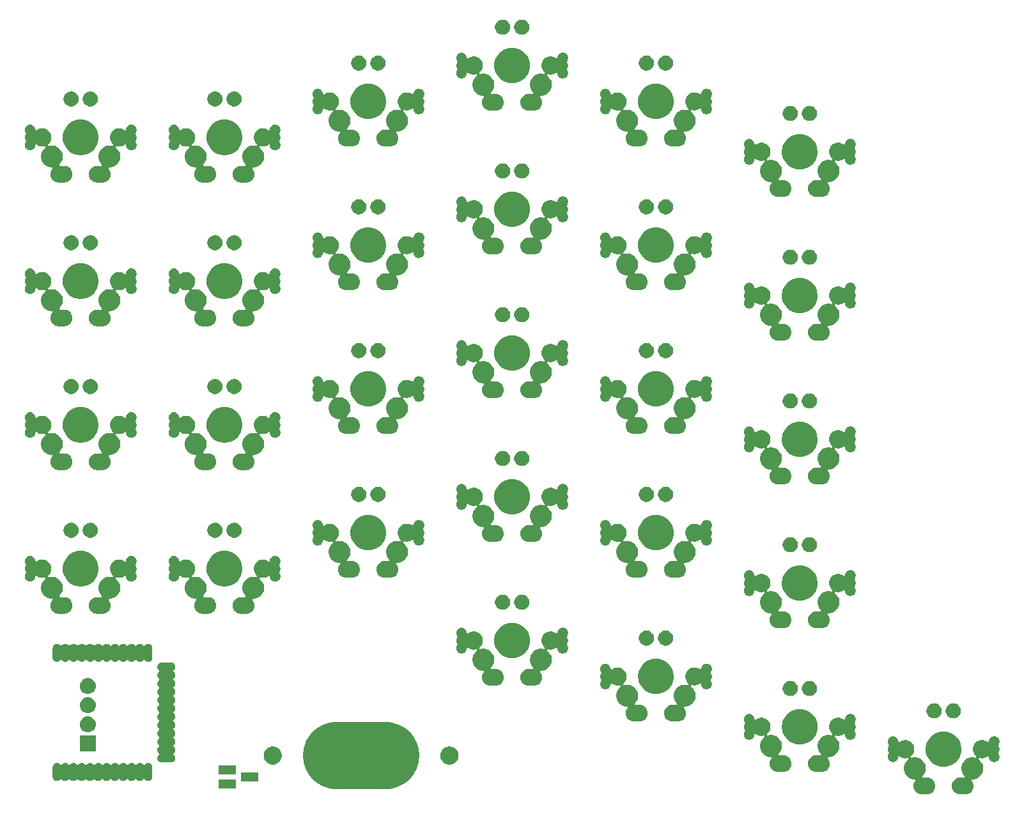
<source format=gbs>
G04 #@! TF.GenerationSoftware,KiCad,Pcbnew,(5.0.1)-3*
G04 #@! TF.CreationDate,2018-11-01T21:26:11+07:00*
G04 #@! TF.ProjectId,atreus_split,6174726575735F73706C69742E6B6963,rev?*
G04 #@! TF.SameCoordinates,Original*
G04 #@! TF.FileFunction,Soldermask,Bot*
G04 #@! TF.FilePolarity,Negative*
%FSLAX46Y46*%
G04 Gerber Fmt 4.6, Leading zero omitted, Abs format (unit mm)*
G04 Created by KiCad (PCBNEW (5.0.1)-3) date 01-Nov-18 21:26:11*
%MOMM*%
%LPD*%
G01*
G04 APERTURE LIST*
%ADD10C,0.100000*%
G04 APERTURE END LIST*
D10*
G36*
X159304183Y-117496900D02*
X159410831Y-117541076D01*
X159431574Y-117549668D01*
X159525240Y-117612253D01*
X159546225Y-117626275D01*
X159643725Y-117723775D01*
X159720332Y-117838426D01*
X159773100Y-117965817D01*
X159800000Y-118101055D01*
X159800000Y-118238945D01*
X159773100Y-118374183D01*
X159720333Y-118501573D01*
X159654196Y-118600554D01*
X159642645Y-118622164D01*
X159635532Y-118645614D01*
X159633130Y-118670000D01*
X159635532Y-118694386D01*
X159642645Y-118717835D01*
X159654195Y-118739444D01*
X159680824Y-118779298D01*
X159720333Y-118838427D01*
X159773100Y-118965817D01*
X159800000Y-119101055D01*
X159800000Y-119238945D01*
X159773100Y-119374183D01*
X159720333Y-119501573D01*
X159654196Y-119600554D01*
X159642645Y-119622164D01*
X159635532Y-119645614D01*
X159633130Y-119670000D01*
X159635532Y-119694386D01*
X159642645Y-119717835D01*
X159654195Y-119739444D01*
X159683636Y-119783506D01*
X159720333Y-119838427D01*
X159773100Y-119965817D01*
X159800000Y-120101055D01*
X159800000Y-120238945D01*
X159773100Y-120374183D01*
X159727378Y-120484563D01*
X159720332Y-120501574D01*
X159643726Y-120616224D01*
X159546224Y-120713726D01*
X159447104Y-120779955D01*
X159431574Y-120790332D01*
X159304183Y-120843100D01*
X159168945Y-120870000D01*
X159031055Y-120870000D01*
X158895817Y-120843100D01*
X158768426Y-120790332D01*
X158752896Y-120779955D01*
X158653776Y-120713726D01*
X158556274Y-120616224D01*
X158479668Y-120501574D01*
X158472622Y-120484563D01*
X158426900Y-120374183D01*
X158400000Y-120238945D01*
X158400000Y-120232362D01*
X158397598Y-120207976D01*
X158390485Y-120184527D01*
X158378934Y-120162916D01*
X158363388Y-120143974D01*
X158344446Y-120128428D01*
X158322835Y-120116877D01*
X158299386Y-120109764D01*
X158275000Y-120107362D01*
X158250614Y-120109764D01*
X158227165Y-120116877D01*
X158205554Y-120128428D01*
X158048412Y-120233427D01*
X157830026Y-120323885D01*
X157598191Y-120370000D01*
X157361810Y-120370000D01*
X157198822Y-120337579D01*
X157174434Y-120335177D01*
X157150048Y-120337579D01*
X157126599Y-120344692D01*
X157104988Y-120356243D01*
X157086046Y-120371788D01*
X157070500Y-120390730D01*
X157058949Y-120412341D01*
X157051836Y-120435790D01*
X157049434Y-120460177D01*
X157051836Y-120484563D01*
X157058949Y-120508012D01*
X157070500Y-120529623D01*
X157086045Y-120548565D01*
X157104987Y-120564110D01*
X157134322Y-120583711D01*
X157336287Y-120785676D01*
X157494973Y-121023167D01*
X157604278Y-121287053D01*
X157660000Y-121567186D01*
X157660000Y-121852814D01*
X157604278Y-122132947D01*
X157494973Y-122396833D01*
X157336287Y-122634324D01*
X157134324Y-122836287D01*
X156896833Y-122994973D01*
X156632947Y-123104278D01*
X156352814Y-123160000D01*
X156249520Y-123160000D01*
X156225134Y-123162402D01*
X156201685Y-123169515D01*
X156180074Y-123181066D01*
X156161132Y-123196612D01*
X156145586Y-123215554D01*
X156134035Y-123237165D01*
X156126922Y-123260614D01*
X156124520Y-123285000D01*
X156126922Y-123309386D01*
X156134035Y-123332835D01*
X156152891Y-123364296D01*
X156209042Y-123432716D01*
X156311184Y-123623812D01*
X156311185Y-123623814D01*
X156374084Y-123831161D01*
X156395322Y-124046800D01*
X156374084Y-124262439D01*
X156312637Y-124465000D01*
X156311184Y-124469788D01*
X156209042Y-124660884D01*
X156071581Y-124828381D01*
X155904084Y-124965842D01*
X155712988Y-125067984D01*
X155712986Y-125067985D01*
X155505639Y-125130884D01*
X155344038Y-125146800D01*
X154535962Y-125146800D01*
X154374361Y-125130884D01*
X154167014Y-125067985D01*
X154167012Y-125067984D01*
X153975916Y-124965842D01*
X153808419Y-124828381D01*
X153670958Y-124660884D01*
X153568816Y-124469788D01*
X153567364Y-124465000D01*
X153505916Y-124262439D01*
X153484678Y-124046800D01*
X153505916Y-123831161D01*
X153568815Y-123623814D01*
X153568816Y-123623812D01*
X153670958Y-123432716D01*
X153808419Y-123265219D01*
X153975916Y-123127758D01*
X154167012Y-123025616D01*
X154167014Y-123025615D01*
X154374361Y-122962716D01*
X154535962Y-122946800D01*
X155094413Y-122946800D01*
X155118799Y-122944398D01*
X155142248Y-122937285D01*
X155163859Y-122925734D01*
X155182801Y-122910188D01*
X155198347Y-122891246D01*
X155209898Y-122869635D01*
X155217011Y-122846186D01*
X155219413Y-122821800D01*
X155217011Y-122797414D01*
X155209898Y-122773965D01*
X155198347Y-122752354D01*
X155182801Y-122733412D01*
X155083713Y-122634324D01*
X154925027Y-122396833D01*
X154815722Y-122132947D01*
X154760000Y-121852814D01*
X154760000Y-121567186D01*
X154815722Y-121287053D01*
X154925027Y-121023167D01*
X155083713Y-120785676D01*
X155285676Y-120583713D01*
X155523167Y-120425027D01*
X155787053Y-120315722D01*
X156067186Y-120260000D01*
X156352814Y-120260000D01*
X156597942Y-120308759D01*
X156622328Y-120311161D01*
X156646714Y-120308759D01*
X156670163Y-120301646D01*
X156691774Y-120290095D01*
X156710716Y-120274549D01*
X156726262Y-120255607D01*
X156737813Y-120233996D01*
X156744926Y-120210547D01*
X156747328Y-120186161D01*
X156744926Y-120161775D01*
X156737813Y-120138326D01*
X156726262Y-120116715D01*
X156710716Y-120097773D01*
X156547901Y-119934958D01*
X156416573Y-119738412D01*
X156326115Y-119520026D01*
X156280000Y-119288191D01*
X156280000Y-119051809D01*
X156326115Y-118819974D01*
X156416573Y-118601588D01*
X156547901Y-118405042D01*
X156715042Y-118237901D01*
X156911588Y-118106573D01*
X157129974Y-118016115D01*
X157361809Y-117970000D01*
X157598191Y-117970000D01*
X157830026Y-118016115D01*
X158048412Y-118106573D01*
X158205554Y-118211572D01*
X158227164Y-118223123D01*
X158250614Y-118230236D01*
X158275000Y-118232638D01*
X158299386Y-118230236D01*
X158322835Y-118223123D01*
X158344446Y-118211572D01*
X158363388Y-118196026D01*
X158378934Y-118177084D01*
X158390485Y-118155474D01*
X158397598Y-118132024D01*
X158400000Y-118107638D01*
X158400000Y-118101055D01*
X158426900Y-117965817D01*
X158479668Y-117838426D01*
X158556275Y-117723775D01*
X158653775Y-117626275D01*
X158674761Y-117612253D01*
X158768426Y-117549668D01*
X158789169Y-117541076D01*
X158895817Y-117496900D01*
X159031055Y-117470000D01*
X159168945Y-117470000D01*
X159304183Y-117496900D01*
X159304183Y-117496900D01*
G37*
G36*
X145904183Y-117496900D02*
X146010831Y-117541076D01*
X146031574Y-117549668D01*
X146125240Y-117612253D01*
X146146225Y-117626275D01*
X146243725Y-117723775D01*
X146320332Y-117838426D01*
X146373100Y-117965817D01*
X146400000Y-118101055D01*
X146400000Y-118107638D01*
X146402402Y-118132024D01*
X146409515Y-118155473D01*
X146421066Y-118177084D01*
X146436612Y-118196026D01*
X146455554Y-118211572D01*
X146477165Y-118223123D01*
X146500614Y-118230236D01*
X146525000Y-118232638D01*
X146549386Y-118230236D01*
X146572835Y-118223123D01*
X146594446Y-118211572D01*
X146751588Y-118106573D01*
X146969974Y-118016115D01*
X147201809Y-117970000D01*
X147438191Y-117970000D01*
X147670026Y-118016115D01*
X147888412Y-118106573D01*
X148084958Y-118237901D01*
X148252099Y-118405042D01*
X148383427Y-118601588D01*
X148473885Y-118819974D01*
X148520000Y-119051809D01*
X148520000Y-119288191D01*
X148473885Y-119520026D01*
X148383427Y-119738412D01*
X148252099Y-119934958D01*
X148089284Y-120097773D01*
X148073738Y-120116715D01*
X148062187Y-120138326D01*
X148055074Y-120161775D01*
X148052672Y-120186161D01*
X148055074Y-120210547D01*
X148062187Y-120233996D01*
X148073738Y-120255607D01*
X148089284Y-120274549D01*
X148108226Y-120290095D01*
X148129837Y-120301646D01*
X148153286Y-120308759D01*
X148177672Y-120311161D01*
X148202058Y-120308759D01*
X148447186Y-120260000D01*
X148732814Y-120260000D01*
X149012947Y-120315722D01*
X149276833Y-120425027D01*
X149514324Y-120583713D01*
X149716287Y-120785676D01*
X149874973Y-121023167D01*
X149984278Y-121287053D01*
X150040000Y-121567186D01*
X150040000Y-121852814D01*
X149984278Y-122132947D01*
X149874973Y-122396833D01*
X149716287Y-122634324D01*
X149617199Y-122733412D01*
X149601653Y-122752354D01*
X149590102Y-122773965D01*
X149582989Y-122797414D01*
X149580587Y-122821800D01*
X149582989Y-122846186D01*
X149590102Y-122869635D01*
X149601653Y-122891246D01*
X149617199Y-122910188D01*
X149636141Y-122925734D01*
X149657752Y-122937285D01*
X149681201Y-122944398D01*
X149705587Y-122946800D01*
X150264038Y-122946800D01*
X150425639Y-122962716D01*
X150632986Y-123025615D01*
X150632988Y-123025616D01*
X150824084Y-123127758D01*
X150991581Y-123265219D01*
X151129042Y-123432716D01*
X151231184Y-123623812D01*
X151231185Y-123623814D01*
X151294084Y-123831161D01*
X151315322Y-124046800D01*
X151294084Y-124262439D01*
X151232637Y-124465000D01*
X151231184Y-124469788D01*
X151129042Y-124660884D01*
X150991581Y-124828381D01*
X150824084Y-124965842D01*
X150632988Y-125067984D01*
X150632986Y-125067985D01*
X150425639Y-125130884D01*
X150264038Y-125146800D01*
X149455962Y-125146800D01*
X149294361Y-125130884D01*
X149087014Y-125067985D01*
X149087012Y-125067984D01*
X148895916Y-124965842D01*
X148728419Y-124828381D01*
X148590958Y-124660884D01*
X148488816Y-124469788D01*
X148487364Y-124465000D01*
X148425916Y-124262439D01*
X148404678Y-124046800D01*
X148425916Y-123831161D01*
X148488815Y-123623814D01*
X148488816Y-123623812D01*
X148590958Y-123432716D01*
X148647110Y-123364294D01*
X148660721Y-123343924D01*
X148670098Y-123321285D01*
X148674878Y-123297251D01*
X148674878Y-123272747D01*
X148670097Y-123248714D01*
X148660720Y-123226075D01*
X148647106Y-123205700D01*
X148629779Y-123188373D01*
X148609404Y-123174759D01*
X148586765Y-123165382D01*
X148550480Y-123160000D01*
X148447186Y-123160000D01*
X148167053Y-123104278D01*
X147903167Y-122994973D01*
X147665676Y-122836287D01*
X147463713Y-122634324D01*
X147305027Y-122396833D01*
X147195722Y-122132947D01*
X147140000Y-121852814D01*
X147140000Y-121567186D01*
X147195722Y-121287053D01*
X147305027Y-121023167D01*
X147463713Y-120785676D01*
X147665678Y-120583711D01*
X147695013Y-120564110D01*
X147713955Y-120548565D01*
X147729500Y-120529623D01*
X147741051Y-120508012D01*
X147748164Y-120484563D01*
X147750566Y-120460177D01*
X147748164Y-120435790D01*
X147741051Y-120412341D01*
X147729499Y-120390730D01*
X147713954Y-120371788D01*
X147695012Y-120356243D01*
X147673401Y-120344692D01*
X147649952Y-120337579D01*
X147625566Y-120335177D01*
X147601179Y-120337579D01*
X147438190Y-120370000D01*
X147201809Y-120370000D01*
X146969974Y-120323885D01*
X146751588Y-120233427D01*
X146594446Y-120128428D01*
X146572836Y-120116877D01*
X146549386Y-120109764D01*
X146525000Y-120107362D01*
X146500614Y-120109764D01*
X146477165Y-120116877D01*
X146455554Y-120128428D01*
X146436612Y-120143974D01*
X146421066Y-120162916D01*
X146409515Y-120184526D01*
X146402402Y-120207976D01*
X146400000Y-120232362D01*
X146400000Y-120238945D01*
X146373100Y-120374183D01*
X146327378Y-120484563D01*
X146320332Y-120501574D01*
X146243726Y-120616224D01*
X146146224Y-120713726D01*
X146047104Y-120779955D01*
X146031574Y-120790332D01*
X145904183Y-120843100D01*
X145768945Y-120870000D01*
X145631055Y-120870000D01*
X145495817Y-120843100D01*
X145368426Y-120790332D01*
X145352896Y-120779955D01*
X145253776Y-120713726D01*
X145156274Y-120616224D01*
X145079668Y-120501574D01*
X145072622Y-120484563D01*
X145026900Y-120374183D01*
X145000000Y-120238945D01*
X145000000Y-120101055D01*
X145026900Y-119965817D01*
X145079667Y-119838427D01*
X145116364Y-119783506D01*
X145145805Y-119739444D01*
X145157355Y-119717836D01*
X145164468Y-119694386D01*
X145166870Y-119670000D01*
X145164468Y-119645614D01*
X145157355Y-119622165D01*
X145145804Y-119600554D01*
X145079667Y-119501573D01*
X145026900Y-119374183D01*
X145000000Y-119238945D01*
X145000000Y-119101055D01*
X145026900Y-118965817D01*
X145079667Y-118838427D01*
X145119176Y-118779298D01*
X145145805Y-118739444D01*
X145157355Y-118717836D01*
X145164468Y-118694386D01*
X145166870Y-118670000D01*
X145164468Y-118645614D01*
X145157355Y-118622165D01*
X145145804Y-118600554D01*
X145079667Y-118501573D01*
X145026900Y-118374183D01*
X145000000Y-118238945D01*
X145000000Y-118101055D01*
X145026900Y-117965817D01*
X145079668Y-117838426D01*
X145156275Y-117723775D01*
X145253775Y-117626275D01*
X145274761Y-117612253D01*
X145368426Y-117549668D01*
X145389169Y-117541076D01*
X145495817Y-117496900D01*
X145631055Y-117470000D01*
X145768945Y-117470000D01*
X145904183Y-117496900D01*
X145904183Y-117496900D01*
G37*
G36*
X78977606Y-115590755D02*
X79369852Y-115629388D01*
X80208681Y-115883844D01*
X80981750Y-116297058D01*
X81659350Y-116853150D01*
X82215442Y-117530750D01*
X82488809Y-118042183D01*
X82604069Y-118257819D01*
X82628656Y-118303819D01*
X82883112Y-119142648D01*
X82969031Y-120015000D01*
X82883112Y-120887352D01*
X82628656Y-121726181D01*
X82215442Y-122499250D01*
X81659350Y-123176850D01*
X80981750Y-123732942D01*
X80208681Y-124146156D01*
X79369852Y-124400612D01*
X78977606Y-124439245D01*
X78716110Y-124465000D01*
X71778890Y-124465000D01*
X71517394Y-124439245D01*
X71125148Y-124400612D01*
X70286319Y-124146156D01*
X69513250Y-123732942D01*
X68835650Y-123176850D01*
X68279558Y-122499250D01*
X67866344Y-121726181D01*
X67611888Y-120887352D01*
X67525969Y-120015000D01*
X67611888Y-119142648D01*
X67866344Y-118303819D01*
X67890932Y-118257819D01*
X68006191Y-118042183D01*
X68279558Y-117530750D01*
X68835650Y-116853150D01*
X69513250Y-116297058D01*
X70286319Y-115883844D01*
X71125148Y-115629388D01*
X71517394Y-115590755D01*
X71778890Y-115565000D01*
X78716110Y-115565000D01*
X78977606Y-115590755D01*
X78977606Y-115590755D01*
G37*
G36*
X58650000Y-124400000D02*
X56350000Y-124400000D01*
X56350000Y-123200000D01*
X58650000Y-123200000D01*
X58650000Y-124400000D01*
X58650000Y-124400000D01*
G37*
G36*
X61650000Y-123450000D02*
X59350000Y-123450000D01*
X59350000Y-122250000D01*
X61650000Y-122250000D01*
X61650000Y-123450000D01*
X61650000Y-123450000D01*
G37*
G36*
X34988440Y-121000879D02*
X35060319Y-121007958D01*
X35137018Y-121031225D01*
X35163998Y-121039409D01*
X35259539Y-121090476D01*
X35343290Y-121159210D01*
X35405875Y-121235469D01*
X35423203Y-121252796D01*
X35443577Y-121266410D01*
X35466216Y-121275787D01*
X35490250Y-121280567D01*
X35514754Y-121280567D01*
X35538788Y-121275786D01*
X35561427Y-121266409D01*
X35581801Y-121252795D01*
X35599127Y-121235468D01*
X35661709Y-121159212D01*
X35661714Y-121159208D01*
X35695210Y-121131718D01*
X35745462Y-121090476D01*
X35841003Y-121039409D01*
X35867983Y-121031225D01*
X35944682Y-121007958D01*
X36052500Y-120997339D01*
X36052501Y-120997339D01*
X36088440Y-121000879D01*
X36160319Y-121007958D01*
X36237018Y-121031225D01*
X36263998Y-121039409D01*
X36359539Y-121090476D01*
X36443290Y-121159210D01*
X36505875Y-121235469D01*
X36523203Y-121252796D01*
X36543577Y-121266410D01*
X36566216Y-121275787D01*
X36590250Y-121280567D01*
X36614754Y-121280567D01*
X36638788Y-121275786D01*
X36661427Y-121266409D01*
X36681801Y-121252795D01*
X36699127Y-121235468D01*
X36761709Y-121159212D01*
X36761714Y-121159208D01*
X36795210Y-121131718D01*
X36845462Y-121090476D01*
X36941003Y-121039409D01*
X36967983Y-121031225D01*
X37044682Y-121007958D01*
X37152500Y-120997339D01*
X37152501Y-120997339D01*
X37188440Y-121000879D01*
X37260319Y-121007958D01*
X37337018Y-121031225D01*
X37363998Y-121039409D01*
X37459539Y-121090476D01*
X37543290Y-121159210D01*
X37605875Y-121235469D01*
X37623203Y-121252796D01*
X37643577Y-121266410D01*
X37666216Y-121275787D01*
X37690250Y-121280567D01*
X37714754Y-121280567D01*
X37738788Y-121275786D01*
X37761427Y-121266409D01*
X37781801Y-121252795D01*
X37799127Y-121235468D01*
X37861709Y-121159212D01*
X37861714Y-121159208D01*
X37895210Y-121131718D01*
X37945462Y-121090476D01*
X38041003Y-121039409D01*
X38067983Y-121031225D01*
X38144682Y-121007958D01*
X38252500Y-120997339D01*
X38252501Y-120997339D01*
X38288440Y-121000879D01*
X38360319Y-121007958D01*
X38437018Y-121031225D01*
X38463998Y-121039409D01*
X38559539Y-121090476D01*
X38643290Y-121159210D01*
X38705875Y-121235469D01*
X38723203Y-121252796D01*
X38743577Y-121266410D01*
X38766216Y-121275787D01*
X38790250Y-121280567D01*
X38814754Y-121280567D01*
X38838788Y-121275786D01*
X38861427Y-121266409D01*
X38881801Y-121252795D01*
X38899127Y-121235468D01*
X38961709Y-121159212D01*
X38961714Y-121159208D01*
X38995210Y-121131718D01*
X39045462Y-121090476D01*
X39141003Y-121039409D01*
X39167983Y-121031225D01*
X39244682Y-121007958D01*
X39352500Y-120997339D01*
X39352501Y-120997339D01*
X39388440Y-121000879D01*
X39460319Y-121007958D01*
X39537018Y-121031225D01*
X39563998Y-121039409D01*
X39659539Y-121090476D01*
X39743290Y-121159210D01*
X39805875Y-121235469D01*
X39823203Y-121252796D01*
X39843577Y-121266410D01*
X39866216Y-121275787D01*
X39890250Y-121280567D01*
X39914754Y-121280567D01*
X39938788Y-121275786D01*
X39961427Y-121266409D01*
X39981801Y-121252795D01*
X39999127Y-121235468D01*
X40061709Y-121159212D01*
X40061714Y-121159208D01*
X40095210Y-121131718D01*
X40145462Y-121090476D01*
X40241003Y-121039409D01*
X40267983Y-121031225D01*
X40344682Y-121007958D01*
X40452500Y-120997339D01*
X40452501Y-120997339D01*
X40488440Y-121000879D01*
X40560319Y-121007958D01*
X40637018Y-121031225D01*
X40663998Y-121039409D01*
X40759539Y-121090476D01*
X40809791Y-121131718D01*
X40843288Y-121159208D01*
X40843292Y-121159212D01*
X40905874Y-121235468D01*
X40923201Y-121252795D01*
X40943576Y-121266409D01*
X40966215Y-121275787D01*
X40990248Y-121280567D01*
X41014752Y-121280567D01*
X41038786Y-121275786D01*
X41061425Y-121266409D01*
X41081799Y-121252795D01*
X41099121Y-121235474D01*
X41161710Y-121159210D01*
X41188179Y-121137487D01*
X41245458Y-121090478D01*
X41341002Y-121039409D01*
X41367982Y-121031225D01*
X41444681Y-121007958D01*
X41516560Y-121000879D01*
X41552499Y-120997339D01*
X41552500Y-120997339D01*
X41660318Y-121007958D01*
X41737017Y-121031225D01*
X41763997Y-121039409D01*
X41859538Y-121090476D01*
X41859541Y-121090478D01*
X41859542Y-121090479D01*
X41943290Y-121159210D01*
X42005879Y-121235474D01*
X42023202Y-121252796D01*
X42043576Y-121266410D01*
X42066215Y-121275787D01*
X42090249Y-121280567D01*
X42114753Y-121280567D01*
X42138787Y-121275786D01*
X42161426Y-121266409D01*
X42181800Y-121252795D01*
X42199126Y-121235469D01*
X42261711Y-121159210D01*
X42345462Y-121090476D01*
X42441003Y-121039409D01*
X42467983Y-121031225D01*
X42544682Y-121007958D01*
X42652500Y-120997339D01*
X42652501Y-120997339D01*
X42688440Y-121000879D01*
X42760319Y-121007958D01*
X42837018Y-121031225D01*
X42863998Y-121039409D01*
X42959539Y-121090476D01*
X43043290Y-121159210D01*
X43105875Y-121235469D01*
X43123203Y-121252796D01*
X43143577Y-121266410D01*
X43166216Y-121275787D01*
X43190250Y-121280567D01*
X43214754Y-121280567D01*
X43238788Y-121275786D01*
X43261427Y-121266409D01*
X43281801Y-121252795D01*
X43299127Y-121235468D01*
X43361709Y-121159212D01*
X43361714Y-121159208D01*
X43395210Y-121131718D01*
X43445462Y-121090476D01*
X43541003Y-121039409D01*
X43567983Y-121031225D01*
X43644682Y-121007958D01*
X43752500Y-120997339D01*
X43752501Y-120997339D01*
X43788440Y-121000879D01*
X43860319Y-121007958D01*
X43937018Y-121031225D01*
X43963998Y-121039409D01*
X44059539Y-121090476D01*
X44143290Y-121159210D01*
X44205875Y-121235469D01*
X44223203Y-121252796D01*
X44243577Y-121266410D01*
X44266216Y-121275787D01*
X44290250Y-121280567D01*
X44314754Y-121280567D01*
X44338788Y-121275786D01*
X44361427Y-121266409D01*
X44381801Y-121252795D01*
X44399127Y-121235468D01*
X44461709Y-121159212D01*
X44461714Y-121159208D01*
X44495210Y-121131718D01*
X44545462Y-121090476D01*
X44641003Y-121039409D01*
X44667983Y-121031225D01*
X44744682Y-121007958D01*
X44852500Y-120997339D01*
X44852501Y-120997339D01*
X44888440Y-121000879D01*
X44960319Y-121007958D01*
X45037018Y-121031225D01*
X45063998Y-121039409D01*
X45159539Y-121090476D01*
X45243290Y-121159210D01*
X45305875Y-121235469D01*
X45323203Y-121252796D01*
X45343577Y-121266410D01*
X45366216Y-121275787D01*
X45390250Y-121280567D01*
X45414754Y-121280567D01*
X45438788Y-121275786D01*
X45461427Y-121266409D01*
X45481801Y-121252795D01*
X45499127Y-121235468D01*
X45561709Y-121159212D01*
X45561714Y-121159208D01*
X45595210Y-121131718D01*
X45645462Y-121090476D01*
X45741003Y-121039409D01*
X45767983Y-121031225D01*
X45844682Y-121007958D01*
X45952500Y-120997339D01*
X45952501Y-120997339D01*
X45988440Y-121000879D01*
X46060319Y-121007958D01*
X46137018Y-121031225D01*
X46163998Y-121039409D01*
X46259539Y-121090476D01*
X46343290Y-121159210D01*
X46405875Y-121235469D01*
X46423203Y-121252796D01*
X46443577Y-121266410D01*
X46466216Y-121275787D01*
X46490250Y-121280567D01*
X46514754Y-121280567D01*
X46538788Y-121275786D01*
X46561427Y-121266409D01*
X46581801Y-121252795D01*
X46599127Y-121235468D01*
X46661709Y-121159212D01*
X46661714Y-121159208D01*
X46695210Y-121131718D01*
X46745462Y-121090476D01*
X46841003Y-121039409D01*
X46867983Y-121031225D01*
X46944682Y-121007958D01*
X47052500Y-120997339D01*
X47052501Y-120997339D01*
X47088440Y-121000879D01*
X47160319Y-121007958D01*
X47237018Y-121031225D01*
X47263998Y-121039409D01*
X47359539Y-121090476D01*
X47443290Y-121159210D01*
X47512024Y-121242961D01*
X47563091Y-121338502D01*
X47571275Y-121365482D01*
X47594542Y-121442181D01*
X47602500Y-121522982D01*
X47602500Y-122877018D01*
X47594542Y-122957819D01*
X47593056Y-122962716D01*
X47563091Y-123061498D01*
X47512022Y-123157042D01*
X47476766Y-123200000D01*
X47443290Y-123240790D01*
X47359706Y-123309386D01*
X47359538Y-123309524D01*
X47263997Y-123360591D01*
X47251773Y-123364299D01*
X47160318Y-123392042D01*
X47052500Y-123402661D01*
X47052499Y-123402661D01*
X47016560Y-123399121D01*
X46944681Y-123392042D01*
X46853226Y-123364299D01*
X46841002Y-123360591D01*
X46745458Y-123309522D01*
X46685865Y-123260614D01*
X46661710Y-123240790D01*
X46599121Y-123164526D01*
X46581798Y-123147204D01*
X46561424Y-123133590D01*
X46538785Y-123124213D01*
X46514751Y-123119433D01*
X46490247Y-123119433D01*
X46466214Y-123124214D01*
X46443575Y-123133591D01*
X46423200Y-123147205D01*
X46405879Y-123164526D01*
X46343290Y-123240790D01*
X46259706Y-123309386D01*
X46259538Y-123309524D01*
X46163997Y-123360591D01*
X46151773Y-123364299D01*
X46060318Y-123392042D01*
X45952500Y-123402661D01*
X45952499Y-123402661D01*
X45916560Y-123399121D01*
X45844681Y-123392042D01*
X45753226Y-123364299D01*
X45741002Y-123360591D01*
X45645458Y-123309522D01*
X45585865Y-123260614D01*
X45561710Y-123240790D01*
X45499121Y-123164526D01*
X45481798Y-123147204D01*
X45461424Y-123133590D01*
X45438785Y-123124213D01*
X45414751Y-123119433D01*
X45390247Y-123119433D01*
X45366214Y-123124214D01*
X45343575Y-123133591D01*
X45323200Y-123147205D01*
X45305879Y-123164526D01*
X45243290Y-123240790D01*
X45159706Y-123309386D01*
X45159538Y-123309524D01*
X45063997Y-123360591D01*
X45051773Y-123364299D01*
X44960318Y-123392042D01*
X44852500Y-123402661D01*
X44852499Y-123402661D01*
X44816560Y-123399121D01*
X44744681Y-123392042D01*
X44653226Y-123364299D01*
X44641002Y-123360591D01*
X44545458Y-123309522D01*
X44485865Y-123260614D01*
X44461710Y-123240790D01*
X44399121Y-123164526D01*
X44381798Y-123147204D01*
X44361424Y-123133590D01*
X44338785Y-123124213D01*
X44314751Y-123119433D01*
X44290247Y-123119433D01*
X44266214Y-123124214D01*
X44243575Y-123133591D01*
X44223200Y-123147205D01*
X44205879Y-123164526D01*
X44143290Y-123240790D01*
X44059706Y-123309386D01*
X44059538Y-123309524D01*
X43963997Y-123360591D01*
X43951773Y-123364299D01*
X43860318Y-123392042D01*
X43752500Y-123402661D01*
X43752499Y-123402661D01*
X43716560Y-123399121D01*
X43644681Y-123392042D01*
X43553226Y-123364299D01*
X43541002Y-123360591D01*
X43445458Y-123309522D01*
X43385865Y-123260614D01*
X43361710Y-123240790D01*
X43299121Y-123164526D01*
X43281798Y-123147204D01*
X43261424Y-123133590D01*
X43238785Y-123124213D01*
X43214751Y-123119433D01*
X43190247Y-123119433D01*
X43166214Y-123124214D01*
X43143575Y-123133591D01*
X43123200Y-123147205D01*
X43105879Y-123164526D01*
X43043290Y-123240790D01*
X42959706Y-123309386D01*
X42959538Y-123309524D01*
X42863997Y-123360591D01*
X42851773Y-123364299D01*
X42760318Y-123392042D01*
X42652500Y-123402661D01*
X42652499Y-123402661D01*
X42616560Y-123399121D01*
X42544681Y-123392042D01*
X42453226Y-123364299D01*
X42441002Y-123360591D01*
X42345458Y-123309522D01*
X42285865Y-123260614D01*
X42261710Y-123240790D01*
X42199121Y-123164526D01*
X42181798Y-123147204D01*
X42161424Y-123133590D01*
X42138785Y-123124213D01*
X42114751Y-123119433D01*
X42090247Y-123119433D01*
X42066214Y-123124214D01*
X42043575Y-123133591D01*
X42023200Y-123147205D01*
X42005874Y-123164532D01*
X41943293Y-123240787D01*
X41943290Y-123240790D01*
X41909791Y-123268282D01*
X41859539Y-123309524D01*
X41763998Y-123360591D01*
X41751774Y-123364299D01*
X41660319Y-123392042D01*
X41588440Y-123399121D01*
X41552501Y-123402661D01*
X41552500Y-123402661D01*
X41444682Y-123392042D01*
X41353227Y-123364299D01*
X41341003Y-123360591D01*
X41245462Y-123309524D01*
X41161711Y-123240790D01*
X41099126Y-123164531D01*
X41081798Y-123147204D01*
X41061424Y-123133590D01*
X41038785Y-123124213D01*
X41014751Y-123119433D01*
X40990247Y-123119433D01*
X40966213Y-123124214D01*
X40943574Y-123133591D01*
X40923200Y-123147205D01*
X40905879Y-123164526D01*
X40843290Y-123240790D01*
X40759706Y-123309386D01*
X40759538Y-123309524D01*
X40663997Y-123360591D01*
X40651773Y-123364299D01*
X40560318Y-123392042D01*
X40452500Y-123402661D01*
X40452499Y-123402661D01*
X40416560Y-123399121D01*
X40344681Y-123392042D01*
X40253226Y-123364299D01*
X40241002Y-123360591D01*
X40145458Y-123309522D01*
X40085865Y-123260614D01*
X40061710Y-123240790D01*
X39999121Y-123164526D01*
X39981798Y-123147204D01*
X39961424Y-123133590D01*
X39938785Y-123124213D01*
X39914751Y-123119433D01*
X39890247Y-123119433D01*
X39866214Y-123124214D01*
X39843575Y-123133591D01*
X39823200Y-123147205D01*
X39805879Y-123164526D01*
X39743290Y-123240790D01*
X39659706Y-123309386D01*
X39659538Y-123309524D01*
X39563997Y-123360591D01*
X39551773Y-123364299D01*
X39460318Y-123392042D01*
X39352500Y-123402661D01*
X39352499Y-123402661D01*
X39316560Y-123399121D01*
X39244681Y-123392042D01*
X39153226Y-123364299D01*
X39141002Y-123360591D01*
X39045458Y-123309522D01*
X38985865Y-123260614D01*
X38961710Y-123240790D01*
X38899121Y-123164526D01*
X38881798Y-123147204D01*
X38861424Y-123133590D01*
X38838785Y-123124213D01*
X38814751Y-123119433D01*
X38790247Y-123119433D01*
X38766214Y-123124214D01*
X38743575Y-123133591D01*
X38723200Y-123147205D01*
X38705879Y-123164526D01*
X38643290Y-123240790D01*
X38559706Y-123309386D01*
X38559538Y-123309524D01*
X38463997Y-123360591D01*
X38451773Y-123364299D01*
X38360318Y-123392042D01*
X38252500Y-123402661D01*
X38252499Y-123402661D01*
X38216560Y-123399121D01*
X38144681Y-123392042D01*
X38053226Y-123364299D01*
X38041002Y-123360591D01*
X37945458Y-123309522D01*
X37885865Y-123260614D01*
X37861710Y-123240790D01*
X37799121Y-123164526D01*
X37781798Y-123147204D01*
X37761424Y-123133590D01*
X37738785Y-123124213D01*
X37714751Y-123119433D01*
X37690247Y-123119433D01*
X37666214Y-123124214D01*
X37643575Y-123133591D01*
X37623200Y-123147205D01*
X37605879Y-123164526D01*
X37543290Y-123240790D01*
X37459706Y-123309386D01*
X37459538Y-123309524D01*
X37363997Y-123360591D01*
X37351773Y-123364299D01*
X37260318Y-123392042D01*
X37152500Y-123402661D01*
X37152499Y-123402661D01*
X37116560Y-123399121D01*
X37044681Y-123392042D01*
X36953226Y-123364299D01*
X36941002Y-123360591D01*
X36845458Y-123309522D01*
X36785865Y-123260614D01*
X36761710Y-123240790D01*
X36699121Y-123164526D01*
X36681798Y-123147204D01*
X36661424Y-123133590D01*
X36638785Y-123124213D01*
X36614751Y-123119433D01*
X36590247Y-123119433D01*
X36566214Y-123124214D01*
X36543575Y-123133591D01*
X36523200Y-123147205D01*
X36505879Y-123164526D01*
X36443290Y-123240790D01*
X36359706Y-123309386D01*
X36359538Y-123309524D01*
X36263997Y-123360591D01*
X36251773Y-123364299D01*
X36160318Y-123392042D01*
X36052500Y-123402661D01*
X36052499Y-123402661D01*
X36016560Y-123399121D01*
X35944681Y-123392042D01*
X35853226Y-123364299D01*
X35841002Y-123360591D01*
X35745458Y-123309522D01*
X35685865Y-123260614D01*
X35661710Y-123240790D01*
X35599121Y-123164526D01*
X35581798Y-123147204D01*
X35561424Y-123133590D01*
X35538785Y-123124213D01*
X35514751Y-123119433D01*
X35490247Y-123119433D01*
X35466214Y-123124214D01*
X35443575Y-123133591D01*
X35423200Y-123147205D01*
X35405879Y-123164526D01*
X35343290Y-123240790D01*
X35259706Y-123309386D01*
X35259538Y-123309524D01*
X35163997Y-123360591D01*
X35151773Y-123364299D01*
X35060318Y-123392042D01*
X34952500Y-123402661D01*
X34952499Y-123402661D01*
X34916560Y-123399121D01*
X34844681Y-123392042D01*
X34753226Y-123364299D01*
X34741002Y-123360591D01*
X34645458Y-123309522D01*
X34585865Y-123260614D01*
X34561710Y-123240790D01*
X34492979Y-123157042D01*
X34492978Y-123157041D01*
X34492976Y-123157038D01*
X34441909Y-123061497D01*
X34411944Y-122962716D01*
X34410458Y-122957818D01*
X34402500Y-122877017D01*
X34402501Y-121522982D01*
X34410459Y-121442181D01*
X34433726Y-121365482D01*
X34441910Y-121338502D01*
X34492977Y-121242961D01*
X34561711Y-121159210D01*
X34645462Y-121090476D01*
X34741003Y-121039409D01*
X34767983Y-121031225D01*
X34844682Y-121007958D01*
X34952500Y-120997339D01*
X34952501Y-120997339D01*
X34988440Y-121000879D01*
X34988440Y-121000879D01*
G37*
G36*
X58650000Y-122500000D02*
X56350000Y-122500000D01*
X56350000Y-121300000D01*
X58650000Y-121300000D01*
X58650000Y-122500000D01*
X58650000Y-122500000D01*
G37*
G36*
X126854183Y-114531900D02*
X126981574Y-114584668D01*
X127096224Y-114661274D01*
X127193726Y-114758776D01*
X127246327Y-114837500D01*
X127270332Y-114873426D01*
X127323100Y-115000817D01*
X127350000Y-115136055D01*
X127350000Y-115142638D01*
X127352402Y-115167024D01*
X127359515Y-115190473D01*
X127371066Y-115212084D01*
X127386612Y-115231026D01*
X127405554Y-115246572D01*
X127427165Y-115258123D01*
X127450614Y-115265236D01*
X127475000Y-115267638D01*
X127499386Y-115265236D01*
X127522835Y-115258123D01*
X127544446Y-115246572D01*
X127701588Y-115141573D01*
X127919974Y-115051115D01*
X128151809Y-115005000D01*
X128388191Y-115005000D01*
X128620026Y-115051115D01*
X128838412Y-115141573D01*
X129034958Y-115272901D01*
X129202099Y-115440042D01*
X129333427Y-115636588D01*
X129423885Y-115854974D01*
X129470000Y-116086809D01*
X129470000Y-116323191D01*
X129423885Y-116555026D01*
X129333427Y-116773412D01*
X129202099Y-116969958D01*
X129039284Y-117132773D01*
X129023738Y-117151715D01*
X129012187Y-117173326D01*
X129005074Y-117196775D01*
X129002672Y-117221161D01*
X129005074Y-117245547D01*
X129012187Y-117268996D01*
X129023738Y-117290607D01*
X129039284Y-117309549D01*
X129058226Y-117325095D01*
X129079837Y-117336646D01*
X129103286Y-117343759D01*
X129127672Y-117346161D01*
X129152058Y-117343759D01*
X129397186Y-117295000D01*
X129682814Y-117295000D01*
X129962947Y-117350722D01*
X130226833Y-117460027D01*
X130464324Y-117618713D01*
X130666287Y-117820676D01*
X130824973Y-118058167D01*
X130934278Y-118322053D01*
X130990000Y-118602186D01*
X130990000Y-118887814D01*
X130934278Y-119167947D01*
X130824973Y-119431833D01*
X130666287Y-119669324D01*
X130567199Y-119768412D01*
X130551653Y-119787354D01*
X130540102Y-119808965D01*
X130532989Y-119832414D01*
X130530587Y-119856800D01*
X130532989Y-119881186D01*
X130540102Y-119904635D01*
X130551653Y-119926246D01*
X130567199Y-119945188D01*
X130586141Y-119960734D01*
X130607752Y-119972285D01*
X130631201Y-119979398D01*
X130655587Y-119981800D01*
X131214038Y-119981800D01*
X131375639Y-119997716D01*
X131582986Y-120060615D01*
X131582988Y-120060616D01*
X131774084Y-120162758D01*
X131941581Y-120300219D01*
X132079042Y-120467716D01*
X132141042Y-120583711D01*
X132181185Y-120658814D01*
X132244084Y-120866161D01*
X132265322Y-121081800D01*
X132244084Y-121297439D01*
X132200176Y-121442183D01*
X132181184Y-121504788D01*
X132079042Y-121695884D01*
X131941581Y-121863381D01*
X131774084Y-122000842D01*
X131582988Y-122102984D01*
X131582986Y-122102985D01*
X131375639Y-122165884D01*
X131214038Y-122181800D01*
X130405962Y-122181800D01*
X130244361Y-122165884D01*
X130037014Y-122102985D01*
X130037012Y-122102984D01*
X129845916Y-122000842D01*
X129678419Y-121863381D01*
X129540958Y-121695884D01*
X129438816Y-121504788D01*
X129419825Y-121442183D01*
X129375916Y-121297439D01*
X129354678Y-121081800D01*
X129375916Y-120866161D01*
X129438815Y-120658814D01*
X129478958Y-120583711D01*
X129540958Y-120467716D01*
X129597110Y-120399294D01*
X129610721Y-120378924D01*
X129620098Y-120356285D01*
X129624878Y-120332251D01*
X129624878Y-120307747D01*
X129620097Y-120283714D01*
X129610720Y-120261075D01*
X129597106Y-120240700D01*
X129579779Y-120223373D01*
X129559404Y-120209759D01*
X129536765Y-120200382D01*
X129500480Y-120195000D01*
X129397186Y-120195000D01*
X129117053Y-120139278D01*
X128853167Y-120029973D01*
X128615676Y-119871287D01*
X128413713Y-119669324D01*
X128255027Y-119431833D01*
X128145722Y-119167947D01*
X128090000Y-118887814D01*
X128090000Y-118602186D01*
X128145722Y-118322053D01*
X128255027Y-118058167D01*
X128413713Y-117820676D01*
X128615678Y-117618711D01*
X128645013Y-117599110D01*
X128663955Y-117583565D01*
X128679500Y-117564623D01*
X128691051Y-117543012D01*
X128698164Y-117519563D01*
X128700566Y-117495177D01*
X128698164Y-117470790D01*
X128691051Y-117447341D01*
X128679499Y-117425730D01*
X128663954Y-117406788D01*
X128645012Y-117391243D01*
X128623401Y-117379692D01*
X128599952Y-117372579D01*
X128575566Y-117370177D01*
X128551179Y-117372579D01*
X128388190Y-117405000D01*
X128151809Y-117405000D01*
X127919974Y-117358885D01*
X127701588Y-117268427D01*
X127544446Y-117163428D01*
X127522836Y-117151877D01*
X127499386Y-117144764D01*
X127475000Y-117142362D01*
X127450614Y-117144764D01*
X127427165Y-117151877D01*
X127405554Y-117163428D01*
X127386612Y-117178974D01*
X127371066Y-117197916D01*
X127359515Y-117219526D01*
X127352402Y-117242976D01*
X127350000Y-117267362D01*
X127350000Y-117273945D01*
X127323100Y-117409183D01*
X127272745Y-117530749D01*
X127270332Y-117536574D01*
X127219767Y-117612251D01*
X127193725Y-117651225D01*
X127096225Y-117748725D01*
X126981574Y-117825332D01*
X126854183Y-117878100D01*
X126718945Y-117905000D01*
X126581055Y-117905000D01*
X126445817Y-117878100D01*
X126318426Y-117825332D01*
X126203775Y-117748725D01*
X126106275Y-117651225D01*
X126080234Y-117612251D01*
X126029668Y-117536574D01*
X126027255Y-117530749D01*
X125976900Y-117409183D01*
X125950000Y-117273945D01*
X125950000Y-117136055D01*
X125976900Y-117000817D01*
X126029667Y-116873427D01*
X126095804Y-116774446D01*
X126107355Y-116752836D01*
X126114468Y-116729386D01*
X126116870Y-116705000D01*
X126114468Y-116680614D01*
X126107355Y-116657165D01*
X126095804Y-116635554D01*
X126094468Y-116633554D01*
X126044602Y-116558925D01*
X126029667Y-116536573D01*
X125976900Y-116409183D01*
X125950000Y-116273945D01*
X125950000Y-116136055D01*
X125976900Y-116000817D01*
X126029667Y-115873427D01*
X126095804Y-115774446D01*
X126107355Y-115752836D01*
X126114468Y-115729386D01*
X126116870Y-115705000D01*
X126114468Y-115680614D01*
X126107355Y-115657165D01*
X126095804Y-115635554D01*
X126029667Y-115536573D01*
X125976900Y-115409183D01*
X125950000Y-115273945D01*
X125950000Y-115136055D01*
X125976900Y-115000817D01*
X126029668Y-114873426D01*
X126053673Y-114837500D01*
X126106274Y-114758776D01*
X126203776Y-114661274D01*
X126318426Y-114584668D01*
X126445817Y-114531900D01*
X126581055Y-114505000D01*
X126718945Y-114505000D01*
X126854183Y-114531900D01*
X126854183Y-114531900D01*
G37*
G36*
X140254183Y-114531900D02*
X140381574Y-114584668D01*
X140496224Y-114661274D01*
X140593726Y-114758776D01*
X140646327Y-114837500D01*
X140670332Y-114873426D01*
X140723100Y-115000817D01*
X140750000Y-115136055D01*
X140750000Y-115273945D01*
X140723100Y-115409183D01*
X140670333Y-115536573D01*
X140604196Y-115635554D01*
X140592645Y-115657164D01*
X140585532Y-115680614D01*
X140583130Y-115705000D01*
X140585532Y-115729386D01*
X140592645Y-115752835D01*
X140604196Y-115774446D01*
X140670333Y-115873427D01*
X140723100Y-116000817D01*
X140750000Y-116136055D01*
X140750000Y-116273945D01*
X140723100Y-116409183D01*
X140670333Y-116536573D01*
X140655398Y-116558925D01*
X140605533Y-116633554D01*
X140604196Y-116635554D01*
X140592645Y-116657164D01*
X140585532Y-116680614D01*
X140583130Y-116705000D01*
X140585532Y-116729386D01*
X140592645Y-116752835D01*
X140604196Y-116774446D01*
X140670333Y-116873427D01*
X140723100Y-117000817D01*
X140750000Y-117136055D01*
X140750000Y-117273945D01*
X140723100Y-117409183D01*
X140672745Y-117530749D01*
X140670332Y-117536574D01*
X140619767Y-117612251D01*
X140593725Y-117651225D01*
X140496225Y-117748725D01*
X140381574Y-117825332D01*
X140254183Y-117878100D01*
X140118945Y-117905000D01*
X139981055Y-117905000D01*
X139845817Y-117878100D01*
X139718426Y-117825332D01*
X139603775Y-117748725D01*
X139506275Y-117651225D01*
X139480234Y-117612251D01*
X139429668Y-117536574D01*
X139427255Y-117530749D01*
X139376900Y-117409183D01*
X139350000Y-117273945D01*
X139350000Y-117267362D01*
X139347598Y-117242976D01*
X139340485Y-117219527D01*
X139328934Y-117197916D01*
X139313388Y-117178974D01*
X139294446Y-117163428D01*
X139272835Y-117151877D01*
X139249386Y-117144764D01*
X139225000Y-117142362D01*
X139200614Y-117144764D01*
X139177165Y-117151877D01*
X139155554Y-117163428D01*
X138998412Y-117268427D01*
X138780026Y-117358885D01*
X138548191Y-117405000D01*
X138311810Y-117405000D01*
X138148821Y-117372579D01*
X138124434Y-117370177D01*
X138100048Y-117372579D01*
X138076599Y-117379692D01*
X138054988Y-117391243D01*
X138036046Y-117406788D01*
X138020500Y-117425730D01*
X138008949Y-117447341D01*
X138001836Y-117470790D01*
X137999434Y-117495177D01*
X138001836Y-117519563D01*
X138008949Y-117543012D01*
X138020500Y-117564623D01*
X138036045Y-117583565D01*
X138054987Y-117599110D01*
X138084322Y-117618711D01*
X138286287Y-117820676D01*
X138444973Y-118058167D01*
X138554278Y-118322053D01*
X138610000Y-118602186D01*
X138610000Y-118887814D01*
X138554278Y-119167947D01*
X138444973Y-119431833D01*
X138286287Y-119669324D01*
X138084324Y-119871287D01*
X137846833Y-120029973D01*
X137582947Y-120139278D01*
X137302814Y-120195000D01*
X137199520Y-120195000D01*
X137175134Y-120197402D01*
X137151685Y-120204515D01*
X137130074Y-120216066D01*
X137111132Y-120231612D01*
X137095586Y-120250554D01*
X137084035Y-120272165D01*
X137076922Y-120295614D01*
X137074520Y-120320000D01*
X137076922Y-120344386D01*
X137084035Y-120367835D01*
X137102891Y-120399296D01*
X137159042Y-120467716D01*
X137221042Y-120583711D01*
X137261185Y-120658814D01*
X137324084Y-120866161D01*
X137345322Y-121081800D01*
X137324084Y-121297439D01*
X137280176Y-121442183D01*
X137261184Y-121504788D01*
X137159042Y-121695884D01*
X137021581Y-121863381D01*
X136854084Y-122000842D01*
X136662988Y-122102984D01*
X136662986Y-122102985D01*
X136455639Y-122165884D01*
X136294038Y-122181800D01*
X135485962Y-122181800D01*
X135324361Y-122165884D01*
X135117014Y-122102985D01*
X135117012Y-122102984D01*
X134925916Y-122000842D01*
X134758419Y-121863381D01*
X134620958Y-121695884D01*
X134518816Y-121504788D01*
X134499825Y-121442183D01*
X134455916Y-121297439D01*
X134434678Y-121081800D01*
X134455916Y-120866161D01*
X134518815Y-120658814D01*
X134558958Y-120583711D01*
X134620958Y-120467716D01*
X134758419Y-120300219D01*
X134925916Y-120162758D01*
X135117012Y-120060616D01*
X135117014Y-120060615D01*
X135324361Y-119997716D01*
X135485962Y-119981800D01*
X136044413Y-119981800D01*
X136068799Y-119979398D01*
X136092248Y-119972285D01*
X136113859Y-119960734D01*
X136132801Y-119945188D01*
X136148347Y-119926246D01*
X136159898Y-119904635D01*
X136167011Y-119881186D01*
X136169413Y-119856800D01*
X136167011Y-119832414D01*
X136159898Y-119808965D01*
X136148347Y-119787354D01*
X136132801Y-119768412D01*
X136033713Y-119669324D01*
X135875027Y-119431833D01*
X135765722Y-119167947D01*
X135710000Y-118887814D01*
X135710000Y-118602186D01*
X135765722Y-118322053D01*
X135875027Y-118058167D01*
X136033713Y-117820676D01*
X136235676Y-117618713D01*
X136473167Y-117460027D01*
X136737053Y-117350722D01*
X137017186Y-117295000D01*
X137302814Y-117295000D01*
X137547942Y-117343759D01*
X137572328Y-117346161D01*
X137596714Y-117343759D01*
X137620163Y-117336646D01*
X137641774Y-117325095D01*
X137660716Y-117309549D01*
X137676262Y-117290607D01*
X137687813Y-117268996D01*
X137694926Y-117245547D01*
X137697328Y-117221161D01*
X137694926Y-117196775D01*
X137687813Y-117173326D01*
X137676262Y-117151715D01*
X137660716Y-117132773D01*
X137497901Y-116969958D01*
X137366573Y-116773412D01*
X137276115Y-116555026D01*
X137230000Y-116323191D01*
X137230000Y-116086809D01*
X137276115Y-115854974D01*
X137366573Y-115636588D01*
X137497901Y-115440042D01*
X137665042Y-115272901D01*
X137861588Y-115141573D01*
X138079974Y-115051115D01*
X138311809Y-115005000D01*
X138548191Y-115005000D01*
X138780026Y-115051115D01*
X138998412Y-115141573D01*
X139155554Y-115246572D01*
X139177164Y-115258123D01*
X139200614Y-115265236D01*
X139225000Y-115267638D01*
X139249386Y-115265236D01*
X139272835Y-115258123D01*
X139294446Y-115246572D01*
X139313388Y-115231026D01*
X139328934Y-115212084D01*
X139340485Y-115190474D01*
X139347598Y-115167024D01*
X139350000Y-115142638D01*
X139350000Y-115136055D01*
X139376900Y-115000817D01*
X139429668Y-114873426D01*
X139453673Y-114837500D01*
X139506274Y-114758776D01*
X139603776Y-114661274D01*
X139718426Y-114584668D01*
X139845817Y-114531900D01*
X139981055Y-114505000D01*
X140118945Y-114505000D01*
X140254183Y-114531900D01*
X140254183Y-114531900D01*
G37*
G36*
X152724471Y-116838502D02*
X153085470Y-116910309D01*
X153513143Y-117087457D01*
X153898038Y-117344636D01*
X154225364Y-117671962D01*
X154482543Y-118056857D01*
X154659691Y-118484530D01*
X154704133Y-118707958D01*
X154750000Y-118938544D01*
X154750000Y-119401456D01*
X154741023Y-119446587D01*
X154659691Y-119855470D01*
X154482543Y-120283143D01*
X154225364Y-120668038D01*
X153898038Y-120995364D01*
X153513143Y-121252543D01*
X153085470Y-121429691D01*
X152744959Y-121497423D01*
X152631456Y-121520000D01*
X152168544Y-121520000D01*
X152055041Y-121497423D01*
X151714530Y-121429691D01*
X151286857Y-121252543D01*
X150901962Y-120995364D01*
X150574636Y-120668038D01*
X150317457Y-120283143D01*
X150140309Y-119855470D01*
X150058977Y-119446587D01*
X150050000Y-119401456D01*
X150050000Y-118938544D01*
X150095867Y-118707958D01*
X150140309Y-118484530D01*
X150317457Y-118056857D01*
X150574636Y-117671962D01*
X150901962Y-117344636D01*
X151286857Y-117087457D01*
X151714530Y-116910309D01*
X152075529Y-116838502D01*
X152168544Y-116820000D01*
X152631456Y-116820000D01*
X152724471Y-116838502D01*
X152724471Y-116838502D01*
G37*
G36*
X63897526Y-118861115D02*
X64115912Y-118951573D01*
X64312458Y-119082901D01*
X64479599Y-119250042D01*
X64610927Y-119446588D01*
X64701385Y-119664974D01*
X64747500Y-119896809D01*
X64747500Y-120133191D01*
X64701385Y-120365026D01*
X64610927Y-120583412D01*
X64479599Y-120779958D01*
X64312458Y-120947099D01*
X64115912Y-121078427D01*
X63897526Y-121168885D01*
X63665691Y-121215000D01*
X63429309Y-121215000D01*
X63197474Y-121168885D01*
X62979088Y-121078427D01*
X62782542Y-120947099D01*
X62615401Y-120779958D01*
X62484073Y-120583412D01*
X62393615Y-120365026D01*
X62347500Y-120133191D01*
X62347500Y-119896809D01*
X62393615Y-119664974D01*
X62484073Y-119446588D01*
X62615401Y-119250042D01*
X62782542Y-119082901D01*
X62979088Y-118951573D01*
X63197474Y-118861115D01*
X63429309Y-118815000D01*
X63665691Y-118815000D01*
X63897526Y-118861115D01*
X63897526Y-118861115D01*
G37*
G36*
X87297526Y-118861115D02*
X87515912Y-118951573D01*
X87712458Y-119082901D01*
X87879599Y-119250042D01*
X88010927Y-119446588D01*
X88101385Y-119664974D01*
X88147500Y-119896809D01*
X88147500Y-120133191D01*
X88101385Y-120365026D01*
X88010927Y-120583412D01*
X87879599Y-120779958D01*
X87712458Y-120947099D01*
X87515912Y-121078427D01*
X87297526Y-121168885D01*
X87065691Y-121215000D01*
X86829309Y-121215000D01*
X86597474Y-121168885D01*
X86379088Y-121078427D01*
X86182542Y-120947099D01*
X86015401Y-120779958D01*
X85884073Y-120583412D01*
X85793615Y-120365026D01*
X85747500Y-120133191D01*
X85747500Y-119896809D01*
X85793615Y-119664974D01*
X85884073Y-119446588D01*
X86015401Y-119250042D01*
X86182542Y-119082901D01*
X86379088Y-118951573D01*
X86597474Y-118861115D01*
X86829309Y-118815000D01*
X87065691Y-118815000D01*
X87297526Y-118861115D01*
X87297526Y-118861115D01*
G37*
G36*
X50156452Y-107702653D02*
X50210319Y-107707958D01*
X50287018Y-107731225D01*
X50313998Y-107739409D01*
X50409539Y-107790476D01*
X50493290Y-107859210D01*
X50562024Y-107942961D01*
X50613091Y-108038502D01*
X50613382Y-108039462D01*
X50644542Y-108142181D01*
X50655161Y-108250000D01*
X50644542Y-108357819D01*
X50623616Y-108426800D01*
X50613091Y-108461498D01*
X50562024Y-108557039D01*
X50493290Y-108640790D01*
X50417032Y-108703374D01*
X50399705Y-108720702D01*
X50386091Y-108741076D01*
X50376714Y-108763715D01*
X50371934Y-108787749D01*
X50371934Y-108812253D01*
X50376715Y-108836286D01*
X50386092Y-108858925D01*
X50399706Y-108879300D01*
X50417032Y-108896626D01*
X50493290Y-108959210D01*
X50562024Y-109042961D01*
X50613091Y-109138502D01*
X50613092Y-109138506D01*
X50644542Y-109242181D01*
X50655161Y-109350000D01*
X50644542Y-109457819D01*
X50621275Y-109534518D01*
X50613091Y-109561498D01*
X50562024Y-109657039D01*
X50493290Y-109740790D01*
X50417032Y-109803374D01*
X50399705Y-109820702D01*
X50386091Y-109841076D01*
X50376714Y-109863715D01*
X50371934Y-109887749D01*
X50371934Y-109912253D01*
X50376715Y-109936286D01*
X50386092Y-109958925D01*
X50399706Y-109979300D01*
X50417032Y-109996626D01*
X50466837Y-110037500D01*
X50493290Y-110059210D01*
X50562024Y-110142961D01*
X50613091Y-110238502D01*
X50613092Y-110238506D01*
X50644542Y-110342181D01*
X50655161Y-110450000D01*
X50644542Y-110557819D01*
X50629791Y-110606445D01*
X50613091Y-110661498D01*
X50562024Y-110757039D01*
X50493290Y-110840790D01*
X50417032Y-110903374D01*
X50399705Y-110920702D01*
X50386091Y-110941076D01*
X50376714Y-110963715D01*
X50371934Y-110987749D01*
X50371934Y-111012253D01*
X50376715Y-111036286D01*
X50386092Y-111058925D01*
X50399706Y-111079300D01*
X50417032Y-111096626D01*
X50493290Y-111159210D01*
X50562024Y-111242961D01*
X50613091Y-111338502D01*
X50613092Y-111338506D01*
X50644542Y-111442181D01*
X50655161Y-111550000D01*
X50644542Y-111657819D01*
X50636367Y-111684767D01*
X50613091Y-111761498D01*
X50562024Y-111857039D01*
X50493290Y-111940790D01*
X50417032Y-112003374D01*
X50399705Y-112020702D01*
X50386091Y-112041076D01*
X50376714Y-112063715D01*
X50371934Y-112087749D01*
X50371934Y-112112253D01*
X50376715Y-112136286D01*
X50386092Y-112158925D01*
X50399706Y-112179300D01*
X50417032Y-112196626D01*
X50493290Y-112259210D01*
X50562024Y-112342961D01*
X50613091Y-112438502D01*
X50613092Y-112438506D01*
X50644542Y-112542181D01*
X50655161Y-112650000D01*
X50644542Y-112757819D01*
X50621275Y-112834518D01*
X50613091Y-112861498D01*
X50562024Y-112957039D01*
X50493290Y-113040790D01*
X50417032Y-113103374D01*
X50399705Y-113120702D01*
X50386091Y-113141076D01*
X50376714Y-113163715D01*
X50371934Y-113187749D01*
X50371934Y-113212253D01*
X50376715Y-113236286D01*
X50386092Y-113258925D01*
X50399706Y-113279300D01*
X50417032Y-113296626D01*
X50493290Y-113359210D01*
X50562024Y-113442961D01*
X50613091Y-113538502D01*
X50616144Y-113548566D01*
X50644542Y-113642181D01*
X50655161Y-113750000D01*
X50644542Y-113857819D01*
X50621532Y-113933671D01*
X50613091Y-113961498D01*
X50562024Y-114057039D01*
X50493290Y-114140790D01*
X50417032Y-114203374D01*
X50399705Y-114220702D01*
X50386091Y-114241076D01*
X50376714Y-114263715D01*
X50371934Y-114287749D01*
X50371934Y-114312253D01*
X50376715Y-114336286D01*
X50386092Y-114358925D01*
X50399706Y-114379300D01*
X50417032Y-114396626D01*
X50493290Y-114459210D01*
X50562024Y-114542961D01*
X50613091Y-114638502D01*
X50613092Y-114638506D01*
X50644542Y-114742181D01*
X50655161Y-114850000D01*
X50644542Y-114957819D01*
X50628642Y-115010233D01*
X50613091Y-115061498D01*
X50562024Y-115157039D01*
X50516849Y-115212084D01*
X50493290Y-115240790D01*
X50454166Y-115272899D01*
X50417032Y-115303374D01*
X50399705Y-115320702D01*
X50386091Y-115341076D01*
X50376714Y-115363715D01*
X50371934Y-115387749D01*
X50371934Y-115412253D01*
X50376715Y-115436286D01*
X50386092Y-115458925D01*
X50399706Y-115479300D01*
X50417032Y-115496626D01*
X50493290Y-115559210D01*
X50562024Y-115642961D01*
X50613091Y-115738502D01*
X50613092Y-115738506D01*
X50644542Y-115842181D01*
X50655161Y-115950000D01*
X50644542Y-116057819D01*
X50633768Y-116093334D01*
X50613091Y-116161498D01*
X50562024Y-116257039D01*
X50493290Y-116340790D01*
X50417032Y-116403374D01*
X50399705Y-116420702D01*
X50386091Y-116441076D01*
X50376714Y-116463715D01*
X50371934Y-116487749D01*
X50371934Y-116512253D01*
X50376715Y-116536286D01*
X50386092Y-116558925D01*
X50399706Y-116579300D01*
X50417032Y-116596626D01*
X50493290Y-116659210D01*
X50562024Y-116742961D01*
X50613091Y-116838502D01*
X50613092Y-116838506D01*
X50644542Y-116942181D01*
X50655161Y-117050000D01*
X50644542Y-117157819D01*
X50625823Y-117219526D01*
X50613091Y-117261498D01*
X50562024Y-117357039D01*
X50493290Y-117440790D01*
X50417032Y-117503374D01*
X50399705Y-117520702D01*
X50386091Y-117541076D01*
X50376714Y-117563715D01*
X50371934Y-117587749D01*
X50371934Y-117612253D01*
X50376715Y-117636286D01*
X50386092Y-117658925D01*
X50399706Y-117679300D01*
X50417032Y-117696626D01*
X50493290Y-117759210D01*
X50562024Y-117842961D01*
X50613091Y-117938502D01*
X50613092Y-117938506D01*
X50644542Y-118042181D01*
X50655161Y-118150000D01*
X50644542Y-118257819D01*
X50635525Y-118287542D01*
X50613091Y-118361498D01*
X50562024Y-118457039D01*
X50493290Y-118540790D01*
X50417032Y-118603374D01*
X50399705Y-118620702D01*
X50386091Y-118641076D01*
X50376714Y-118663715D01*
X50371934Y-118687749D01*
X50371934Y-118712253D01*
X50376715Y-118736286D01*
X50386092Y-118758925D01*
X50399706Y-118779300D01*
X50417032Y-118796626D01*
X50493290Y-118859210D01*
X50562024Y-118942961D01*
X50613091Y-119038502D01*
X50617128Y-119051810D01*
X50644542Y-119142181D01*
X50655161Y-119250000D01*
X50644542Y-119357819D01*
X50622090Y-119431833D01*
X50613091Y-119461498D01*
X50562024Y-119557039D01*
X50493290Y-119640790D01*
X50417032Y-119703374D01*
X50399705Y-119720702D01*
X50386091Y-119741076D01*
X50376714Y-119763715D01*
X50371934Y-119787749D01*
X50371934Y-119812253D01*
X50376715Y-119836286D01*
X50386092Y-119858925D01*
X50399706Y-119879300D01*
X50417032Y-119896626D01*
X50493290Y-119959210D01*
X50562024Y-120042961D01*
X50613091Y-120138502D01*
X50613092Y-120138506D01*
X50644542Y-120242181D01*
X50655161Y-120350000D01*
X50644542Y-120457819D01*
X50641539Y-120467718D01*
X50613091Y-120561498D01*
X50562024Y-120657039D01*
X50493290Y-120740790D01*
X50409539Y-120809524D01*
X50313998Y-120860591D01*
X50287018Y-120868775D01*
X50210319Y-120892042D01*
X50156452Y-120897347D01*
X50129519Y-120900000D01*
X48775481Y-120900000D01*
X48748548Y-120897347D01*
X48694681Y-120892042D01*
X48617982Y-120868775D01*
X48591002Y-120860591D01*
X48495461Y-120809524D01*
X48411710Y-120740790D01*
X48342976Y-120657039D01*
X48291909Y-120561498D01*
X48263461Y-120467718D01*
X48260458Y-120457819D01*
X48249839Y-120350000D01*
X48260458Y-120242181D01*
X48291908Y-120138506D01*
X48291909Y-120138502D01*
X48342976Y-120042961D01*
X48411710Y-119959210D01*
X48487968Y-119896626D01*
X48505295Y-119879298D01*
X48518909Y-119858924D01*
X48528286Y-119836285D01*
X48533066Y-119812251D01*
X48533066Y-119787747D01*
X48528285Y-119763714D01*
X48518908Y-119741075D01*
X48505294Y-119720700D01*
X48487968Y-119703374D01*
X48411710Y-119640790D01*
X48342976Y-119557039D01*
X48291909Y-119461498D01*
X48282910Y-119431833D01*
X48260458Y-119357819D01*
X48249839Y-119250000D01*
X48260458Y-119142181D01*
X48287872Y-119051810D01*
X48291909Y-119038502D01*
X48342976Y-118942961D01*
X48411710Y-118859210D01*
X48487968Y-118796626D01*
X48505295Y-118779298D01*
X48518909Y-118758924D01*
X48528286Y-118736285D01*
X48533066Y-118712251D01*
X48533066Y-118687747D01*
X48528285Y-118663714D01*
X48518908Y-118641075D01*
X48505294Y-118620700D01*
X48487968Y-118603374D01*
X48411710Y-118540790D01*
X48342976Y-118457039D01*
X48291909Y-118361498D01*
X48269475Y-118287542D01*
X48260458Y-118257819D01*
X48249839Y-118150000D01*
X48260458Y-118042181D01*
X48291908Y-117938506D01*
X48291909Y-117938502D01*
X48342976Y-117842961D01*
X48411710Y-117759210D01*
X48487968Y-117696626D01*
X48505295Y-117679298D01*
X48518909Y-117658924D01*
X48528286Y-117636285D01*
X48533066Y-117612251D01*
X48533066Y-117587747D01*
X48528285Y-117563714D01*
X48518908Y-117541075D01*
X48505294Y-117520700D01*
X48487968Y-117503374D01*
X48411710Y-117440790D01*
X48342976Y-117357039D01*
X48291909Y-117261498D01*
X48279177Y-117219526D01*
X48260458Y-117157819D01*
X48249839Y-117050000D01*
X48260458Y-116942181D01*
X48291908Y-116838506D01*
X48291909Y-116838502D01*
X48342976Y-116742961D01*
X48411710Y-116659210D01*
X48487968Y-116596626D01*
X48505295Y-116579298D01*
X48518909Y-116558924D01*
X48528286Y-116536285D01*
X48533066Y-116512251D01*
X48533066Y-116487747D01*
X48528285Y-116463714D01*
X48518908Y-116441075D01*
X48505294Y-116420700D01*
X48487968Y-116403374D01*
X48411710Y-116340790D01*
X48342976Y-116257039D01*
X48291909Y-116161498D01*
X48271232Y-116093334D01*
X48260458Y-116057819D01*
X48249839Y-115950000D01*
X48260458Y-115842181D01*
X48291908Y-115738506D01*
X48291909Y-115738502D01*
X48342976Y-115642961D01*
X48411710Y-115559210D01*
X48487968Y-115496626D01*
X48505295Y-115479298D01*
X48518909Y-115458924D01*
X48528286Y-115436285D01*
X48533066Y-115412251D01*
X48533066Y-115387747D01*
X48528285Y-115363714D01*
X48518908Y-115341075D01*
X48505294Y-115320700D01*
X48487968Y-115303374D01*
X48450835Y-115272899D01*
X48411710Y-115240790D01*
X48388151Y-115212084D01*
X48342976Y-115157039D01*
X48291909Y-115061498D01*
X48276358Y-115010233D01*
X48260458Y-114957819D01*
X48249839Y-114850000D01*
X48260458Y-114742181D01*
X48291908Y-114638506D01*
X48291909Y-114638502D01*
X48342976Y-114542961D01*
X48411710Y-114459210D01*
X48487968Y-114396626D01*
X48505295Y-114379298D01*
X48518909Y-114358924D01*
X48528286Y-114336285D01*
X48533066Y-114312251D01*
X48533066Y-114287747D01*
X48528285Y-114263714D01*
X48518908Y-114241075D01*
X48505294Y-114220700D01*
X48487968Y-114203374D01*
X48411710Y-114140790D01*
X48342976Y-114057039D01*
X48291909Y-113961498D01*
X48283468Y-113933671D01*
X48260458Y-113857819D01*
X48249839Y-113750000D01*
X48260458Y-113642181D01*
X48288856Y-113548566D01*
X48291909Y-113538502D01*
X48342976Y-113442961D01*
X48411710Y-113359210D01*
X48487968Y-113296626D01*
X48505295Y-113279298D01*
X48518909Y-113258924D01*
X48528286Y-113236285D01*
X48533066Y-113212251D01*
X48533066Y-113187747D01*
X48528285Y-113163714D01*
X48518908Y-113141075D01*
X48505294Y-113120700D01*
X48487968Y-113103374D01*
X48411710Y-113040790D01*
X48342976Y-112957039D01*
X48291909Y-112861498D01*
X48283725Y-112834518D01*
X48260458Y-112757819D01*
X48249839Y-112650000D01*
X48260458Y-112542181D01*
X48291908Y-112438506D01*
X48291909Y-112438502D01*
X48342976Y-112342961D01*
X48411710Y-112259210D01*
X48487968Y-112196626D01*
X48505295Y-112179298D01*
X48518909Y-112158924D01*
X48528286Y-112136285D01*
X48533066Y-112112251D01*
X48533066Y-112087747D01*
X48528285Y-112063714D01*
X48518908Y-112041075D01*
X48505294Y-112020700D01*
X48487968Y-112003374D01*
X48411710Y-111940790D01*
X48342976Y-111857039D01*
X48291909Y-111761498D01*
X48268633Y-111684767D01*
X48260458Y-111657819D01*
X48249839Y-111550000D01*
X48260458Y-111442181D01*
X48291908Y-111338506D01*
X48291909Y-111338502D01*
X48342976Y-111242961D01*
X48411710Y-111159210D01*
X48487968Y-111096626D01*
X48505295Y-111079298D01*
X48518909Y-111058924D01*
X48528286Y-111036285D01*
X48533066Y-111012251D01*
X48533066Y-110987747D01*
X48528285Y-110963714D01*
X48518908Y-110941075D01*
X48505294Y-110920700D01*
X48487968Y-110903374D01*
X48411710Y-110840790D01*
X48342976Y-110757039D01*
X48291909Y-110661498D01*
X48275209Y-110606445D01*
X48260458Y-110557819D01*
X48249839Y-110450000D01*
X48260458Y-110342181D01*
X48291908Y-110238506D01*
X48291909Y-110238502D01*
X48342976Y-110142961D01*
X48411710Y-110059210D01*
X48438163Y-110037500D01*
X48487968Y-109996626D01*
X48505295Y-109979298D01*
X48518909Y-109958924D01*
X48528286Y-109936285D01*
X48533066Y-109912251D01*
X48533066Y-109887747D01*
X48528285Y-109863714D01*
X48518908Y-109841075D01*
X48505294Y-109820700D01*
X48487968Y-109803374D01*
X48411710Y-109740790D01*
X48342976Y-109657039D01*
X48291909Y-109561498D01*
X48283725Y-109534518D01*
X48260458Y-109457819D01*
X48249839Y-109350000D01*
X48260458Y-109242181D01*
X48291908Y-109138506D01*
X48291909Y-109138502D01*
X48342976Y-109042961D01*
X48411710Y-108959210D01*
X48487968Y-108896626D01*
X48505295Y-108879298D01*
X48518909Y-108858924D01*
X48528286Y-108836285D01*
X48533066Y-108812251D01*
X48533066Y-108787747D01*
X48528285Y-108763714D01*
X48518908Y-108741075D01*
X48505294Y-108720700D01*
X48487968Y-108703374D01*
X48411710Y-108640790D01*
X48342976Y-108557039D01*
X48291909Y-108461498D01*
X48281384Y-108426800D01*
X48260458Y-108357819D01*
X48249839Y-108250000D01*
X48260458Y-108142181D01*
X48291618Y-108039462D01*
X48291909Y-108038502D01*
X48342976Y-107942961D01*
X48411710Y-107859210D01*
X48495461Y-107790476D01*
X48591002Y-107739409D01*
X48617982Y-107731225D01*
X48694681Y-107707958D01*
X48748548Y-107702653D01*
X48775481Y-107700000D01*
X50129519Y-107700000D01*
X50156452Y-107702653D01*
X50156452Y-107702653D01*
G37*
G36*
X40102500Y-119477500D02*
X38002500Y-119477500D01*
X38002500Y-117377500D01*
X40102500Y-117377500D01*
X40102500Y-119477500D01*
X40102500Y-119477500D01*
G37*
G36*
X133694959Y-113877577D02*
X134035470Y-113945309D01*
X134463143Y-114122457D01*
X134848038Y-114379636D01*
X135175364Y-114706962D01*
X135432543Y-115091857D01*
X135609691Y-115519530D01*
X135676415Y-115854973D01*
X135700000Y-115973544D01*
X135700000Y-116436456D01*
X135689797Y-116487749D01*
X135609691Y-116890470D01*
X135432543Y-117318143D01*
X135175364Y-117703038D01*
X134848038Y-118030364D01*
X134463143Y-118287543D01*
X134035470Y-118464691D01*
X133694959Y-118532423D01*
X133581456Y-118555000D01*
X133118544Y-118555000D01*
X133005041Y-118532423D01*
X132664530Y-118464691D01*
X132236857Y-118287543D01*
X131851962Y-118030364D01*
X131524636Y-117703038D01*
X131267457Y-117318143D01*
X131090309Y-116890470D01*
X131010203Y-116487749D01*
X131000000Y-116436456D01*
X131000000Y-115973544D01*
X131023585Y-115854973D01*
X131090309Y-115519530D01*
X131267457Y-115091857D01*
X131524636Y-114706962D01*
X131851962Y-114379636D01*
X132236857Y-114122457D01*
X132664530Y-113945309D01*
X133005041Y-113877577D01*
X133118544Y-113855000D01*
X133581456Y-113855000D01*
X133694959Y-113877577D01*
X133694959Y-113877577D01*
G37*
G36*
X39181207Y-114845097D02*
X39258336Y-114852693D01*
X39390287Y-114892720D01*
X39456263Y-114912733D01*
X39638672Y-115010233D01*
X39798554Y-115141446D01*
X39929767Y-115301328D01*
X40027267Y-115483737D01*
X40027267Y-115483738D01*
X40087307Y-115681664D01*
X40107580Y-115887500D01*
X40087307Y-116093336D01*
X40066630Y-116161498D01*
X40027267Y-116291263D01*
X39929767Y-116473672D01*
X39798554Y-116633554D01*
X39638672Y-116764767D01*
X39456263Y-116862267D01*
X39404071Y-116878099D01*
X39258336Y-116922307D01*
X39181207Y-116929903D01*
X39104080Y-116937500D01*
X39000920Y-116937500D01*
X38923793Y-116929903D01*
X38846664Y-116922307D01*
X38700929Y-116878099D01*
X38648737Y-116862267D01*
X38466328Y-116764767D01*
X38306446Y-116633554D01*
X38175233Y-116473672D01*
X38077733Y-116291263D01*
X38038370Y-116161498D01*
X38017693Y-116093336D01*
X37997420Y-115887500D01*
X38017693Y-115681664D01*
X38077733Y-115483738D01*
X38077733Y-115483737D01*
X38175233Y-115301328D01*
X38306446Y-115141446D01*
X38466328Y-115010233D01*
X38648737Y-114912733D01*
X38714713Y-114892720D01*
X38846664Y-114852693D01*
X38923793Y-114845097D01*
X39000920Y-114837500D01*
X39104080Y-114837500D01*
X39181207Y-114845097D01*
X39181207Y-114845097D01*
G37*
G36*
X121204183Y-107864400D02*
X121331574Y-107917168D01*
X121446224Y-107993774D01*
X121543726Y-108091276D01*
X121620332Y-108205926D01*
X121673100Y-108333317D01*
X121700000Y-108468555D01*
X121700000Y-108606445D01*
X121673100Y-108741683D01*
X121620333Y-108869073D01*
X121606350Y-108890000D01*
X121560106Y-108959210D01*
X121554196Y-108968054D01*
X121542645Y-108989664D01*
X121535532Y-109013114D01*
X121533130Y-109037500D01*
X121535532Y-109061886D01*
X121542645Y-109085335D01*
X121554196Y-109106946D01*
X121620333Y-109205927D01*
X121673100Y-109333317D01*
X121700000Y-109468555D01*
X121700000Y-109606445D01*
X121673100Y-109741683D01*
X121620333Y-109869073D01*
X121599668Y-109900000D01*
X121560297Y-109958924D01*
X121554196Y-109968054D01*
X121542645Y-109989664D01*
X121535532Y-110013114D01*
X121533130Y-110037500D01*
X121535532Y-110061886D01*
X121542645Y-110085335D01*
X121554195Y-110106944D01*
X121583636Y-110151006D01*
X121620333Y-110205927D01*
X121673100Y-110333317D01*
X121700000Y-110468555D01*
X121700000Y-110606445D01*
X121673100Y-110741683D01*
X121632048Y-110840790D01*
X121620332Y-110869074D01*
X121543726Y-110983724D01*
X121446224Y-111081226D01*
X121423176Y-111096626D01*
X121331574Y-111157832D01*
X121204183Y-111210600D01*
X121068945Y-111237500D01*
X120931055Y-111237500D01*
X120795817Y-111210600D01*
X120668426Y-111157832D01*
X120576824Y-111096626D01*
X120553776Y-111081226D01*
X120456274Y-110983724D01*
X120379668Y-110869074D01*
X120367952Y-110840790D01*
X120326900Y-110741683D01*
X120300000Y-110606445D01*
X120300000Y-110599862D01*
X120297598Y-110575476D01*
X120290485Y-110552027D01*
X120278934Y-110530416D01*
X120263388Y-110511474D01*
X120244446Y-110495928D01*
X120222835Y-110484377D01*
X120199386Y-110477264D01*
X120175000Y-110474862D01*
X120150614Y-110477264D01*
X120127165Y-110484377D01*
X120105554Y-110495928D01*
X119948412Y-110600927D01*
X119730026Y-110691385D01*
X119498191Y-110737500D01*
X119261810Y-110737500D01*
X119098821Y-110705079D01*
X119074434Y-110702677D01*
X119050048Y-110705079D01*
X119026599Y-110712192D01*
X119004988Y-110723743D01*
X118986046Y-110739288D01*
X118970500Y-110758230D01*
X118958949Y-110779841D01*
X118951836Y-110803290D01*
X118949434Y-110827677D01*
X118951836Y-110852063D01*
X118958949Y-110875512D01*
X118970500Y-110897123D01*
X118986045Y-110916065D01*
X119004987Y-110931610D01*
X119034322Y-110951211D01*
X119236287Y-111153176D01*
X119394973Y-111390667D01*
X119504278Y-111654553D01*
X119560000Y-111934686D01*
X119560000Y-112220314D01*
X119504278Y-112500447D01*
X119394973Y-112764333D01*
X119236287Y-113001824D01*
X119034324Y-113203787D01*
X118796833Y-113362473D01*
X118532947Y-113471778D01*
X118252814Y-113527500D01*
X118149520Y-113527500D01*
X118125134Y-113529902D01*
X118101685Y-113537015D01*
X118080074Y-113548566D01*
X118061132Y-113564112D01*
X118045586Y-113583054D01*
X118034035Y-113604665D01*
X118026922Y-113628114D01*
X118024520Y-113652500D01*
X118026922Y-113676886D01*
X118034035Y-113700335D01*
X118052891Y-113731796D01*
X118109042Y-113800216D01*
X118180375Y-113933672D01*
X118211185Y-113991314D01*
X118274084Y-114198661D01*
X118295322Y-114414300D01*
X118274084Y-114629939D01*
X118240035Y-114742183D01*
X118211184Y-114837288D01*
X118109042Y-115028384D01*
X117971581Y-115195881D01*
X117804084Y-115333342D01*
X117612988Y-115435484D01*
X117612986Y-115435485D01*
X117405639Y-115498384D01*
X117244038Y-115514300D01*
X116435962Y-115514300D01*
X116274361Y-115498384D01*
X116067014Y-115435485D01*
X116067012Y-115435484D01*
X115875916Y-115333342D01*
X115708419Y-115195881D01*
X115570958Y-115028384D01*
X115468816Y-114837288D01*
X115439966Y-114742183D01*
X115405916Y-114629939D01*
X115384678Y-114414300D01*
X115405916Y-114198661D01*
X115468815Y-113991314D01*
X115499625Y-113933672D01*
X115570958Y-113800216D01*
X115708419Y-113632719D01*
X115875916Y-113495258D01*
X116067012Y-113393116D01*
X116067014Y-113393115D01*
X116274361Y-113330216D01*
X116435962Y-113314300D01*
X116994413Y-113314300D01*
X117018799Y-113311898D01*
X117042248Y-113304785D01*
X117063859Y-113293234D01*
X117082801Y-113277688D01*
X117098347Y-113258746D01*
X117109898Y-113237135D01*
X117117011Y-113213686D01*
X117119413Y-113189300D01*
X117117011Y-113164914D01*
X117109898Y-113141465D01*
X117098347Y-113119854D01*
X117082801Y-113100912D01*
X116983713Y-113001824D01*
X116825027Y-112764333D01*
X116715722Y-112500447D01*
X116660000Y-112220314D01*
X116660000Y-111934686D01*
X116715722Y-111654553D01*
X116825027Y-111390667D01*
X116983713Y-111153176D01*
X117185676Y-110951213D01*
X117423167Y-110792527D01*
X117687053Y-110683222D01*
X117967186Y-110627500D01*
X118252814Y-110627500D01*
X118497942Y-110676259D01*
X118522328Y-110678661D01*
X118546714Y-110676259D01*
X118570163Y-110669146D01*
X118591774Y-110657595D01*
X118610716Y-110642049D01*
X118626262Y-110623107D01*
X118637813Y-110601496D01*
X118644926Y-110578047D01*
X118647328Y-110553661D01*
X118644926Y-110529275D01*
X118637813Y-110505826D01*
X118626262Y-110484215D01*
X118610716Y-110465273D01*
X118447901Y-110302458D01*
X118316573Y-110105912D01*
X118226115Y-109887526D01*
X118180000Y-109655691D01*
X118180000Y-109419309D01*
X118226115Y-109187474D01*
X118316573Y-108969088D01*
X118447901Y-108772542D01*
X118615042Y-108605401D01*
X118811588Y-108474073D01*
X119029974Y-108383615D01*
X119261809Y-108337500D01*
X119498191Y-108337500D01*
X119730026Y-108383615D01*
X119948412Y-108474073D01*
X120105554Y-108579072D01*
X120127164Y-108590623D01*
X120150614Y-108597736D01*
X120175000Y-108600138D01*
X120199386Y-108597736D01*
X120222835Y-108590623D01*
X120244446Y-108579072D01*
X120263388Y-108563526D01*
X120278934Y-108544584D01*
X120290485Y-108522974D01*
X120297598Y-108499524D01*
X120300000Y-108475138D01*
X120300000Y-108468555D01*
X120326900Y-108333317D01*
X120379668Y-108205926D01*
X120456274Y-108091276D01*
X120553776Y-107993774D01*
X120668426Y-107917168D01*
X120795817Y-107864400D01*
X120931055Y-107837500D01*
X121068945Y-107837500D01*
X121204183Y-107864400D01*
X121204183Y-107864400D01*
G37*
G36*
X107804183Y-107864400D02*
X107931574Y-107917168D01*
X108046224Y-107993774D01*
X108143726Y-108091276D01*
X108220332Y-108205926D01*
X108273100Y-108333317D01*
X108300000Y-108468555D01*
X108300000Y-108475138D01*
X108302402Y-108499524D01*
X108309515Y-108522973D01*
X108321066Y-108544584D01*
X108336612Y-108563526D01*
X108355554Y-108579072D01*
X108377165Y-108590623D01*
X108400614Y-108597736D01*
X108425000Y-108600138D01*
X108449386Y-108597736D01*
X108472835Y-108590623D01*
X108494446Y-108579072D01*
X108651588Y-108474073D01*
X108869974Y-108383615D01*
X109101809Y-108337500D01*
X109338191Y-108337500D01*
X109570026Y-108383615D01*
X109788412Y-108474073D01*
X109984958Y-108605401D01*
X110152099Y-108772542D01*
X110283427Y-108969088D01*
X110373885Y-109187474D01*
X110420000Y-109419309D01*
X110420000Y-109655691D01*
X110373885Y-109887526D01*
X110283427Y-110105912D01*
X110152099Y-110302458D01*
X109989284Y-110465273D01*
X109973738Y-110484215D01*
X109962187Y-110505826D01*
X109955074Y-110529275D01*
X109952672Y-110553661D01*
X109955074Y-110578047D01*
X109962187Y-110601496D01*
X109973738Y-110623107D01*
X109989284Y-110642049D01*
X110008226Y-110657595D01*
X110029837Y-110669146D01*
X110053286Y-110676259D01*
X110077672Y-110678661D01*
X110102058Y-110676259D01*
X110347186Y-110627500D01*
X110632814Y-110627500D01*
X110912947Y-110683222D01*
X111176833Y-110792527D01*
X111414324Y-110951213D01*
X111616287Y-111153176D01*
X111774973Y-111390667D01*
X111884278Y-111654553D01*
X111940000Y-111934686D01*
X111940000Y-112220314D01*
X111884278Y-112500447D01*
X111774973Y-112764333D01*
X111616287Y-113001824D01*
X111517199Y-113100912D01*
X111501653Y-113119854D01*
X111490102Y-113141465D01*
X111482989Y-113164914D01*
X111480587Y-113189300D01*
X111482989Y-113213686D01*
X111490102Y-113237135D01*
X111501653Y-113258746D01*
X111517199Y-113277688D01*
X111536141Y-113293234D01*
X111557752Y-113304785D01*
X111581201Y-113311898D01*
X111605587Y-113314300D01*
X112164038Y-113314300D01*
X112325639Y-113330216D01*
X112532986Y-113393115D01*
X112532988Y-113393116D01*
X112724084Y-113495258D01*
X112891581Y-113632719D01*
X113029042Y-113800216D01*
X113100375Y-113933672D01*
X113131185Y-113991314D01*
X113194084Y-114198661D01*
X113215322Y-114414300D01*
X113194084Y-114629939D01*
X113160035Y-114742183D01*
X113131184Y-114837288D01*
X113029042Y-115028384D01*
X112891581Y-115195881D01*
X112724084Y-115333342D01*
X112532988Y-115435484D01*
X112532986Y-115435485D01*
X112325639Y-115498384D01*
X112164038Y-115514300D01*
X111355962Y-115514300D01*
X111194361Y-115498384D01*
X110987014Y-115435485D01*
X110987012Y-115435484D01*
X110795916Y-115333342D01*
X110628419Y-115195881D01*
X110490958Y-115028384D01*
X110388816Y-114837288D01*
X110359966Y-114742183D01*
X110325916Y-114629939D01*
X110304678Y-114414300D01*
X110325916Y-114198661D01*
X110388815Y-113991314D01*
X110419625Y-113933672D01*
X110490958Y-113800216D01*
X110547110Y-113731794D01*
X110560721Y-113711424D01*
X110570098Y-113688785D01*
X110574878Y-113664751D01*
X110574878Y-113640247D01*
X110570097Y-113616214D01*
X110560720Y-113593575D01*
X110547106Y-113573200D01*
X110529779Y-113555873D01*
X110509404Y-113542259D01*
X110486765Y-113532882D01*
X110450480Y-113527500D01*
X110347186Y-113527500D01*
X110067053Y-113471778D01*
X109803167Y-113362473D01*
X109565676Y-113203787D01*
X109363713Y-113001824D01*
X109205027Y-112764333D01*
X109095722Y-112500447D01*
X109040000Y-112220314D01*
X109040000Y-111934686D01*
X109095722Y-111654553D01*
X109205027Y-111390667D01*
X109363713Y-111153176D01*
X109565678Y-110951211D01*
X109595013Y-110931610D01*
X109613955Y-110916065D01*
X109629500Y-110897123D01*
X109641051Y-110875512D01*
X109648164Y-110852063D01*
X109650566Y-110827677D01*
X109648164Y-110803290D01*
X109641051Y-110779841D01*
X109629499Y-110758230D01*
X109613954Y-110739288D01*
X109595012Y-110723743D01*
X109573401Y-110712192D01*
X109549952Y-110705079D01*
X109525566Y-110702677D01*
X109501179Y-110705079D01*
X109338190Y-110737500D01*
X109101809Y-110737500D01*
X108869974Y-110691385D01*
X108651588Y-110600927D01*
X108494446Y-110495928D01*
X108472836Y-110484377D01*
X108449386Y-110477264D01*
X108425000Y-110474862D01*
X108400614Y-110477264D01*
X108377165Y-110484377D01*
X108355554Y-110495928D01*
X108336612Y-110511474D01*
X108321066Y-110530416D01*
X108309515Y-110552026D01*
X108302402Y-110575476D01*
X108300000Y-110599862D01*
X108300000Y-110606445D01*
X108273100Y-110741683D01*
X108232048Y-110840790D01*
X108220332Y-110869074D01*
X108143726Y-110983724D01*
X108046224Y-111081226D01*
X108023176Y-111096626D01*
X107931574Y-111157832D01*
X107804183Y-111210600D01*
X107668945Y-111237500D01*
X107531055Y-111237500D01*
X107395817Y-111210600D01*
X107268426Y-111157832D01*
X107176824Y-111096626D01*
X107153776Y-111081226D01*
X107056274Y-110983724D01*
X106979668Y-110869074D01*
X106967952Y-110840790D01*
X106926900Y-110741683D01*
X106900000Y-110606445D01*
X106900000Y-110468555D01*
X106926900Y-110333317D01*
X106979667Y-110205927D01*
X107016364Y-110151006D01*
X107045805Y-110106944D01*
X107057355Y-110085336D01*
X107064468Y-110061886D01*
X107066870Y-110037500D01*
X107064468Y-110013114D01*
X107057355Y-109989665D01*
X107045804Y-109968054D01*
X107039704Y-109958924D01*
X107000332Y-109900000D01*
X106979667Y-109869073D01*
X106926900Y-109741683D01*
X106900000Y-109606445D01*
X106900000Y-109468555D01*
X106926900Y-109333317D01*
X106979667Y-109205927D01*
X107045804Y-109106946D01*
X107057355Y-109085336D01*
X107064468Y-109061886D01*
X107066870Y-109037500D01*
X107064468Y-109013114D01*
X107057355Y-108989665D01*
X107045804Y-108968054D01*
X107039895Y-108959210D01*
X106993650Y-108890000D01*
X106979667Y-108869073D01*
X106926900Y-108741683D01*
X106900000Y-108606445D01*
X106900000Y-108468555D01*
X106926900Y-108333317D01*
X106979668Y-108205926D01*
X107056274Y-108091276D01*
X107153776Y-107993774D01*
X107268426Y-107917168D01*
X107395817Y-107864400D01*
X107531055Y-107837500D01*
X107668945Y-107837500D01*
X107804183Y-107864400D01*
X107804183Y-107864400D01*
G37*
G36*
X153845770Y-113105372D02*
X153961689Y-113128429D01*
X154143678Y-113203811D01*
X154307463Y-113313249D01*
X154446751Y-113452537D01*
X154556189Y-113616322D01*
X154631571Y-113798311D01*
X154654628Y-113914230D01*
X154670000Y-113991507D01*
X154670000Y-114188493D01*
X154659541Y-114241075D01*
X154631571Y-114381689D01*
X154556189Y-114563678D01*
X154446751Y-114727463D01*
X154307463Y-114866751D01*
X154143678Y-114976189D01*
X153961689Y-115051571D01*
X153845770Y-115074628D01*
X153768493Y-115090000D01*
X153571507Y-115090000D01*
X153494230Y-115074628D01*
X153378311Y-115051571D01*
X153196322Y-114976189D01*
X153032537Y-114866751D01*
X152893249Y-114727463D01*
X152783811Y-114563678D01*
X152708429Y-114381689D01*
X152680459Y-114241075D01*
X152670000Y-114188493D01*
X152670000Y-113991507D01*
X152685372Y-113914230D01*
X152708429Y-113798311D01*
X152783811Y-113616322D01*
X152893249Y-113452537D01*
X153032537Y-113313249D01*
X153196322Y-113203811D01*
X153378311Y-113128429D01*
X153494230Y-113105372D01*
X153571507Y-113090000D01*
X153768493Y-113090000D01*
X153845770Y-113105372D01*
X153845770Y-113105372D01*
G37*
G36*
X151305770Y-113105372D02*
X151421689Y-113128429D01*
X151603678Y-113203811D01*
X151767463Y-113313249D01*
X151906751Y-113452537D01*
X152016189Y-113616322D01*
X152091571Y-113798311D01*
X152114628Y-113914230D01*
X152130000Y-113991507D01*
X152130000Y-114188493D01*
X152119541Y-114241075D01*
X152091571Y-114381689D01*
X152016189Y-114563678D01*
X151906751Y-114727463D01*
X151767463Y-114866751D01*
X151603678Y-114976189D01*
X151421689Y-115051571D01*
X151305770Y-115074628D01*
X151228493Y-115090000D01*
X151031507Y-115090000D01*
X150954230Y-115074628D01*
X150838311Y-115051571D01*
X150656322Y-114976189D01*
X150492537Y-114866751D01*
X150353249Y-114727463D01*
X150243811Y-114563678D01*
X150168429Y-114381689D01*
X150140459Y-114241075D01*
X150130000Y-114188493D01*
X150130000Y-113991507D01*
X150145372Y-113914230D01*
X150168429Y-113798311D01*
X150243811Y-113616322D01*
X150353249Y-113452537D01*
X150492537Y-113313249D01*
X150656322Y-113203811D01*
X150838311Y-113128429D01*
X150954230Y-113105372D01*
X151031507Y-113090000D01*
X151228493Y-113090000D01*
X151305770Y-113105372D01*
X151305770Y-113105372D01*
G37*
G36*
X39181207Y-112305096D02*
X39258336Y-112312693D01*
X39390287Y-112352720D01*
X39456263Y-112372733D01*
X39638672Y-112470233D01*
X39798554Y-112601446D01*
X39929767Y-112761328D01*
X40027267Y-112943737D01*
X40027267Y-112943738D01*
X40087307Y-113141664D01*
X40107580Y-113347500D01*
X40087307Y-113553336D01*
X40057226Y-113652500D01*
X40027267Y-113751263D01*
X39929767Y-113933672D01*
X39798554Y-114093554D01*
X39638672Y-114224767D01*
X39456263Y-114322267D01*
X39399756Y-114339408D01*
X39258336Y-114382307D01*
X39181207Y-114389903D01*
X39104080Y-114397500D01*
X39000920Y-114397500D01*
X38923793Y-114389903D01*
X38846664Y-114382307D01*
X38705244Y-114339408D01*
X38648737Y-114322267D01*
X38466328Y-114224767D01*
X38306446Y-114093554D01*
X38175233Y-113933672D01*
X38077733Y-113751263D01*
X38047774Y-113652500D01*
X38017693Y-113553336D01*
X37997420Y-113347500D01*
X38017693Y-113141664D01*
X38077733Y-112943738D01*
X38077733Y-112943737D01*
X38175233Y-112761328D01*
X38306446Y-112601446D01*
X38466328Y-112470233D01*
X38648737Y-112372733D01*
X38714713Y-112352720D01*
X38846664Y-112312693D01*
X38923793Y-112305096D01*
X39000920Y-112297500D01*
X39104080Y-112297500D01*
X39181207Y-112305096D01*
X39181207Y-112305096D01*
G37*
G36*
X132255770Y-110140372D02*
X132371689Y-110163429D01*
X132553678Y-110238811D01*
X132717463Y-110348249D01*
X132856751Y-110487537D01*
X132966189Y-110651322D01*
X133041571Y-110833311D01*
X133064628Y-110949230D01*
X133080000Y-111026507D01*
X133080000Y-111223493D01*
X133064628Y-111300770D01*
X133041571Y-111416689D01*
X132966189Y-111598678D01*
X132856751Y-111762463D01*
X132717463Y-111901751D01*
X132553678Y-112011189D01*
X132371689Y-112086571D01*
X132264168Y-112107958D01*
X132178493Y-112125000D01*
X131981507Y-112125000D01*
X131895832Y-112107958D01*
X131788311Y-112086571D01*
X131606322Y-112011189D01*
X131442537Y-111901751D01*
X131303249Y-111762463D01*
X131193811Y-111598678D01*
X131118429Y-111416689D01*
X131095372Y-111300770D01*
X131080000Y-111223493D01*
X131080000Y-111026507D01*
X131095372Y-110949230D01*
X131118429Y-110833311D01*
X131193811Y-110651322D01*
X131303249Y-110487537D01*
X131442537Y-110348249D01*
X131606322Y-110238811D01*
X131788311Y-110163429D01*
X131904230Y-110140372D01*
X131981507Y-110125000D01*
X132178493Y-110125000D01*
X132255770Y-110140372D01*
X132255770Y-110140372D01*
G37*
G36*
X134795770Y-110140372D02*
X134911689Y-110163429D01*
X135093678Y-110238811D01*
X135257463Y-110348249D01*
X135396751Y-110487537D01*
X135506189Y-110651322D01*
X135581571Y-110833311D01*
X135604628Y-110949230D01*
X135620000Y-111026507D01*
X135620000Y-111223493D01*
X135604628Y-111300770D01*
X135581571Y-111416689D01*
X135506189Y-111598678D01*
X135396751Y-111762463D01*
X135257463Y-111901751D01*
X135093678Y-112011189D01*
X134911689Y-112086571D01*
X134804168Y-112107958D01*
X134718493Y-112125000D01*
X134521507Y-112125000D01*
X134435832Y-112107958D01*
X134328311Y-112086571D01*
X134146322Y-112011189D01*
X133982537Y-111901751D01*
X133843249Y-111762463D01*
X133733811Y-111598678D01*
X133658429Y-111416689D01*
X133635372Y-111300770D01*
X133620000Y-111223493D01*
X133620000Y-111026507D01*
X133635372Y-110949230D01*
X133658429Y-110833311D01*
X133733811Y-110651322D01*
X133843249Y-110487537D01*
X133982537Y-110348249D01*
X134146322Y-110238811D01*
X134328311Y-110163429D01*
X134444230Y-110140372D01*
X134521507Y-110125000D01*
X134718493Y-110125000D01*
X134795770Y-110140372D01*
X134795770Y-110140372D01*
G37*
G36*
X114644959Y-107210077D02*
X114985470Y-107277809D01*
X115413143Y-107454957D01*
X115798038Y-107712136D01*
X116125364Y-108039462D01*
X116382543Y-108424357D01*
X116559691Y-108852030D01*
X116597669Y-109042958D01*
X116650000Y-109306044D01*
X116650000Y-109768956D01*
X116635654Y-109841076D01*
X116559691Y-110222970D01*
X116382543Y-110650643D01*
X116125364Y-111035538D01*
X115798038Y-111362864D01*
X115413143Y-111620043D01*
X114985470Y-111797191D01*
X114644959Y-111864923D01*
X114531456Y-111887500D01*
X114068544Y-111887500D01*
X113955041Y-111864923D01*
X113614530Y-111797191D01*
X113186857Y-111620043D01*
X112801962Y-111362864D01*
X112474636Y-111035538D01*
X112217457Y-110650643D01*
X112040309Y-110222970D01*
X111964346Y-109841076D01*
X111950000Y-109768956D01*
X111950000Y-109306044D01*
X112002331Y-109042958D01*
X112040309Y-108852030D01*
X112217457Y-108424357D01*
X112474636Y-108039462D01*
X112801962Y-107712136D01*
X113186857Y-107454957D01*
X113614530Y-107277809D01*
X113955041Y-107210077D01*
X114068544Y-107187500D01*
X114531456Y-107187500D01*
X114644959Y-107210077D01*
X114644959Y-107210077D01*
G37*
G36*
X39181207Y-109765097D02*
X39258336Y-109772693D01*
X39359478Y-109803374D01*
X39456263Y-109832733D01*
X39638672Y-109930233D01*
X39798554Y-110061446D01*
X39929767Y-110221328D01*
X40027267Y-110403737D01*
X40027267Y-110403738D01*
X40087307Y-110601664D01*
X40107580Y-110807500D01*
X40087307Y-111013336D01*
X40067297Y-111079300D01*
X40027267Y-111211263D01*
X39929767Y-111393672D01*
X39798554Y-111553554D01*
X39638672Y-111684767D01*
X39456263Y-111782267D01*
X39407064Y-111797191D01*
X39258336Y-111842307D01*
X39181207Y-111849904D01*
X39104080Y-111857500D01*
X39000920Y-111857500D01*
X38923793Y-111849904D01*
X38846664Y-111842307D01*
X38697936Y-111797191D01*
X38648737Y-111782267D01*
X38466328Y-111684767D01*
X38306446Y-111553554D01*
X38175233Y-111393672D01*
X38077733Y-111211263D01*
X38037703Y-111079300D01*
X38017693Y-111013336D01*
X37997420Y-110807500D01*
X38017693Y-110601664D01*
X38077733Y-110403738D01*
X38077733Y-110403737D01*
X38175233Y-110221328D01*
X38306446Y-110061446D01*
X38466328Y-109930233D01*
X38648737Y-109832733D01*
X38745522Y-109803374D01*
X38846664Y-109772693D01*
X38923793Y-109765097D01*
X39000920Y-109757500D01*
X39104080Y-109757500D01*
X39181207Y-109765097D01*
X39181207Y-109765097D01*
G37*
G36*
X102154183Y-103101900D02*
X102281574Y-103154668D01*
X102396225Y-103231275D01*
X102493725Y-103328775D01*
X102570332Y-103443426D01*
X102623100Y-103570817D01*
X102650000Y-103706055D01*
X102650000Y-103843945D01*
X102623100Y-103979183D01*
X102570333Y-104106573D01*
X102504196Y-104205554D01*
X102492645Y-104227164D01*
X102485532Y-104250614D01*
X102483130Y-104275000D01*
X102485532Y-104299386D01*
X102492645Y-104322835D01*
X102504195Y-104344444D01*
X102513927Y-104359009D01*
X102570333Y-104443427D01*
X102623100Y-104570817D01*
X102650000Y-104706055D01*
X102650000Y-104843945D01*
X102623100Y-104979183D01*
X102570333Y-105106573D01*
X102504196Y-105205554D01*
X102492645Y-105227164D01*
X102485532Y-105250614D01*
X102483130Y-105275000D01*
X102485532Y-105299386D01*
X102492645Y-105322835D01*
X102504195Y-105344444D01*
X102533636Y-105388506D01*
X102570333Y-105443427D01*
X102623100Y-105570817D01*
X102650000Y-105706055D01*
X102650000Y-105843945D01*
X102623100Y-105979183D01*
X102570332Y-106106574D01*
X102493725Y-106221225D01*
X102396225Y-106318725D01*
X102281574Y-106395332D01*
X102154183Y-106448100D01*
X102018945Y-106475000D01*
X101881055Y-106475000D01*
X101745817Y-106448100D01*
X101618426Y-106395332D01*
X101503775Y-106318725D01*
X101406275Y-106221225D01*
X101329668Y-106106574D01*
X101276900Y-105979183D01*
X101250000Y-105843945D01*
X101250000Y-105837362D01*
X101247598Y-105812976D01*
X101240485Y-105789527D01*
X101228934Y-105767916D01*
X101213388Y-105748974D01*
X101194446Y-105733428D01*
X101172835Y-105721877D01*
X101149386Y-105714764D01*
X101125000Y-105712362D01*
X101100614Y-105714764D01*
X101077165Y-105721877D01*
X101055554Y-105733428D01*
X100898412Y-105838427D01*
X100680026Y-105928885D01*
X100448191Y-105975000D01*
X100211810Y-105975000D01*
X100048821Y-105942579D01*
X100024434Y-105940177D01*
X100000048Y-105942579D01*
X99976599Y-105949692D01*
X99954988Y-105961243D01*
X99936046Y-105976788D01*
X99920500Y-105995730D01*
X99908949Y-106017341D01*
X99901836Y-106040790D01*
X99899434Y-106065177D01*
X99901836Y-106089563D01*
X99908949Y-106113012D01*
X99920500Y-106134623D01*
X99936045Y-106153565D01*
X99954987Y-106169110D01*
X99984322Y-106188711D01*
X100186287Y-106390676D01*
X100344973Y-106628167D01*
X100454278Y-106892053D01*
X100510000Y-107172186D01*
X100510000Y-107457814D01*
X100454278Y-107737947D01*
X100344973Y-108001833D01*
X100186287Y-108239324D01*
X99984324Y-108441287D01*
X99746833Y-108599973D01*
X99482947Y-108709278D01*
X99202814Y-108765000D01*
X99099520Y-108765000D01*
X99075134Y-108767402D01*
X99051685Y-108774515D01*
X99030074Y-108786066D01*
X99011132Y-108801612D01*
X98995586Y-108820554D01*
X98984035Y-108842165D01*
X98976922Y-108865614D01*
X98974520Y-108890000D01*
X98976922Y-108914386D01*
X98984035Y-108937835D01*
X99002891Y-108969296D01*
X99059042Y-109037716D01*
X99148951Y-109205926D01*
X99161185Y-109228814D01*
X99224084Y-109436161D01*
X99245322Y-109651800D01*
X99224084Y-109867439D01*
X99165232Y-110061446D01*
X99161184Y-110074788D01*
X99059042Y-110265884D01*
X98921581Y-110433381D01*
X98754084Y-110570842D01*
X98591779Y-110657595D01*
X98562986Y-110672985D01*
X98355639Y-110735884D01*
X98194038Y-110751800D01*
X97385962Y-110751800D01*
X97224361Y-110735884D01*
X97017014Y-110672985D01*
X96988221Y-110657595D01*
X96825916Y-110570842D01*
X96658419Y-110433381D01*
X96520958Y-110265884D01*
X96418816Y-110074788D01*
X96414769Y-110061446D01*
X96355916Y-109867439D01*
X96334678Y-109651800D01*
X96355916Y-109436161D01*
X96418815Y-109228814D01*
X96431049Y-109205926D01*
X96520958Y-109037716D01*
X96658419Y-108870219D01*
X96825916Y-108732758D01*
X97017012Y-108630616D01*
X97017014Y-108630615D01*
X97224361Y-108567716D01*
X97385962Y-108551800D01*
X97944413Y-108551800D01*
X97968799Y-108549398D01*
X97992248Y-108542285D01*
X98013859Y-108530734D01*
X98032801Y-108515188D01*
X98048347Y-108496246D01*
X98059898Y-108474635D01*
X98067011Y-108451186D01*
X98069413Y-108426800D01*
X98067011Y-108402414D01*
X98059898Y-108378965D01*
X98048347Y-108357354D01*
X98032801Y-108338412D01*
X97933713Y-108239324D01*
X97775027Y-108001833D01*
X97665722Y-107737947D01*
X97610000Y-107457814D01*
X97610000Y-107172186D01*
X97665722Y-106892053D01*
X97775027Y-106628167D01*
X97933713Y-106390676D01*
X98135676Y-106188713D01*
X98373167Y-106030027D01*
X98637053Y-105920722D01*
X98917186Y-105865000D01*
X99202814Y-105865000D01*
X99447942Y-105913759D01*
X99472328Y-105916161D01*
X99496714Y-105913759D01*
X99520163Y-105906646D01*
X99541774Y-105895095D01*
X99560716Y-105879549D01*
X99576262Y-105860607D01*
X99587813Y-105838996D01*
X99594926Y-105815547D01*
X99597328Y-105791161D01*
X99594926Y-105766775D01*
X99587813Y-105743326D01*
X99576262Y-105721715D01*
X99560716Y-105702773D01*
X99397901Y-105539958D01*
X99266573Y-105343412D01*
X99176115Y-105125026D01*
X99130000Y-104893191D01*
X99130000Y-104656809D01*
X99176115Y-104424974D01*
X99266573Y-104206588D01*
X99397901Y-104010042D01*
X99565042Y-103842901D01*
X99761588Y-103711573D01*
X99979974Y-103621115D01*
X100211809Y-103575000D01*
X100448191Y-103575000D01*
X100680026Y-103621115D01*
X100898412Y-103711573D01*
X101055554Y-103816572D01*
X101077164Y-103828123D01*
X101100614Y-103835236D01*
X101125000Y-103837638D01*
X101149386Y-103835236D01*
X101172835Y-103828123D01*
X101194446Y-103816572D01*
X101213388Y-103801026D01*
X101228934Y-103782084D01*
X101240485Y-103760474D01*
X101247598Y-103737024D01*
X101250000Y-103712638D01*
X101250000Y-103706055D01*
X101276900Y-103570817D01*
X101329668Y-103443426D01*
X101406275Y-103328775D01*
X101503775Y-103231275D01*
X101618426Y-103154668D01*
X101745817Y-103101900D01*
X101881055Y-103075000D01*
X102018945Y-103075000D01*
X102154183Y-103101900D01*
X102154183Y-103101900D01*
G37*
G36*
X88754183Y-103101900D02*
X88881574Y-103154668D01*
X88996225Y-103231275D01*
X89093725Y-103328775D01*
X89170332Y-103443426D01*
X89223100Y-103570817D01*
X89250000Y-103706055D01*
X89250000Y-103712638D01*
X89252402Y-103737024D01*
X89259515Y-103760473D01*
X89271066Y-103782084D01*
X89286612Y-103801026D01*
X89305554Y-103816572D01*
X89327165Y-103828123D01*
X89350614Y-103835236D01*
X89375000Y-103837638D01*
X89399386Y-103835236D01*
X89422835Y-103828123D01*
X89444446Y-103816572D01*
X89601588Y-103711573D01*
X89819974Y-103621115D01*
X90051809Y-103575000D01*
X90288191Y-103575000D01*
X90520026Y-103621115D01*
X90738412Y-103711573D01*
X90934958Y-103842901D01*
X91102099Y-104010042D01*
X91233427Y-104206588D01*
X91323885Y-104424974D01*
X91370000Y-104656809D01*
X91370000Y-104893191D01*
X91323885Y-105125026D01*
X91233427Y-105343412D01*
X91102099Y-105539958D01*
X90939284Y-105702773D01*
X90923738Y-105721715D01*
X90912187Y-105743326D01*
X90905074Y-105766775D01*
X90902672Y-105791161D01*
X90905074Y-105815547D01*
X90912187Y-105838996D01*
X90923738Y-105860607D01*
X90939284Y-105879549D01*
X90958226Y-105895095D01*
X90979837Y-105906646D01*
X91003286Y-105913759D01*
X91027672Y-105916161D01*
X91052058Y-105913759D01*
X91297186Y-105865000D01*
X91582814Y-105865000D01*
X91862947Y-105920722D01*
X92126833Y-106030027D01*
X92364324Y-106188713D01*
X92566287Y-106390676D01*
X92724973Y-106628167D01*
X92834278Y-106892053D01*
X92890000Y-107172186D01*
X92890000Y-107457814D01*
X92834278Y-107737947D01*
X92724973Y-108001833D01*
X92566287Y-108239324D01*
X92467199Y-108338412D01*
X92451653Y-108357354D01*
X92440102Y-108378965D01*
X92432989Y-108402414D01*
X92430587Y-108426800D01*
X92432989Y-108451186D01*
X92440102Y-108474635D01*
X92451653Y-108496246D01*
X92467199Y-108515188D01*
X92486141Y-108530734D01*
X92507752Y-108542285D01*
X92531201Y-108549398D01*
X92555587Y-108551800D01*
X93114038Y-108551800D01*
X93275639Y-108567716D01*
X93482986Y-108630615D01*
X93482988Y-108630616D01*
X93674084Y-108732758D01*
X93841581Y-108870219D01*
X93979042Y-109037716D01*
X94068951Y-109205926D01*
X94081185Y-109228814D01*
X94144084Y-109436161D01*
X94165322Y-109651800D01*
X94144084Y-109867439D01*
X94085232Y-110061446D01*
X94081184Y-110074788D01*
X93979042Y-110265884D01*
X93841581Y-110433381D01*
X93674084Y-110570842D01*
X93511779Y-110657595D01*
X93482986Y-110672985D01*
X93275639Y-110735884D01*
X93114038Y-110751800D01*
X92305962Y-110751800D01*
X92144361Y-110735884D01*
X91937014Y-110672985D01*
X91908221Y-110657595D01*
X91745916Y-110570842D01*
X91578419Y-110433381D01*
X91440958Y-110265884D01*
X91338816Y-110074788D01*
X91334769Y-110061446D01*
X91275916Y-109867439D01*
X91254678Y-109651800D01*
X91275916Y-109436161D01*
X91338815Y-109228814D01*
X91351049Y-109205926D01*
X91440958Y-109037716D01*
X91497110Y-108969294D01*
X91510721Y-108948924D01*
X91520098Y-108926285D01*
X91524878Y-108902251D01*
X91524878Y-108877747D01*
X91520097Y-108853714D01*
X91510720Y-108831075D01*
X91497106Y-108810700D01*
X91479779Y-108793373D01*
X91459404Y-108779759D01*
X91436765Y-108770382D01*
X91400480Y-108765000D01*
X91297186Y-108765000D01*
X91017053Y-108709278D01*
X90753167Y-108599973D01*
X90515676Y-108441287D01*
X90313713Y-108239324D01*
X90155027Y-108001833D01*
X90045722Y-107737947D01*
X89990000Y-107457814D01*
X89990000Y-107172186D01*
X90045722Y-106892053D01*
X90155027Y-106628167D01*
X90313713Y-106390676D01*
X90515678Y-106188711D01*
X90545013Y-106169110D01*
X90563955Y-106153565D01*
X90579500Y-106134623D01*
X90591051Y-106113012D01*
X90598164Y-106089563D01*
X90600566Y-106065177D01*
X90598164Y-106040790D01*
X90591051Y-106017341D01*
X90579499Y-105995730D01*
X90563954Y-105976788D01*
X90545012Y-105961243D01*
X90523401Y-105949692D01*
X90499952Y-105942579D01*
X90475566Y-105940177D01*
X90451179Y-105942579D01*
X90288190Y-105975000D01*
X90051809Y-105975000D01*
X89819974Y-105928885D01*
X89601588Y-105838427D01*
X89444446Y-105733428D01*
X89422836Y-105721877D01*
X89399386Y-105714764D01*
X89375000Y-105712362D01*
X89350614Y-105714764D01*
X89327165Y-105721877D01*
X89305554Y-105733428D01*
X89286612Y-105748974D01*
X89271066Y-105767916D01*
X89259515Y-105789526D01*
X89252402Y-105812976D01*
X89250000Y-105837362D01*
X89250000Y-105843945D01*
X89223100Y-105979183D01*
X89170332Y-106106574D01*
X89093725Y-106221225D01*
X88996225Y-106318725D01*
X88881574Y-106395332D01*
X88754183Y-106448100D01*
X88618945Y-106475000D01*
X88481055Y-106475000D01*
X88345817Y-106448100D01*
X88218426Y-106395332D01*
X88103775Y-106318725D01*
X88006275Y-106221225D01*
X87929668Y-106106574D01*
X87876900Y-105979183D01*
X87850000Y-105843945D01*
X87850000Y-105706055D01*
X87876900Y-105570817D01*
X87929667Y-105443427D01*
X87966364Y-105388506D01*
X87995805Y-105344444D01*
X88007355Y-105322836D01*
X88014468Y-105299386D01*
X88016870Y-105275000D01*
X88014468Y-105250614D01*
X88007355Y-105227165D01*
X87995804Y-105205554D01*
X87929667Y-105106573D01*
X87876900Y-104979183D01*
X87850000Y-104843945D01*
X87850000Y-104706055D01*
X87876900Y-104570817D01*
X87929667Y-104443427D01*
X87986073Y-104359009D01*
X87995805Y-104344444D01*
X88007355Y-104322836D01*
X88014468Y-104299386D01*
X88016870Y-104275000D01*
X88014468Y-104250614D01*
X88007355Y-104227165D01*
X87995804Y-104205554D01*
X87929667Y-104106573D01*
X87876900Y-103979183D01*
X87850000Y-103843945D01*
X87850000Y-103706055D01*
X87876900Y-103570817D01*
X87929668Y-103443426D01*
X88006275Y-103328775D01*
X88103775Y-103231275D01*
X88218426Y-103154668D01*
X88345817Y-103101900D01*
X88481055Y-103075000D01*
X88618945Y-103075000D01*
X88754183Y-103101900D01*
X88754183Y-103101900D01*
G37*
G36*
X34988440Y-105200879D02*
X35060319Y-105207958D01*
X35123635Y-105227165D01*
X35163998Y-105239409D01*
X35259539Y-105290476D01*
X35343290Y-105359210D01*
X35405875Y-105435469D01*
X35423203Y-105452796D01*
X35443577Y-105466410D01*
X35466216Y-105475787D01*
X35490250Y-105480567D01*
X35514754Y-105480567D01*
X35538788Y-105475786D01*
X35561427Y-105466409D01*
X35581801Y-105452795D01*
X35599127Y-105435468D01*
X35661709Y-105359212D01*
X35680960Y-105343413D01*
X35695210Y-105331718D01*
X35745462Y-105290476D01*
X35841003Y-105239409D01*
X35881366Y-105227165D01*
X35944682Y-105207958D01*
X36052500Y-105197339D01*
X36052501Y-105197339D01*
X36088440Y-105200879D01*
X36160319Y-105207958D01*
X36223635Y-105227165D01*
X36263998Y-105239409D01*
X36359539Y-105290476D01*
X36443290Y-105359210D01*
X36505875Y-105435469D01*
X36523203Y-105452796D01*
X36543577Y-105466410D01*
X36566216Y-105475787D01*
X36590250Y-105480567D01*
X36614754Y-105480567D01*
X36638788Y-105475786D01*
X36661427Y-105466409D01*
X36681801Y-105452795D01*
X36699127Y-105435468D01*
X36761709Y-105359212D01*
X36780960Y-105343413D01*
X36795210Y-105331718D01*
X36845462Y-105290476D01*
X36941003Y-105239409D01*
X36981366Y-105227165D01*
X37044682Y-105207958D01*
X37152500Y-105197339D01*
X37152501Y-105197339D01*
X37188440Y-105200879D01*
X37260319Y-105207958D01*
X37323635Y-105227165D01*
X37363998Y-105239409D01*
X37459539Y-105290476D01*
X37543290Y-105359210D01*
X37605875Y-105435469D01*
X37623203Y-105452796D01*
X37643577Y-105466410D01*
X37666216Y-105475787D01*
X37690250Y-105480567D01*
X37714754Y-105480567D01*
X37738788Y-105475786D01*
X37761427Y-105466409D01*
X37781801Y-105452795D01*
X37799127Y-105435468D01*
X37861709Y-105359212D01*
X37880960Y-105343413D01*
X37895210Y-105331718D01*
X37945462Y-105290476D01*
X38041003Y-105239409D01*
X38081366Y-105227165D01*
X38144682Y-105207958D01*
X38252500Y-105197339D01*
X38252501Y-105197339D01*
X38288440Y-105200879D01*
X38360319Y-105207958D01*
X38423635Y-105227165D01*
X38463998Y-105239409D01*
X38559539Y-105290476D01*
X38643290Y-105359210D01*
X38705875Y-105435469D01*
X38723203Y-105452796D01*
X38743577Y-105466410D01*
X38766216Y-105475787D01*
X38790250Y-105480567D01*
X38814754Y-105480567D01*
X38838788Y-105475786D01*
X38861427Y-105466409D01*
X38881801Y-105452795D01*
X38899127Y-105435468D01*
X38961709Y-105359212D01*
X38980960Y-105343413D01*
X38995210Y-105331718D01*
X39045462Y-105290476D01*
X39141003Y-105239409D01*
X39181366Y-105227165D01*
X39244682Y-105207958D01*
X39352500Y-105197339D01*
X39352501Y-105197339D01*
X39388440Y-105200879D01*
X39460319Y-105207958D01*
X39523635Y-105227165D01*
X39563998Y-105239409D01*
X39659539Y-105290476D01*
X39743290Y-105359210D01*
X39805875Y-105435469D01*
X39823203Y-105452796D01*
X39843577Y-105466410D01*
X39866216Y-105475787D01*
X39890250Y-105480567D01*
X39914754Y-105480567D01*
X39938788Y-105475786D01*
X39961427Y-105466409D01*
X39981801Y-105452795D01*
X39999127Y-105435468D01*
X40061709Y-105359212D01*
X40080960Y-105343413D01*
X40095210Y-105331718D01*
X40145462Y-105290476D01*
X40241003Y-105239409D01*
X40281366Y-105227165D01*
X40344682Y-105207958D01*
X40452500Y-105197339D01*
X40452501Y-105197339D01*
X40488440Y-105200879D01*
X40560319Y-105207958D01*
X40623635Y-105227165D01*
X40663998Y-105239409D01*
X40759539Y-105290476D01*
X40843290Y-105359210D01*
X40905875Y-105435469D01*
X40923203Y-105452796D01*
X40943577Y-105466410D01*
X40966216Y-105475787D01*
X40990250Y-105480567D01*
X41014754Y-105480567D01*
X41038788Y-105475786D01*
X41061427Y-105466409D01*
X41081801Y-105452795D01*
X41099127Y-105435468D01*
X41161709Y-105359212D01*
X41180960Y-105343413D01*
X41195210Y-105331718D01*
X41245462Y-105290476D01*
X41341003Y-105239409D01*
X41381366Y-105227165D01*
X41444682Y-105207958D01*
X41552500Y-105197339D01*
X41552501Y-105197339D01*
X41588440Y-105200879D01*
X41660319Y-105207958D01*
X41723635Y-105227165D01*
X41763998Y-105239409D01*
X41859539Y-105290476D01*
X41943290Y-105359210D01*
X42005875Y-105435469D01*
X42023203Y-105452796D01*
X42043577Y-105466410D01*
X42066216Y-105475787D01*
X42090250Y-105480567D01*
X42114754Y-105480567D01*
X42138788Y-105475786D01*
X42161427Y-105466409D01*
X42181801Y-105452795D01*
X42199127Y-105435468D01*
X42261709Y-105359212D01*
X42280960Y-105343413D01*
X42295210Y-105331718D01*
X42345462Y-105290476D01*
X42441003Y-105239409D01*
X42481366Y-105227165D01*
X42544682Y-105207958D01*
X42652500Y-105197339D01*
X42652501Y-105197339D01*
X42688440Y-105200879D01*
X42760319Y-105207958D01*
X42823635Y-105227165D01*
X42863998Y-105239409D01*
X42959539Y-105290476D01*
X43043290Y-105359210D01*
X43105875Y-105435469D01*
X43123203Y-105452796D01*
X43143577Y-105466410D01*
X43166216Y-105475787D01*
X43190250Y-105480567D01*
X43214754Y-105480567D01*
X43238788Y-105475786D01*
X43261427Y-105466409D01*
X43281801Y-105452795D01*
X43299127Y-105435468D01*
X43361709Y-105359212D01*
X43380960Y-105343413D01*
X43395210Y-105331718D01*
X43445462Y-105290476D01*
X43541003Y-105239409D01*
X43581366Y-105227165D01*
X43644682Y-105207958D01*
X43752500Y-105197339D01*
X43752501Y-105197339D01*
X43788440Y-105200879D01*
X43860319Y-105207958D01*
X43923635Y-105227165D01*
X43963998Y-105239409D01*
X44059539Y-105290476D01*
X44143290Y-105359210D01*
X44205875Y-105435469D01*
X44223203Y-105452796D01*
X44243577Y-105466410D01*
X44266216Y-105475787D01*
X44290250Y-105480567D01*
X44314754Y-105480567D01*
X44338788Y-105475786D01*
X44361427Y-105466409D01*
X44381801Y-105452795D01*
X44399127Y-105435468D01*
X44461709Y-105359212D01*
X44480960Y-105343413D01*
X44495210Y-105331718D01*
X44545462Y-105290476D01*
X44641003Y-105239409D01*
X44681366Y-105227165D01*
X44744682Y-105207958D01*
X44852500Y-105197339D01*
X44852501Y-105197339D01*
X44888440Y-105200879D01*
X44960319Y-105207958D01*
X45023635Y-105227165D01*
X45063998Y-105239409D01*
X45159539Y-105290476D01*
X45243290Y-105359210D01*
X45305875Y-105435469D01*
X45323203Y-105452796D01*
X45343577Y-105466410D01*
X45366216Y-105475787D01*
X45390250Y-105480567D01*
X45414754Y-105480567D01*
X45438788Y-105475786D01*
X45461427Y-105466409D01*
X45481801Y-105452795D01*
X45499127Y-105435468D01*
X45561709Y-105359212D01*
X45580960Y-105343413D01*
X45595210Y-105331718D01*
X45645462Y-105290476D01*
X45741003Y-105239409D01*
X45781366Y-105227165D01*
X45844682Y-105207958D01*
X45952500Y-105197339D01*
X45952501Y-105197339D01*
X45988440Y-105200879D01*
X46060319Y-105207958D01*
X46123635Y-105227165D01*
X46163998Y-105239409D01*
X46259539Y-105290476D01*
X46343290Y-105359210D01*
X46405875Y-105435469D01*
X46423203Y-105452796D01*
X46443577Y-105466410D01*
X46466216Y-105475787D01*
X46490250Y-105480567D01*
X46514754Y-105480567D01*
X46538788Y-105475786D01*
X46561427Y-105466409D01*
X46581801Y-105452795D01*
X46599127Y-105435468D01*
X46661709Y-105359212D01*
X46680960Y-105343413D01*
X46695210Y-105331718D01*
X46745462Y-105290476D01*
X46841003Y-105239409D01*
X46881366Y-105227165D01*
X46944682Y-105207958D01*
X47052500Y-105197339D01*
X47052501Y-105197339D01*
X47088440Y-105200879D01*
X47160319Y-105207958D01*
X47223635Y-105227165D01*
X47263998Y-105239409D01*
X47359539Y-105290476D01*
X47443290Y-105359210D01*
X47512024Y-105442961D01*
X47563091Y-105538502D01*
X47571275Y-105565482D01*
X47594542Y-105642181D01*
X47602500Y-105722982D01*
X47602500Y-107077018D01*
X47594542Y-107157819D01*
X47590183Y-107172187D01*
X47563091Y-107261498D01*
X47512022Y-107357042D01*
X47465013Y-107414321D01*
X47443290Y-107440790D01*
X47359542Y-107509521D01*
X47359538Y-107509524D01*
X47263997Y-107560591D01*
X47237017Y-107568775D01*
X47160318Y-107592042D01*
X47052500Y-107602661D01*
X47052499Y-107602661D01*
X47016560Y-107599121D01*
X46944681Y-107592042D01*
X46867982Y-107568775D01*
X46841002Y-107560591D01*
X46745458Y-107509522D01*
X46678974Y-107454958D01*
X46661710Y-107440790D01*
X46599121Y-107364526D01*
X46581798Y-107347204D01*
X46561424Y-107333590D01*
X46538785Y-107324213D01*
X46514751Y-107319433D01*
X46490247Y-107319433D01*
X46466214Y-107324214D01*
X46443575Y-107333591D01*
X46423200Y-107347205D01*
X46405879Y-107364526D01*
X46343290Y-107440790D01*
X46322546Y-107457814D01*
X46259538Y-107509524D01*
X46163997Y-107560591D01*
X46137017Y-107568775D01*
X46060318Y-107592042D01*
X45952500Y-107602661D01*
X45952499Y-107602661D01*
X45916560Y-107599121D01*
X45844681Y-107592042D01*
X45767982Y-107568775D01*
X45741002Y-107560591D01*
X45645458Y-107509522D01*
X45578974Y-107454958D01*
X45561710Y-107440790D01*
X45499121Y-107364526D01*
X45481798Y-107347204D01*
X45461424Y-107333590D01*
X45438785Y-107324213D01*
X45414751Y-107319433D01*
X45390247Y-107319433D01*
X45366214Y-107324214D01*
X45343575Y-107333591D01*
X45323200Y-107347205D01*
X45305879Y-107364526D01*
X45243290Y-107440790D01*
X45222546Y-107457814D01*
X45159538Y-107509524D01*
X45063997Y-107560591D01*
X45037017Y-107568775D01*
X44960318Y-107592042D01*
X44852500Y-107602661D01*
X44852499Y-107602661D01*
X44816560Y-107599121D01*
X44744681Y-107592042D01*
X44667982Y-107568775D01*
X44641002Y-107560591D01*
X44545458Y-107509522D01*
X44478974Y-107454958D01*
X44461710Y-107440790D01*
X44399121Y-107364526D01*
X44381798Y-107347204D01*
X44361424Y-107333590D01*
X44338785Y-107324213D01*
X44314751Y-107319433D01*
X44290247Y-107319433D01*
X44266214Y-107324214D01*
X44243575Y-107333591D01*
X44223200Y-107347205D01*
X44205879Y-107364526D01*
X44143290Y-107440790D01*
X44122546Y-107457814D01*
X44059538Y-107509524D01*
X43963997Y-107560591D01*
X43937017Y-107568775D01*
X43860318Y-107592042D01*
X43752500Y-107602661D01*
X43752499Y-107602661D01*
X43716560Y-107599121D01*
X43644681Y-107592042D01*
X43567982Y-107568775D01*
X43541002Y-107560591D01*
X43445458Y-107509522D01*
X43378974Y-107454958D01*
X43361710Y-107440790D01*
X43299121Y-107364526D01*
X43281798Y-107347204D01*
X43261424Y-107333590D01*
X43238785Y-107324213D01*
X43214751Y-107319433D01*
X43190247Y-107319433D01*
X43166214Y-107324214D01*
X43143575Y-107333591D01*
X43123200Y-107347205D01*
X43105879Y-107364526D01*
X43043290Y-107440790D01*
X43022546Y-107457814D01*
X42959538Y-107509524D01*
X42863997Y-107560591D01*
X42837017Y-107568775D01*
X42760318Y-107592042D01*
X42652500Y-107602661D01*
X42652499Y-107602661D01*
X42616560Y-107599121D01*
X42544681Y-107592042D01*
X42467982Y-107568775D01*
X42441002Y-107560591D01*
X42345458Y-107509522D01*
X42278974Y-107454958D01*
X42261710Y-107440790D01*
X42199121Y-107364526D01*
X42181798Y-107347204D01*
X42161424Y-107333590D01*
X42138785Y-107324213D01*
X42114751Y-107319433D01*
X42090247Y-107319433D01*
X42066214Y-107324214D01*
X42043575Y-107333591D01*
X42023200Y-107347205D01*
X42005879Y-107364526D01*
X41943290Y-107440790D01*
X41922546Y-107457814D01*
X41859538Y-107509524D01*
X41763997Y-107560591D01*
X41737017Y-107568775D01*
X41660318Y-107592042D01*
X41552500Y-107602661D01*
X41552499Y-107602661D01*
X41516560Y-107599121D01*
X41444681Y-107592042D01*
X41367982Y-107568775D01*
X41341002Y-107560591D01*
X41245458Y-107509522D01*
X41178974Y-107454958D01*
X41161710Y-107440790D01*
X41099121Y-107364526D01*
X41081798Y-107347204D01*
X41061424Y-107333590D01*
X41038785Y-107324213D01*
X41014751Y-107319433D01*
X40990247Y-107319433D01*
X40966214Y-107324214D01*
X40943575Y-107333591D01*
X40923200Y-107347205D01*
X40905879Y-107364526D01*
X40843290Y-107440790D01*
X40822546Y-107457814D01*
X40759538Y-107509524D01*
X40663997Y-107560591D01*
X40637017Y-107568775D01*
X40560318Y-107592042D01*
X40452500Y-107602661D01*
X40452499Y-107602661D01*
X40416560Y-107599121D01*
X40344681Y-107592042D01*
X40267982Y-107568775D01*
X40241002Y-107560591D01*
X40145458Y-107509522D01*
X40078974Y-107454958D01*
X40061710Y-107440790D01*
X39999121Y-107364526D01*
X39981798Y-107347204D01*
X39961424Y-107333590D01*
X39938785Y-107324213D01*
X39914751Y-107319433D01*
X39890247Y-107319433D01*
X39866214Y-107324214D01*
X39843575Y-107333591D01*
X39823200Y-107347205D01*
X39805879Y-107364526D01*
X39743290Y-107440790D01*
X39722546Y-107457814D01*
X39659538Y-107509524D01*
X39563997Y-107560591D01*
X39537017Y-107568775D01*
X39460318Y-107592042D01*
X39352500Y-107602661D01*
X39352499Y-107602661D01*
X39316560Y-107599121D01*
X39244681Y-107592042D01*
X39167982Y-107568775D01*
X39141002Y-107560591D01*
X39045458Y-107509522D01*
X38978974Y-107454958D01*
X38961710Y-107440790D01*
X38899121Y-107364526D01*
X38881798Y-107347204D01*
X38861424Y-107333590D01*
X38838785Y-107324213D01*
X38814751Y-107319433D01*
X38790247Y-107319433D01*
X38766214Y-107324214D01*
X38743575Y-107333591D01*
X38723200Y-107347205D01*
X38705879Y-107364526D01*
X38643290Y-107440790D01*
X38622546Y-107457814D01*
X38559538Y-107509524D01*
X38463997Y-107560591D01*
X38437017Y-107568775D01*
X38360318Y-107592042D01*
X38252500Y-107602661D01*
X38252499Y-107602661D01*
X38216560Y-107599121D01*
X38144681Y-107592042D01*
X38067982Y-107568775D01*
X38041002Y-107560591D01*
X37945458Y-107509522D01*
X37878974Y-107454958D01*
X37861710Y-107440790D01*
X37799121Y-107364526D01*
X37781798Y-107347204D01*
X37761424Y-107333590D01*
X37738785Y-107324213D01*
X37714751Y-107319433D01*
X37690247Y-107319433D01*
X37666214Y-107324214D01*
X37643575Y-107333591D01*
X37623200Y-107347205D01*
X37605879Y-107364526D01*
X37543290Y-107440790D01*
X37522546Y-107457814D01*
X37459538Y-107509524D01*
X37363997Y-107560591D01*
X37337017Y-107568775D01*
X37260318Y-107592042D01*
X37152500Y-107602661D01*
X37152499Y-107602661D01*
X37116560Y-107599121D01*
X37044681Y-107592042D01*
X36967982Y-107568775D01*
X36941002Y-107560591D01*
X36845458Y-107509522D01*
X36778974Y-107454958D01*
X36761710Y-107440790D01*
X36699121Y-107364526D01*
X36681798Y-107347204D01*
X36661424Y-107333590D01*
X36638785Y-107324213D01*
X36614751Y-107319433D01*
X36590247Y-107319433D01*
X36566214Y-107324214D01*
X36543575Y-107333591D01*
X36523200Y-107347205D01*
X36505879Y-107364526D01*
X36443290Y-107440790D01*
X36422546Y-107457814D01*
X36359538Y-107509524D01*
X36263997Y-107560591D01*
X36237017Y-107568775D01*
X36160318Y-107592042D01*
X36052500Y-107602661D01*
X36052499Y-107602661D01*
X36016560Y-107599121D01*
X35944681Y-107592042D01*
X35867982Y-107568775D01*
X35841002Y-107560591D01*
X35745458Y-107509522D01*
X35678974Y-107454958D01*
X35661710Y-107440790D01*
X35599121Y-107364526D01*
X35581798Y-107347204D01*
X35561424Y-107333590D01*
X35538785Y-107324213D01*
X35514751Y-107319433D01*
X35490247Y-107319433D01*
X35466214Y-107324214D01*
X35443575Y-107333591D01*
X35423200Y-107347205D01*
X35405879Y-107364526D01*
X35343290Y-107440790D01*
X35322546Y-107457814D01*
X35259538Y-107509524D01*
X35163997Y-107560591D01*
X35137017Y-107568775D01*
X35060318Y-107592042D01*
X34952500Y-107602661D01*
X34952499Y-107602661D01*
X34916560Y-107599121D01*
X34844681Y-107592042D01*
X34767982Y-107568775D01*
X34741002Y-107560591D01*
X34645458Y-107509522D01*
X34578974Y-107454958D01*
X34561710Y-107440790D01*
X34492979Y-107357042D01*
X34492978Y-107357041D01*
X34492976Y-107357038D01*
X34441909Y-107261497D01*
X34414817Y-107172186D01*
X34410458Y-107157818D01*
X34402500Y-107077017D01*
X34402501Y-105722982D01*
X34410459Y-105642181D01*
X34433726Y-105565482D01*
X34441910Y-105538502D01*
X34492977Y-105442961D01*
X34561711Y-105359210D01*
X34645462Y-105290476D01*
X34741003Y-105239409D01*
X34781366Y-105227165D01*
X34844682Y-105207958D01*
X34952500Y-105197339D01*
X34952501Y-105197339D01*
X34988440Y-105200879D01*
X34988440Y-105200879D01*
G37*
G36*
X95594959Y-102447577D02*
X95935470Y-102515309D01*
X96363143Y-102692457D01*
X96748038Y-102949636D01*
X97075364Y-103276962D01*
X97332543Y-103661857D01*
X97509691Y-104089530D01*
X97600000Y-104543545D01*
X97600000Y-105006455D01*
X97509691Y-105460470D01*
X97332543Y-105888143D01*
X97075364Y-106273038D01*
X96748038Y-106600364D01*
X96363143Y-106857543D01*
X95935470Y-107034691D01*
X95594959Y-107102423D01*
X95481456Y-107125000D01*
X95018544Y-107125000D01*
X94905041Y-107102423D01*
X94564530Y-107034691D01*
X94136857Y-106857543D01*
X93751962Y-106600364D01*
X93424636Y-106273038D01*
X93167457Y-105888143D01*
X92990309Y-105460470D01*
X92900000Y-105006455D01*
X92900000Y-104543545D01*
X92990309Y-104089530D01*
X93167457Y-103661857D01*
X93424636Y-103276962D01*
X93751962Y-102949636D01*
X94136857Y-102692457D01*
X94564530Y-102515309D01*
X94905041Y-102447577D01*
X95018544Y-102425000D01*
X95481456Y-102425000D01*
X95594959Y-102447577D01*
X95594959Y-102447577D01*
G37*
G36*
X113205770Y-103472872D02*
X113321689Y-103495929D01*
X113503678Y-103571311D01*
X113667463Y-103680749D01*
X113806751Y-103820037D01*
X113916189Y-103983822D01*
X113991571Y-104165811D01*
X114003775Y-104227165D01*
X114027104Y-104344446D01*
X114030000Y-104359009D01*
X114030000Y-104555991D01*
X113991571Y-104749189D01*
X113916189Y-104931178D01*
X113806751Y-105094963D01*
X113667463Y-105234251D01*
X113503678Y-105343689D01*
X113321689Y-105419071D01*
X113205770Y-105442128D01*
X113128493Y-105457500D01*
X112931507Y-105457500D01*
X112854230Y-105442128D01*
X112738311Y-105419071D01*
X112556322Y-105343689D01*
X112392537Y-105234251D01*
X112253249Y-105094963D01*
X112143811Y-104931178D01*
X112068429Y-104749189D01*
X112030000Y-104555991D01*
X112030000Y-104359009D01*
X112032897Y-104344446D01*
X112056225Y-104227165D01*
X112068429Y-104165811D01*
X112143811Y-103983822D01*
X112253249Y-103820037D01*
X112392537Y-103680749D01*
X112556322Y-103571311D01*
X112738311Y-103495929D01*
X112854230Y-103472872D01*
X112931507Y-103457500D01*
X113128493Y-103457500D01*
X113205770Y-103472872D01*
X113205770Y-103472872D01*
G37*
G36*
X115745770Y-103472872D02*
X115861689Y-103495929D01*
X116043678Y-103571311D01*
X116207463Y-103680749D01*
X116346751Y-103820037D01*
X116456189Y-103983822D01*
X116531571Y-104165811D01*
X116543775Y-104227165D01*
X116567104Y-104344446D01*
X116570000Y-104359009D01*
X116570000Y-104555991D01*
X116531571Y-104749189D01*
X116456189Y-104931178D01*
X116346751Y-105094963D01*
X116207463Y-105234251D01*
X116043678Y-105343689D01*
X115861689Y-105419071D01*
X115745770Y-105442128D01*
X115668493Y-105457500D01*
X115471507Y-105457500D01*
X115394230Y-105442128D01*
X115278311Y-105419071D01*
X115096322Y-105343689D01*
X114932537Y-105234251D01*
X114793249Y-105094963D01*
X114683811Y-104931178D01*
X114608429Y-104749189D01*
X114570000Y-104555991D01*
X114570000Y-104359009D01*
X114572897Y-104344446D01*
X114596225Y-104227165D01*
X114608429Y-104165811D01*
X114683811Y-103983822D01*
X114793249Y-103820037D01*
X114932537Y-103680749D01*
X115096322Y-103571311D01*
X115278311Y-103495929D01*
X115394230Y-103472872D01*
X115471507Y-103457500D01*
X115668493Y-103457500D01*
X115745770Y-103472872D01*
X115745770Y-103472872D01*
G37*
G36*
X126854183Y-95481900D02*
X126981574Y-95534668D01*
X127096224Y-95611274D01*
X127193726Y-95708776D01*
X127250487Y-95793726D01*
X127270332Y-95823426D01*
X127323100Y-95950817D01*
X127350000Y-96086055D01*
X127350000Y-96092638D01*
X127352402Y-96117024D01*
X127359515Y-96140473D01*
X127371066Y-96162084D01*
X127386612Y-96181026D01*
X127405554Y-96196572D01*
X127427165Y-96208123D01*
X127450614Y-96215236D01*
X127475000Y-96217638D01*
X127499386Y-96215236D01*
X127522835Y-96208123D01*
X127544446Y-96196572D01*
X127701588Y-96091573D01*
X127919974Y-96001115D01*
X128151809Y-95955000D01*
X128388191Y-95955000D01*
X128620026Y-96001115D01*
X128838412Y-96091573D01*
X129034958Y-96222901D01*
X129202099Y-96390042D01*
X129333427Y-96586588D01*
X129423885Y-96804974D01*
X129470000Y-97036809D01*
X129470000Y-97273191D01*
X129423885Y-97505026D01*
X129333427Y-97723412D01*
X129202099Y-97919958D01*
X129039284Y-98082773D01*
X129023738Y-98101715D01*
X129012187Y-98123326D01*
X129005074Y-98146775D01*
X129002672Y-98171161D01*
X129005074Y-98195547D01*
X129012187Y-98218996D01*
X129023738Y-98240607D01*
X129039284Y-98259549D01*
X129058226Y-98275095D01*
X129079837Y-98286646D01*
X129103286Y-98293759D01*
X129127672Y-98296161D01*
X129152058Y-98293759D01*
X129397186Y-98245000D01*
X129682814Y-98245000D01*
X129962947Y-98300722D01*
X130226833Y-98410027D01*
X130464324Y-98568713D01*
X130666287Y-98770676D01*
X130824973Y-99008167D01*
X130934278Y-99272053D01*
X130990000Y-99552186D01*
X130990000Y-99837814D01*
X130934278Y-100117947D01*
X130824973Y-100381833D01*
X130666287Y-100619324D01*
X130567199Y-100718412D01*
X130551653Y-100737354D01*
X130540102Y-100758965D01*
X130532989Y-100782414D01*
X130530587Y-100806800D01*
X130532989Y-100831186D01*
X130540102Y-100854635D01*
X130551653Y-100876246D01*
X130567199Y-100895188D01*
X130586141Y-100910734D01*
X130607752Y-100922285D01*
X130631201Y-100929398D01*
X130655587Y-100931800D01*
X131214038Y-100931800D01*
X131375639Y-100947716D01*
X131582986Y-101010615D01*
X131582988Y-101010616D01*
X131774084Y-101112758D01*
X131941581Y-101250219D01*
X132079042Y-101417716D01*
X132181184Y-101608812D01*
X132181185Y-101608814D01*
X132244084Y-101816161D01*
X132265322Y-102031800D01*
X132244084Y-102247439D01*
X132190221Y-102425000D01*
X132181184Y-102454788D01*
X132079042Y-102645884D01*
X131941581Y-102813381D01*
X131774084Y-102950842D01*
X131582988Y-103052984D01*
X131582986Y-103052985D01*
X131375639Y-103115884D01*
X131214038Y-103131800D01*
X130405962Y-103131800D01*
X130244361Y-103115884D01*
X130037014Y-103052985D01*
X130037012Y-103052984D01*
X129845916Y-102950842D01*
X129678419Y-102813381D01*
X129540958Y-102645884D01*
X129438816Y-102454788D01*
X129429780Y-102425000D01*
X129375916Y-102247439D01*
X129354678Y-102031800D01*
X129375916Y-101816161D01*
X129438815Y-101608814D01*
X129438816Y-101608812D01*
X129540958Y-101417716D01*
X129597110Y-101349294D01*
X129610721Y-101328924D01*
X129620098Y-101306285D01*
X129624878Y-101282251D01*
X129624878Y-101257747D01*
X129620097Y-101233714D01*
X129610720Y-101211075D01*
X129597106Y-101190700D01*
X129579779Y-101173373D01*
X129559404Y-101159759D01*
X129536765Y-101150382D01*
X129500480Y-101145000D01*
X129397186Y-101145000D01*
X129117053Y-101089278D01*
X128853167Y-100979973D01*
X128615676Y-100821287D01*
X128413713Y-100619324D01*
X128255027Y-100381833D01*
X128145722Y-100117947D01*
X128090000Y-99837814D01*
X128090000Y-99552186D01*
X128145722Y-99272053D01*
X128255027Y-99008167D01*
X128413713Y-98770676D01*
X128615678Y-98568711D01*
X128645013Y-98549110D01*
X128663955Y-98533565D01*
X128679500Y-98514623D01*
X128691051Y-98493012D01*
X128698164Y-98469563D01*
X128700566Y-98445177D01*
X128698164Y-98420790D01*
X128691051Y-98397341D01*
X128679499Y-98375730D01*
X128663954Y-98356788D01*
X128645012Y-98341243D01*
X128623401Y-98329692D01*
X128599952Y-98322579D01*
X128575566Y-98320177D01*
X128551179Y-98322579D01*
X128388190Y-98355000D01*
X128151809Y-98355000D01*
X127919974Y-98308885D01*
X127701588Y-98218427D01*
X127544446Y-98113428D01*
X127522836Y-98101877D01*
X127499386Y-98094764D01*
X127475000Y-98092362D01*
X127450614Y-98094764D01*
X127427165Y-98101877D01*
X127405554Y-98113428D01*
X127386612Y-98128974D01*
X127371066Y-98147916D01*
X127359515Y-98169526D01*
X127352402Y-98192976D01*
X127350000Y-98217362D01*
X127350000Y-98223945D01*
X127323100Y-98359183D01*
X127287479Y-98445177D01*
X127270332Y-98486574D01*
X127193726Y-98601224D01*
X127096224Y-98698726D01*
X127044287Y-98733429D01*
X126981574Y-98775332D01*
X126854183Y-98828100D01*
X126718945Y-98855000D01*
X126581055Y-98855000D01*
X126445817Y-98828100D01*
X126318426Y-98775332D01*
X126255713Y-98733429D01*
X126203776Y-98698726D01*
X126106274Y-98601224D01*
X126029668Y-98486574D01*
X126012521Y-98445177D01*
X125976900Y-98359183D01*
X125950000Y-98223945D01*
X125950000Y-98086055D01*
X125976900Y-97950817D01*
X126029667Y-97823427D01*
X126095804Y-97724446D01*
X126107355Y-97702836D01*
X126114468Y-97679386D01*
X126116870Y-97655000D01*
X126114468Y-97630614D01*
X126107355Y-97607165D01*
X126095804Y-97585554D01*
X126029667Y-97486573D01*
X125976900Y-97359183D01*
X125950000Y-97223945D01*
X125950000Y-97086055D01*
X125976900Y-96950817D01*
X126029667Y-96823427D01*
X126095804Y-96724446D01*
X126107355Y-96702836D01*
X126114468Y-96679386D01*
X126116870Y-96655000D01*
X126114468Y-96630614D01*
X126107355Y-96607165D01*
X126095804Y-96585554D01*
X126093145Y-96581574D01*
X126029668Y-96486574D01*
X126029667Y-96486573D01*
X125976900Y-96359183D01*
X125950000Y-96223945D01*
X125950000Y-96086055D01*
X125976900Y-95950817D01*
X126029668Y-95823426D01*
X126049513Y-95793726D01*
X126106274Y-95708776D01*
X126203776Y-95611274D01*
X126318426Y-95534668D01*
X126445817Y-95481900D01*
X126581055Y-95455000D01*
X126718945Y-95455000D01*
X126854183Y-95481900D01*
X126854183Y-95481900D01*
G37*
G36*
X140254183Y-95481900D02*
X140381574Y-95534668D01*
X140496224Y-95611274D01*
X140593726Y-95708776D01*
X140650487Y-95793726D01*
X140670332Y-95823426D01*
X140723100Y-95950817D01*
X140750000Y-96086055D01*
X140750000Y-96223945D01*
X140723100Y-96359183D01*
X140670333Y-96486573D01*
X140670332Y-96486574D01*
X140606856Y-96581574D01*
X140604196Y-96585554D01*
X140592645Y-96607164D01*
X140585532Y-96630614D01*
X140583130Y-96655000D01*
X140585532Y-96679386D01*
X140592645Y-96702835D01*
X140604196Y-96724446D01*
X140670333Y-96823427D01*
X140723100Y-96950817D01*
X140750000Y-97086055D01*
X140750000Y-97223945D01*
X140723100Y-97359183D01*
X140670333Y-97486573D01*
X140604196Y-97585554D01*
X140592645Y-97607164D01*
X140585532Y-97630614D01*
X140583130Y-97655000D01*
X140585532Y-97679386D01*
X140592645Y-97702835D01*
X140604196Y-97724446D01*
X140670333Y-97823427D01*
X140723100Y-97950817D01*
X140750000Y-98086055D01*
X140750000Y-98223945D01*
X140723100Y-98359183D01*
X140687479Y-98445177D01*
X140670332Y-98486574D01*
X140593726Y-98601224D01*
X140496224Y-98698726D01*
X140444287Y-98733429D01*
X140381574Y-98775332D01*
X140254183Y-98828100D01*
X140118945Y-98855000D01*
X139981055Y-98855000D01*
X139845817Y-98828100D01*
X139718426Y-98775332D01*
X139655713Y-98733429D01*
X139603776Y-98698726D01*
X139506274Y-98601224D01*
X139429668Y-98486574D01*
X139412521Y-98445177D01*
X139376900Y-98359183D01*
X139350000Y-98223945D01*
X139350000Y-98217362D01*
X139347598Y-98192976D01*
X139340485Y-98169527D01*
X139328934Y-98147916D01*
X139313388Y-98128974D01*
X139294446Y-98113428D01*
X139272835Y-98101877D01*
X139249386Y-98094764D01*
X139225000Y-98092362D01*
X139200614Y-98094764D01*
X139177165Y-98101877D01*
X139155554Y-98113428D01*
X138998412Y-98218427D01*
X138780026Y-98308885D01*
X138548191Y-98355000D01*
X138311810Y-98355000D01*
X138148821Y-98322579D01*
X138124434Y-98320177D01*
X138100048Y-98322579D01*
X138076599Y-98329692D01*
X138054988Y-98341243D01*
X138036046Y-98356788D01*
X138020500Y-98375730D01*
X138008949Y-98397341D01*
X138001836Y-98420790D01*
X137999434Y-98445177D01*
X138001836Y-98469563D01*
X138008949Y-98493012D01*
X138020500Y-98514623D01*
X138036045Y-98533565D01*
X138054987Y-98549110D01*
X138084322Y-98568711D01*
X138286287Y-98770676D01*
X138444973Y-99008167D01*
X138554278Y-99272053D01*
X138610000Y-99552186D01*
X138610000Y-99837814D01*
X138554278Y-100117947D01*
X138444973Y-100381833D01*
X138286287Y-100619324D01*
X138084324Y-100821287D01*
X137846833Y-100979973D01*
X137582947Y-101089278D01*
X137302814Y-101145000D01*
X137199520Y-101145000D01*
X137175134Y-101147402D01*
X137151685Y-101154515D01*
X137130074Y-101166066D01*
X137111132Y-101181612D01*
X137095586Y-101200554D01*
X137084035Y-101222165D01*
X137076922Y-101245614D01*
X137074520Y-101270000D01*
X137076922Y-101294386D01*
X137084035Y-101317835D01*
X137102891Y-101349296D01*
X137159042Y-101417716D01*
X137261184Y-101608812D01*
X137261185Y-101608814D01*
X137324084Y-101816161D01*
X137345322Y-102031800D01*
X137324084Y-102247439D01*
X137270221Y-102425000D01*
X137261184Y-102454788D01*
X137159042Y-102645884D01*
X137021581Y-102813381D01*
X136854084Y-102950842D01*
X136662988Y-103052984D01*
X136662986Y-103052985D01*
X136455639Y-103115884D01*
X136294038Y-103131800D01*
X135485962Y-103131800D01*
X135324361Y-103115884D01*
X135117014Y-103052985D01*
X135117012Y-103052984D01*
X134925916Y-102950842D01*
X134758419Y-102813381D01*
X134620958Y-102645884D01*
X134518816Y-102454788D01*
X134509780Y-102425000D01*
X134455916Y-102247439D01*
X134434678Y-102031800D01*
X134455916Y-101816161D01*
X134518815Y-101608814D01*
X134518816Y-101608812D01*
X134620958Y-101417716D01*
X134758419Y-101250219D01*
X134925916Y-101112758D01*
X135117012Y-101010616D01*
X135117014Y-101010615D01*
X135324361Y-100947716D01*
X135485962Y-100931800D01*
X136044413Y-100931800D01*
X136068799Y-100929398D01*
X136092248Y-100922285D01*
X136113859Y-100910734D01*
X136132801Y-100895188D01*
X136148347Y-100876246D01*
X136159898Y-100854635D01*
X136167011Y-100831186D01*
X136169413Y-100806800D01*
X136167011Y-100782414D01*
X136159898Y-100758965D01*
X136148347Y-100737354D01*
X136132801Y-100718412D01*
X136033713Y-100619324D01*
X135875027Y-100381833D01*
X135765722Y-100117947D01*
X135710000Y-99837814D01*
X135710000Y-99552186D01*
X135765722Y-99272053D01*
X135875027Y-99008167D01*
X136033713Y-98770676D01*
X136235676Y-98568713D01*
X136473167Y-98410027D01*
X136737053Y-98300722D01*
X137017186Y-98245000D01*
X137302814Y-98245000D01*
X137547942Y-98293759D01*
X137572328Y-98296161D01*
X137596714Y-98293759D01*
X137620163Y-98286646D01*
X137641774Y-98275095D01*
X137660716Y-98259549D01*
X137676262Y-98240607D01*
X137687813Y-98218996D01*
X137694926Y-98195547D01*
X137697328Y-98171161D01*
X137694926Y-98146775D01*
X137687813Y-98123326D01*
X137676262Y-98101715D01*
X137660716Y-98082773D01*
X137497901Y-97919958D01*
X137366573Y-97723412D01*
X137276115Y-97505026D01*
X137230000Y-97273191D01*
X137230000Y-97036809D01*
X137276115Y-96804974D01*
X137366573Y-96586588D01*
X137497901Y-96390042D01*
X137665042Y-96222901D01*
X137861588Y-96091573D01*
X138079974Y-96001115D01*
X138311809Y-95955000D01*
X138548191Y-95955000D01*
X138780026Y-96001115D01*
X138998412Y-96091573D01*
X139155554Y-96196572D01*
X139177164Y-96208123D01*
X139200614Y-96215236D01*
X139225000Y-96217638D01*
X139249386Y-96215236D01*
X139272835Y-96208123D01*
X139294446Y-96196572D01*
X139313388Y-96181026D01*
X139328934Y-96162084D01*
X139340485Y-96140474D01*
X139347598Y-96117024D01*
X139350000Y-96092638D01*
X139350000Y-96086055D01*
X139376900Y-95950817D01*
X139429668Y-95823426D01*
X139449513Y-95793726D01*
X139506274Y-95708776D01*
X139603776Y-95611274D01*
X139718426Y-95534668D01*
X139845817Y-95481900D01*
X139981055Y-95455000D01*
X140118945Y-95455000D01*
X140254183Y-95481900D01*
X140254183Y-95481900D01*
G37*
G36*
X64054183Y-93576900D02*
X64181574Y-93629668D01*
X64296225Y-93706275D01*
X64393725Y-93803775D01*
X64470332Y-93918426D01*
X64523100Y-94045817D01*
X64550000Y-94181055D01*
X64550000Y-94318945D01*
X64523100Y-94454183D01*
X64470333Y-94581573D01*
X64404196Y-94680554D01*
X64392645Y-94702164D01*
X64385532Y-94725614D01*
X64383130Y-94750000D01*
X64385532Y-94774386D01*
X64392645Y-94797835D01*
X64404196Y-94819446D01*
X64470333Y-94918427D01*
X64523100Y-95045817D01*
X64550000Y-95181055D01*
X64550000Y-95318945D01*
X64523100Y-95454183D01*
X64470333Y-95581573D01*
X64404196Y-95680554D01*
X64392645Y-95702164D01*
X64385532Y-95725614D01*
X64383130Y-95750000D01*
X64385532Y-95774386D01*
X64392645Y-95797835D01*
X64404195Y-95819444D01*
X64433636Y-95863506D01*
X64470333Y-95918427D01*
X64523100Y-96045817D01*
X64550000Y-96181055D01*
X64550000Y-96318945D01*
X64523100Y-96454183D01*
X64489761Y-96534668D01*
X64470332Y-96581574D01*
X64393726Y-96696224D01*
X64296224Y-96793726D01*
X64204520Y-96855000D01*
X64181574Y-96870332D01*
X64054183Y-96923100D01*
X63918945Y-96950000D01*
X63781055Y-96950000D01*
X63645817Y-96923100D01*
X63518426Y-96870332D01*
X63495480Y-96855000D01*
X63403776Y-96793726D01*
X63306274Y-96696224D01*
X63229668Y-96581574D01*
X63210239Y-96534668D01*
X63176900Y-96454183D01*
X63150000Y-96318945D01*
X63150000Y-96312362D01*
X63147598Y-96287976D01*
X63140485Y-96264527D01*
X63128934Y-96242916D01*
X63113388Y-96223974D01*
X63094446Y-96208428D01*
X63072835Y-96196877D01*
X63049386Y-96189764D01*
X63025000Y-96187362D01*
X63000614Y-96189764D01*
X62977165Y-96196877D01*
X62955554Y-96208428D01*
X62798412Y-96313427D01*
X62580026Y-96403885D01*
X62348191Y-96450000D01*
X62111810Y-96450000D01*
X61948822Y-96417579D01*
X61924434Y-96415177D01*
X61900048Y-96417579D01*
X61876599Y-96424692D01*
X61854988Y-96436243D01*
X61836046Y-96451788D01*
X61820500Y-96470730D01*
X61808949Y-96492341D01*
X61801836Y-96515790D01*
X61799434Y-96540177D01*
X61801836Y-96564563D01*
X61808949Y-96588012D01*
X61820500Y-96609623D01*
X61836045Y-96628565D01*
X61854987Y-96644110D01*
X61884322Y-96663711D01*
X62086287Y-96865676D01*
X62244973Y-97103167D01*
X62354278Y-97367053D01*
X62410000Y-97647186D01*
X62410000Y-97932814D01*
X62354278Y-98212947D01*
X62244973Y-98476833D01*
X62086287Y-98714324D01*
X61884324Y-98916287D01*
X61646833Y-99074973D01*
X61382947Y-99184278D01*
X61102814Y-99240000D01*
X60999520Y-99240000D01*
X60975134Y-99242402D01*
X60951685Y-99249515D01*
X60930074Y-99261066D01*
X60911132Y-99276612D01*
X60895586Y-99295554D01*
X60884035Y-99317165D01*
X60876922Y-99340614D01*
X60874520Y-99365000D01*
X60876922Y-99389386D01*
X60884035Y-99412835D01*
X60902891Y-99444296D01*
X60959042Y-99512716D01*
X61061184Y-99703812D01*
X61061185Y-99703814D01*
X61124084Y-99911161D01*
X61145322Y-100126800D01*
X61124084Y-100342439D01*
X61112134Y-100381833D01*
X61061184Y-100549788D01*
X60959042Y-100740884D01*
X60821581Y-100908381D01*
X60654084Y-101045842D01*
X60468571Y-101145000D01*
X60462986Y-101147985D01*
X60255639Y-101210884D01*
X60094038Y-101226800D01*
X59285962Y-101226800D01*
X59124361Y-101210884D01*
X58917014Y-101147985D01*
X58911429Y-101145000D01*
X58725916Y-101045842D01*
X58558419Y-100908381D01*
X58420958Y-100740884D01*
X58318816Y-100549788D01*
X58267867Y-100381833D01*
X58255916Y-100342439D01*
X58234678Y-100126800D01*
X58255916Y-99911161D01*
X58318815Y-99703814D01*
X58318816Y-99703812D01*
X58420958Y-99512716D01*
X58558419Y-99345219D01*
X58725916Y-99207758D01*
X58917012Y-99105616D01*
X58917014Y-99105615D01*
X59124361Y-99042716D01*
X59285962Y-99026800D01*
X59844413Y-99026800D01*
X59868799Y-99024398D01*
X59892248Y-99017285D01*
X59913859Y-99005734D01*
X59932801Y-98990188D01*
X59948347Y-98971246D01*
X59959898Y-98949635D01*
X59967011Y-98926186D01*
X59969413Y-98901800D01*
X59967011Y-98877414D01*
X59959898Y-98853965D01*
X59948347Y-98832354D01*
X59932801Y-98813412D01*
X59833713Y-98714324D01*
X59675027Y-98476833D01*
X59565722Y-98212947D01*
X59510000Y-97932814D01*
X59510000Y-97647186D01*
X59565722Y-97367053D01*
X59675027Y-97103167D01*
X59833713Y-96865676D01*
X60035676Y-96663713D01*
X60273167Y-96505027D01*
X60537053Y-96395722D01*
X60817186Y-96340000D01*
X61102814Y-96340000D01*
X61347942Y-96388759D01*
X61372328Y-96391161D01*
X61396714Y-96388759D01*
X61420163Y-96381646D01*
X61441774Y-96370095D01*
X61460716Y-96354549D01*
X61476262Y-96335607D01*
X61487813Y-96313996D01*
X61494926Y-96290547D01*
X61497328Y-96266161D01*
X61494926Y-96241775D01*
X61487813Y-96218326D01*
X61476262Y-96196715D01*
X61460716Y-96177773D01*
X61297901Y-96014958D01*
X61166573Y-95818412D01*
X61076115Y-95600026D01*
X61030000Y-95368191D01*
X61030000Y-95131809D01*
X61076115Y-94899974D01*
X61166573Y-94681588D01*
X61297901Y-94485042D01*
X61465042Y-94317901D01*
X61661588Y-94186573D01*
X61879974Y-94096115D01*
X62111809Y-94050000D01*
X62348191Y-94050000D01*
X62580026Y-94096115D01*
X62798412Y-94186573D01*
X62955554Y-94291572D01*
X62977164Y-94303123D01*
X63000614Y-94310236D01*
X63025000Y-94312638D01*
X63049386Y-94310236D01*
X63072835Y-94303123D01*
X63094446Y-94291572D01*
X63113388Y-94276026D01*
X63128934Y-94257084D01*
X63140485Y-94235474D01*
X63147598Y-94212024D01*
X63150000Y-94187638D01*
X63150000Y-94181055D01*
X63176900Y-94045817D01*
X63229668Y-93918426D01*
X63306275Y-93803775D01*
X63403775Y-93706275D01*
X63518426Y-93629668D01*
X63645817Y-93576900D01*
X63781055Y-93550000D01*
X63918945Y-93550000D01*
X64054183Y-93576900D01*
X64054183Y-93576900D01*
G37*
G36*
X45004183Y-93576900D02*
X45131574Y-93629668D01*
X45246225Y-93706275D01*
X45343725Y-93803775D01*
X45420332Y-93918426D01*
X45473100Y-94045817D01*
X45500000Y-94181055D01*
X45500000Y-94318945D01*
X45473100Y-94454183D01*
X45420333Y-94581573D01*
X45354196Y-94680554D01*
X45342645Y-94702164D01*
X45335532Y-94725614D01*
X45333130Y-94750000D01*
X45335532Y-94774386D01*
X45342645Y-94797835D01*
X45354196Y-94819446D01*
X45420333Y-94918427D01*
X45473100Y-95045817D01*
X45500000Y-95181055D01*
X45500000Y-95318945D01*
X45473100Y-95454183D01*
X45420333Y-95581573D01*
X45354196Y-95680554D01*
X45342645Y-95702164D01*
X45335532Y-95725614D01*
X45333130Y-95750000D01*
X45335532Y-95774386D01*
X45342645Y-95797835D01*
X45354195Y-95819444D01*
X45383636Y-95863506D01*
X45420333Y-95918427D01*
X45473100Y-96045817D01*
X45500000Y-96181055D01*
X45500000Y-96318945D01*
X45473100Y-96454183D01*
X45439761Y-96534668D01*
X45420332Y-96581574D01*
X45343726Y-96696224D01*
X45246224Y-96793726D01*
X45154520Y-96855000D01*
X45131574Y-96870332D01*
X45004183Y-96923100D01*
X44868945Y-96950000D01*
X44731055Y-96950000D01*
X44595817Y-96923100D01*
X44468426Y-96870332D01*
X44445480Y-96855000D01*
X44353776Y-96793726D01*
X44256274Y-96696224D01*
X44179668Y-96581574D01*
X44160239Y-96534668D01*
X44126900Y-96454183D01*
X44100000Y-96318945D01*
X44100000Y-96312362D01*
X44097598Y-96287976D01*
X44090485Y-96264527D01*
X44078934Y-96242916D01*
X44063388Y-96223974D01*
X44044446Y-96208428D01*
X44022835Y-96196877D01*
X43999386Y-96189764D01*
X43975000Y-96187362D01*
X43950614Y-96189764D01*
X43927165Y-96196877D01*
X43905554Y-96208428D01*
X43748412Y-96313427D01*
X43530026Y-96403885D01*
X43298191Y-96450000D01*
X43061810Y-96450000D01*
X42898821Y-96417579D01*
X42874434Y-96415177D01*
X42850048Y-96417579D01*
X42826599Y-96424692D01*
X42804988Y-96436243D01*
X42786046Y-96451788D01*
X42770500Y-96470730D01*
X42758949Y-96492341D01*
X42751836Y-96515790D01*
X42749434Y-96540177D01*
X42751836Y-96564563D01*
X42758949Y-96588012D01*
X42770500Y-96609623D01*
X42786045Y-96628565D01*
X42804987Y-96644110D01*
X42834322Y-96663711D01*
X43036287Y-96865676D01*
X43194973Y-97103167D01*
X43304278Y-97367053D01*
X43360000Y-97647186D01*
X43360000Y-97932814D01*
X43304278Y-98212947D01*
X43194973Y-98476833D01*
X43036287Y-98714324D01*
X42834324Y-98916287D01*
X42596833Y-99074973D01*
X42332947Y-99184278D01*
X42052814Y-99240000D01*
X41949520Y-99240000D01*
X41925134Y-99242402D01*
X41901685Y-99249515D01*
X41880074Y-99261066D01*
X41861132Y-99276612D01*
X41845586Y-99295554D01*
X41834035Y-99317165D01*
X41826922Y-99340614D01*
X41824520Y-99365000D01*
X41826922Y-99389386D01*
X41834035Y-99412835D01*
X41852891Y-99444296D01*
X41909042Y-99512716D01*
X42011184Y-99703812D01*
X42011185Y-99703814D01*
X42074084Y-99911161D01*
X42095322Y-100126800D01*
X42074084Y-100342439D01*
X42062134Y-100381833D01*
X42011184Y-100549788D01*
X41909042Y-100740884D01*
X41771581Y-100908381D01*
X41604084Y-101045842D01*
X41418571Y-101145000D01*
X41412986Y-101147985D01*
X41205639Y-101210884D01*
X41044038Y-101226800D01*
X40235962Y-101226800D01*
X40074361Y-101210884D01*
X39867014Y-101147985D01*
X39861429Y-101145000D01*
X39675916Y-101045842D01*
X39508419Y-100908381D01*
X39370958Y-100740884D01*
X39268816Y-100549788D01*
X39217867Y-100381833D01*
X39205916Y-100342439D01*
X39184678Y-100126800D01*
X39205916Y-99911161D01*
X39268815Y-99703814D01*
X39268816Y-99703812D01*
X39370958Y-99512716D01*
X39508419Y-99345219D01*
X39675916Y-99207758D01*
X39867012Y-99105616D01*
X39867014Y-99105615D01*
X40074361Y-99042716D01*
X40235962Y-99026800D01*
X40794413Y-99026800D01*
X40818799Y-99024398D01*
X40842248Y-99017285D01*
X40863859Y-99005734D01*
X40882801Y-98990188D01*
X40898347Y-98971246D01*
X40909898Y-98949635D01*
X40917011Y-98926186D01*
X40919413Y-98901800D01*
X40917011Y-98877414D01*
X40909898Y-98853965D01*
X40898347Y-98832354D01*
X40882801Y-98813412D01*
X40783713Y-98714324D01*
X40625027Y-98476833D01*
X40515722Y-98212947D01*
X40460000Y-97932814D01*
X40460000Y-97647186D01*
X40515722Y-97367053D01*
X40625027Y-97103167D01*
X40783713Y-96865676D01*
X40985676Y-96663713D01*
X41223167Y-96505027D01*
X41487053Y-96395722D01*
X41767186Y-96340000D01*
X42052814Y-96340000D01*
X42297942Y-96388759D01*
X42322328Y-96391161D01*
X42346714Y-96388759D01*
X42370163Y-96381646D01*
X42391774Y-96370095D01*
X42410716Y-96354549D01*
X42426262Y-96335607D01*
X42437813Y-96313996D01*
X42444926Y-96290547D01*
X42447328Y-96266161D01*
X42444926Y-96241775D01*
X42437813Y-96218326D01*
X42426262Y-96196715D01*
X42410716Y-96177773D01*
X42247901Y-96014958D01*
X42116573Y-95818412D01*
X42026115Y-95600026D01*
X41980000Y-95368191D01*
X41980000Y-95131809D01*
X42026115Y-94899974D01*
X42116573Y-94681588D01*
X42247901Y-94485042D01*
X42415042Y-94317901D01*
X42611588Y-94186573D01*
X42829974Y-94096115D01*
X43061809Y-94050000D01*
X43298191Y-94050000D01*
X43530026Y-94096115D01*
X43748412Y-94186573D01*
X43905554Y-94291572D01*
X43927164Y-94303123D01*
X43950614Y-94310236D01*
X43975000Y-94312638D01*
X43999386Y-94310236D01*
X44022835Y-94303123D01*
X44044446Y-94291572D01*
X44063388Y-94276026D01*
X44078934Y-94257084D01*
X44090485Y-94235474D01*
X44097598Y-94212024D01*
X44100000Y-94187638D01*
X44100000Y-94181055D01*
X44126900Y-94045817D01*
X44179668Y-93918426D01*
X44256275Y-93803775D01*
X44353775Y-93706275D01*
X44468426Y-93629668D01*
X44595817Y-93576900D01*
X44731055Y-93550000D01*
X44868945Y-93550000D01*
X45004183Y-93576900D01*
X45004183Y-93576900D01*
G37*
G36*
X50654183Y-93576900D02*
X50781574Y-93629668D01*
X50896225Y-93706275D01*
X50993725Y-93803775D01*
X51070332Y-93918426D01*
X51123100Y-94045817D01*
X51150000Y-94181055D01*
X51150000Y-94187638D01*
X51152402Y-94212024D01*
X51159515Y-94235473D01*
X51171066Y-94257084D01*
X51186612Y-94276026D01*
X51205554Y-94291572D01*
X51227165Y-94303123D01*
X51250614Y-94310236D01*
X51275000Y-94312638D01*
X51299386Y-94310236D01*
X51322835Y-94303123D01*
X51344446Y-94291572D01*
X51501588Y-94186573D01*
X51719974Y-94096115D01*
X51951809Y-94050000D01*
X52188191Y-94050000D01*
X52420026Y-94096115D01*
X52638412Y-94186573D01*
X52834958Y-94317901D01*
X53002099Y-94485042D01*
X53133427Y-94681588D01*
X53223885Y-94899974D01*
X53270000Y-95131809D01*
X53270000Y-95368191D01*
X53223885Y-95600026D01*
X53133427Y-95818412D01*
X53002099Y-96014958D01*
X52839284Y-96177773D01*
X52823738Y-96196715D01*
X52812187Y-96218326D01*
X52805074Y-96241775D01*
X52802672Y-96266161D01*
X52805074Y-96290547D01*
X52812187Y-96313996D01*
X52823738Y-96335607D01*
X52839284Y-96354549D01*
X52858226Y-96370095D01*
X52879837Y-96381646D01*
X52903286Y-96388759D01*
X52927672Y-96391161D01*
X52952058Y-96388759D01*
X53197186Y-96340000D01*
X53482814Y-96340000D01*
X53762947Y-96395722D01*
X54026833Y-96505027D01*
X54264324Y-96663713D01*
X54466287Y-96865676D01*
X54624973Y-97103167D01*
X54734278Y-97367053D01*
X54790000Y-97647186D01*
X54790000Y-97932814D01*
X54734278Y-98212947D01*
X54624973Y-98476833D01*
X54466287Y-98714324D01*
X54367199Y-98813412D01*
X54351653Y-98832354D01*
X54340102Y-98853965D01*
X54332989Y-98877414D01*
X54330587Y-98901800D01*
X54332989Y-98926186D01*
X54340102Y-98949635D01*
X54351653Y-98971246D01*
X54367199Y-98990188D01*
X54386141Y-99005734D01*
X54407752Y-99017285D01*
X54431201Y-99024398D01*
X54455587Y-99026800D01*
X55014038Y-99026800D01*
X55175639Y-99042716D01*
X55382986Y-99105615D01*
X55382988Y-99105616D01*
X55574084Y-99207758D01*
X55741581Y-99345219D01*
X55879042Y-99512716D01*
X55981184Y-99703812D01*
X55981185Y-99703814D01*
X56044084Y-99911161D01*
X56065322Y-100126800D01*
X56044084Y-100342439D01*
X56032134Y-100381833D01*
X55981184Y-100549788D01*
X55879042Y-100740884D01*
X55741581Y-100908381D01*
X55574084Y-101045842D01*
X55388571Y-101145000D01*
X55382986Y-101147985D01*
X55175639Y-101210884D01*
X55014038Y-101226800D01*
X54205962Y-101226800D01*
X54044361Y-101210884D01*
X53837014Y-101147985D01*
X53831429Y-101145000D01*
X53645916Y-101045842D01*
X53478419Y-100908381D01*
X53340958Y-100740884D01*
X53238816Y-100549788D01*
X53187867Y-100381833D01*
X53175916Y-100342439D01*
X53154678Y-100126800D01*
X53175916Y-99911161D01*
X53238815Y-99703814D01*
X53238816Y-99703812D01*
X53340958Y-99512716D01*
X53397110Y-99444294D01*
X53410721Y-99423924D01*
X53420098Y-99401285D01*
X53424878Y-99377251D01*
X53424878Y-99352747D01*
X53420097Y-99328714D01*
X53410720Y-99306075D01*
X53397106Y-99285700D01*
X53379779Y-99268373D01*
X53359404Y-99254759D01*
X53336765Y-99245382D01*
X53300480Y-99240000D01*
X53197186Y-99240000D01*
X52917053Y-99184278D01*
X52653167Y-99074973D01*
X52415676Y-98916287D01*
X52213713Y-98714324D01*
X52055027Y-98476833D01*
X51945722Y-98212947D01*
X51890000Y-97932814D01*
X51890000Y-97647186D01*
X51945722Y-97367053D01*
X52055027Y-97103167D01*
X52213713Y-96865676D01*
X52415678Y-96663711D01*
X52445013Y-96644110D01*
X52463955Y-96628565D01*
X52479500Y-96609623D01*
X52491051Y-96588012D01*
X52498164Y-96564563D01*
X52500566Y-96540177D01*
X52498164Y-96515790D01*
X52491051Y-96492341D01*
X52479499Y-96470730D01*
X52463954Y-96451788D01*
X52445012Y-96436243D01*
X52423401Y-96424692D01*
X52399952Y-96417579D01*
X52375566Y-96415177D01*
X52351179Y-96417579D01*
X52188190Y-96450000D01*
X51951809Y-96450000D01*
X51719974Y-96403885D01*
X51501588Y-96313427D01*
X51344446Y-96208428D01*
X51322836Y-96196877D01*
X51299386Y-96189764D01*
X51275000Y-96187362D01*
X51250614Y-96189764D01*
X51227165Y-96196877D01*
X51205554Y-96208428D01*
X51186612Y-96223974D01*
X51171066Y-96242916D01*
X51159515Y-96264526D01*
X51152402Y-96287976D01*
X51150000Y-96312362D01*
X51150000Y-96318945D01*
X51123100Y-96454183D01*
X51089761Y-96534668D01*
X51070332Y-96581574D01*
X50993726Y-96696224D01*
X50896224Y-96793726D01*
X50804520Y-96855000D01*
X50781574Y-96870332D01*
X50654183Y-96923100D01*
X50518945Y-96950000D01*
X50381055Y-96950000D01*
X50245817Y-96923100D01*
X50118426Y-96870332D01*
X50095480Y-96855000D01*
X50003776Y-96793726D01*
X49906274Y-96696224D01*
X49829668Y-96581574D01*
X49810239Y-96534668D01*
X49776900Y-96454183D01*
X49750000Y-96318945D01*
X49750000Y-96181055D01*
X49776900Y-96045817D01*
X49829667Y-95918427D01*
X49866364Y-95863506D01*
X49895805Y-95819444D01*
X49907355Y-95797836D01*
X49914468Y-95774386D01*
X49916870Y-95750000D01*
X49914468Y-95725614D01*
X49907355Y-95702165D01*
X49895804Y-95680554D01*
X49829667Y-95581573D01*
X49776900Y-95454183D01*
X49750000Y-95318945D01*
X49750000Y-95181055D01*
X49776900Y-95045817D01*
X49829667Y-94918427D01*
X49895804Y-94819446D01*
X49907355Y-94797836D01*
X49914468Y-94774386D01*
X49916870Y-94750000D01*
X49914468Y-94725614D01*
X49907355Y-94702165D01*
X49895804Y-94680554D01*
X49829667Y-94581573D01*
X49776900Y-94454183D01*
X49750000Y-94318945D01*
X49750000Y-94181055D01*
X49776900Y-94045817D01*
X49829668Y-93918426D01*
X49906275Y-93803775D01*
X50003775Y-93706275D01*
X50118426Y-93629668D01*
X50245817Y-93576900D01*
X50381055Y-93550000D01*
X50518945Y-93550000D01*
X50654183Y-93576900D01*
X50654183Y-93576900D01*
G37*
G36*
X31604183Y-93576900D02*
X31731574Y-93629668D01*
X31846225Y-93706275D01*
X31943725Y-93803775D01*
X32020332Y-93918426D01*
X32073100Y-94045817D01*
X32100000Y-94181055D01*
X32100000Y-94187638D01*
X32102402Y-94212024D01*
X32109515Y-94235473D01*
X32121066Y-94257084D01*
X32136612Y-94276026D01*
X32155554Y-94291572D01*
X32177165Y-94303123D01*
X32200614Y-94310236D01*
X32225000Y-94312638D01*
X32249386Y-94310236D01*
X32272835Y-94303123D01*
X32294446Y-94291572D01*
X32451588Y-94186573D01*
X32669974Y-94096115D01*
X32901809Y-94050000D01*
X33138191Y-94050000D01*
X33370026Y-94096115D01*
X33588412Y-94186573D01*
X33784958Y-94317901D01*
X33952099Y-94485042D01*
X34083427Y-94681588D01*
X34173885Y-94899974D01*
X34220000Y-95131809D01*
X34220000Y-95368191D01*
X34173885Y-95600026D01*
X34083427Y-95818412D01*
X33952099Y-96014958D01*
X33789284Y-96177773D01*
X33773738Y-96196715D01*
X33762187Y-96218326D01*
X33755074Y-96241775D01*
X33752672Y-96266161D01*
X33755074Y-96290547D01*
X33762187Y-96313996D01*
X33773738Y-96335607D01*
X33789284Y-96354549D01*
X33808226Y-96370095D01*
X33829837Y-96381646D01*
X33853286Y-96388759D01*
X33877672Y-96391161D01*
X33902058Y-96388759D01*
X34147186Y-96340000D01*
X34432814Y-96340000D01*
X34712947Y-96395722D01*
X34976833Y-96505027D01*
X35214324Y-96663713D01*
X35416287Y-96865676D01*
X35574973Y-97103167D01*
X35684278Y-97367053D01*
X35740000Y-97647186D01*
X35740000Y-97932814D01*
X35684278Y-98212947D01*
X35574973Y-98476833D01*
X35416287Y-98714324D01*
X35317199Y-98813412D01*
X35301653Y-98832354D01*
X35290102Y-98853965D01*
X35282989Y-98877414D01*
X35280587Y-98901800D01*
X35282989Y-98926186D01*
X35290102Y-98949635D01*
X35301653Y-98971246D01*
X35317199Y-98990188D01*
X35336141Y-99005734D01*
X35357752Y-99017285D01*
X35381201Y-99024398D01*
X35405587Y-99026800D01*
X35964038Y-99026800D01*
X36125639Y-99042716D01*
X36332986Y-99105615D01*
X36332988Y-99105616D01*
X36524084Y-99207758D01*
X36691581Y-99345219D01*
X36829042Y-99512716D01*
X36931184Y-99703812D01*
X36931185Y-99703814D01*
X36994084Y-99911161D01*
X37015322Y-100126800D01*
X36994084Y-100342439D01*
X36982134Y-100381833D01*
X36931184Y-100549788D01*
X36829042Y-100740884D01*
X36691581Y-100908381D01*
X36524084Y-101045842D01*
X36338571Y-101145000D01*
X36332986Y-101147985D01*
X36125639Y-101210884D01*
X35964038Y-101226800D01*
X35155962Y-101226800D01*
X34994361Y-101210884D01*
X34787014Y-101147985D01*
X34781429Y-101145000D01*
X34595916Y-101045842D01*
X34428419Y-100908381D01*
X34290958Y-100740884D01*
X34188816Y-100549788D01*
X34137867Y-100381833D01*
X34125916Y-100342439D01*
X34104678Y-100126800D01*
X34125916Y-99911161D01*
X34188815Y-99703814D01*
X34188816Y-99703812D01*
X34290958Y-99512716D01*
X34347110Y-99444294D01*
X34360721Y-99423924D01*
X34370098Y-99401285D01*
X34374878Y-99377251D01*
X34374878Y-99352747D01*
X34370097Y-99328714D01*
X34360720Y-99306075D01*
X34347106Y-99285700D01*
X34329779Y-99268373D01*
X34309404Y-99254759D01*
X34286765Y-99245382D01*
X34250480Y-99240000D01*
X34147186Y-99240000D01*
X33867053Y-99184278D01*
X33603167Y-99074973D01*
X33365676Y-98916287D01*
X33163713Y-98714324D01*
X33005027Y-98476833D01*
X32895722Y-98212947D01*
X32840000Y-97932814D01*
X32840000Y-97647186D01*
X32895722Y-97367053D01*
X33005027Y-97103167D01*
X33163713Y-96865676D01*
X33365678Y-96663711D01*
X33395013Y-96644110D01*
X33413955Y-96628565D01*
X33429500Y-96609623D01*
X33441051Y-96588012D01*
X33448164Y-96564563D01*
X33450566Y-96540177D01*
X33448164Y-96515790D01*
X33441051Y-96492341D01*
X33429499Y-96470730D01*
X33413954Y-96451788D01*
X33395012Y-96436243D01*
X33373401Y-96424692D01*
X33349952Y-96417579D01*
X33325566Y-96415177D01*
X33301179Y-96417579D01*
X33138190Y-96450000D01*
X32901809Y-96450000D01*
X32669974Y-96403885D01*
X32451588Y-96313427D01*
X32294446Y-96208428D01*
X32272836Y-96196877D01*
X32249386Y-96189764D01*
X32225000Y-96187362D01*
X32200614Y-96189764D01*
X32177165Y-96196877D01*
X32155554Y-96208428D01*
X32136612Y-96223974D01*
X32121066Y-96242916D01*
X32109515Y-96264526D01*
X32102402Y-96287976D01*
X32100000Y-96312362D01*
X32100000Y-96318945D01*
X32073100Y-96454183D01*
X32039761Y-96534668D01*
X32020332Y-96581574D01*
X31943726Y-96696224D01*
X31846224Y-96793726D01*
X31754520Y-96855000D01*
X31731574Y-96870332D01*
X31604183Y-96923100D01*
X31468945Y-96950000D01*
X31331055Y-96950000D01*
X31195817Y-96923100D01*
X31068426Y-96870332D01*
X31045480Y-96855000D01*
X30953776Y-96793726D01*
X30856274Y-96696224D01*
X30779668Y-96581574D01*
X30760239Y-96534668D01*
X30726900Y-96454183D01*
X30700000Y-96318945D01*
X30700000Y-96181055D01*
X30726900Y-96045817D01*
X30779667Y-95918427D01*
X30816364Y-95863506D01*
X30845805Y-95819444D01*
X30857355Y-95797836D01*
X30864468Y-95774386D01*
X30866870Y-95750000D01*
X30864468Y-95725614D01*
X30857355Y-95702165D01*
X30845804Y-95680554D01*
X30779667Y-95581573D01*
X30726900Y-95454183D01*
X30700000Y-95318945D01*
X30700000Y-95181055D01*
X30726900Y-95045817D01*
X30779667Y-94918427D01*
X30845804Y-94819446D01*
X30857355Y-94797836D01*
X30864468Y-94774386D01*
X30866870Y-94750000D01*
X30864468Y-94725614D01*
X30857355Y-94702165D01*
X30845804Y-94680554D01*
X30779667Y-94581573D01*
X30726900Y-94454183D01*
X30700000Y-94318945D01*
X30700000Y-94181055D01*
X30726900Y-94045817D01*
X30779668Y-93918426D01*
X30856275Y-93803775D01*
X30953775Y-93706275D01*
X31068426Y-93629668D01*
X31195817Y-93576900D01*
X31331055Y-93550000D01*
X31468945Y-93550000D01*
X31604183Y-93576900D01*
X31604183Y-93576900D01*
G37*
G36*
X94155770Y-98710372D02*
X94271689Y-98733429D01*
X94453678Y-98808811D01*
X94617463Y-98918249D01*
X94756751Y-99057537D01*
X94866189Y-99221322D01*
X94941571Y-99403311D01*
X94980000Y-99596509D01*
X94980000Y-99793491D01*
X94941571Y-99986689D01*
X94866189Y-100168678D01*
X94756751Y-100332463D01*
X94617463Y-100471751D01*
X94453678Y-100581189D01*
X94271689Y-100656571D01*
X94155770Y-100679628D01*
X94078493Y-100695000D01*
X93881507Y-100695000D01*
X93804230Y-100679628D01*
X93688311Y-100656571D01*
X93506322Y-100581189D01*
X93342537Y-100471751D01*
X93203249Y-100332463D01*
X93093811Y-100168678D01*
X93018429Y-99986689D01*
X92980000Y-99793491D01*
X92980000Y-99596509D01*
X93018429Y-99403311D01*
X93093811Y-99221322D01*
X93203249Y-99057537D01*
X93342537Y-98918249D01*
X93506322Y-98808811D01*
X93688311Y-98733429D01*
X93804230Y-98710372D01*
X93881507Y-98695000D01*
X94078493Y-98695000D01*
X94155770Y-98710372D01*
X94155770Y-98710372D01*
G37*
G36*
X96695770Y-98710372D02*
X96811689Y-98733429D01*
X96993678Y-98808811D01*
X97157463Y-98918249D01*
X97296751Y-99057537D01*
X97406189Y-99221322D01*
X97481571Y-99403311D01*
X97520000Y-99596509D01*
X97520000Y-99793491D01*
X97481571Y-99986689D01*
X97406189Y-100168678D01*
X97296751Y-100332463D01*
X97157463Y-100471751D01*
X96993678Y-100581189D01*
X96811689Y-100656571D01*
X96695770Y-100679628D01*
X96618493Y-100695000D01*
X96421507Y-100695000D01*
X96344230Y-100679628D01*
X96228311Y-100656571D01*
X96046322Y-100581189D01*
X95882537Y-100471751D01*
X95743249Y-100332463D01*
X95633811Y-100168678D01*
X95558429Y-99986689D01*
X95520000Y-99793491D01*
X95520000Y-99596509D01*
X95558429Y-99403311D01*
X95633811Y-99221322D01*
X95743249Y-99057537D01*
X95882537Y-98918249D01*
X96046322Y-98808811D01*
X96228311Y-98733429D01*
X96344230Y-98710372D01*
X96421507Y-98695000D01*
X96618493Y-98695000D01*
X96695770Y-98710372D01*
X96695770Y-98710372D01*
G37*
G36*
X133654080Y-94819446D02*
X134035470Y-94895309D01*
X134463143Y-95072457D01*
X134848038Y-95329636D01*
X135175364Y-95656962D01*
X135432543Y-96041857D01*
X135609691Y-96469530D01*
X135665090Y-96748040D01*
X135699912Y-96923100D01*
X135700000Y-96923545D01*
X135700000Y-97386455D01*
X135609691Y-97840470D01*
X135432543Y-98268143D01*
X135175364Y-98653038D01*
X134848038Y-98980364D01*
X134463143Y-99237543D01*
X134035470Y-99414691D01*
X133694959Y-99482423D01*
X133581456Y-99505000D01*
X133118544Y-99505000D01*
X133005041Y-99482423D01*
X132664530Y-99414691D01*
X132236857Y-99237543D01*
X131851962Y-98980364D01*
X131524636Y-98653038D01*
X131267457Y-98268143D01*
X131090309Y-97840470D01*
X131000000Y-97386455D01*
X131000000Y-96923545D01*
X131000089Y-96923100D01*
X131034910Y-96748040D01*
X131090309Y-96469530D01*
X131267457Y-96041857D01*
X131524636Y-95656962D01*
X131851962Y-95329636D01*
X132236857Y-95072457D01*
X132664530Y-94895309D01*
X133045920Y-94819446D01*
X133118544Y-94805000D01*
X133581456Y-94805000D01*
X133654080Y-94819446D01*
X133654080Y-94819446D01*
G37*
G36*
X57494959Y-92922577D02*
X57835470Y-92990309D01*
X58263143Y-93167457D01*
X58648038Y-93424636D01*
X58975364Y-93751962D01*
X59232543Y-94136857D01*
X59409691Y-94564530D01*
X59451434Y-94774386D01*
X59500000Y-95018544D01*
X59500000Y-95481456D01*
X59499911Y-95481901D01*
X59409691Y-95935470D01*
X59232543Y-96363143D01*
X58975364Y-96748038D01*
X58648038Y-97075364D01*
X58263143Y-97332543D01*
X57835470Y-97509691D01*
X57494959Y-97577423D01*
X57381456Y-97600000D01*
X56918544Y-97600000D01*
X56805041Y-97577423D01*
X56464530Y-97509691D01*
X56036857Y-97332543D01*
X55651962Y-97075364D01*
X55324636Y-96748038D01*
X55067457Y-96363143D01*
X54890309Y-95935470D01*
X54800089Y-95481901D01*
X54800000Y-95481456D01*
X54800000Y-95018544D01*
X54848566Y-94774386D01*
X54890309Y-94564530D01*
X55067457Y-94136857D01*
X55324636Y-93751962D01*
X55651962Y-93424636D01*
X56036857Y-93167457D01*
X56464530Y-92990309D01*
X56805041Y-92922577D01*
X56918544Y-92900000D01*
X57381456Y-92900000D01*
X57494959Y-92922577D01*
X57494959Y-92922577D01*
G37*
G36*
X38444959Y-92922577D02*
X38785470Y-92990309D01*
X39213143Y-93167457D01*
X39598038Y-93424636D01*
X39925364Y-93751962D01*
X40182543Y-94136857D01*
X40359691Y-94564530D01*
X40401434Y-94774386D01*
X40450000Y-95018544D01*
X40450000Y-95481456D01*
X40449911Y-95481901D01*
X40359691Y-95935470D01*
X40182543Y-96363143D01*
X39925364Y-96748038D01*
X39598038Y-97075364D01*
X39213143Y-97332543D01*
X38785470Y-97509691D01*
X38444959Y-97577423D01*
X38331456Y-97600000D01*
X37868544Y-97600000D01*
X37755041Y-97577423D01*
X37414530Y-97509691D01*
X36986857Y-97332543D01*
X36601962Y-97075364D01*
X36274636Y-96748038D01*
X36017457Y-96363143D01*
X35840309Y-95935470D01*
X35750089Y-95481901D01*
X35750000Y-95481456D01*
X35750000Y-95018544D01*
X35798566Y-94774386D01*
X35840309Y-94564530D01*
X36017457Y-94136857D01*
X36274636Y-93751962D01*
X36601962Y-93424636D01*
X36986857Y-93167457D01*
X37414530Y-92990309D01*
X37755041Y-92922577D01*
X37868544Y-92900000D01*
X38331456Y-92900000D01*
X38444959Y-92922577D01*
X38444959Y-92922577D01*
G37*
G36*
X121204183Y-88814400D02*
X121331574Y-88867168D01*
X121446225Y-88943775D01*
X121543725Y-89041275D01*
X121620332Y-89155926D01*
X121673100Y-89283317D01*
X121700000Y-89418555D01*
X121700000Y-89556445D01*
X121673100Y-89691683D01*
X121620333Y-89819073D01*
X121554196Y-89918054D01*
X121542645Y-89939664D01*
X121535532Y-89963114D01*
X121533130Y-89987500D01*
X121535532Y-90011886D01*
X121542645Y-90035335D01*
X121554195Y-90056944D01*
X121563927Y-90071509D01*
X121620333Y-90155927D01*
X121673100Y-90283317D01*
X121700000Y-90418555D01*
X121700000Y-90556445D01*
X121673100Y-90691683D01*
X121620333Y-90819073D01*
X121554196Y-90918054D01*
X121542645Y-90939664D01*
X121535532Y-90963114D01*
X121533130Y-90987500D01*
X121535532Y-91011886D01*
X121542645Y-91035335D01*
X121554196Y-91056946D01*
X121620333Y-91155927D01*
X121673100Y-91283317D01*
X121700000Y-91418555D01*
X121700000Y-91556445D01*
X121673100Y-91691683D01*
X121620332Y-91819074D01*
X121543725Y-91933725D01*
X121446225Y-92031225D01*
X121331574Y-92107832D01*
X121204183Y-92160600D01*
X121068945Y-92187500D01*
X120931055Y-92187500D01*
X120795817Y-92160600D01*
X120668426Y-92107832D01*
X120553775Y-92031225D01*
X120456275Y-91933725D01*
X120379668Y-91819074D01*
X120326900Y-91691683D01*
X120300000Y-91556445D01*
X120300000Y-91549862D01*
X120297598Y-91525476D01*
X120290485Y-91502027D01*
X120278934Y-91480416D01*
X120263388Y-91461474D01*
X120244446Y-91445928D01*
X120222835Y-91434377D01*
X120199386Y-91427264D01*
X120175000Y-91424862D01*
X120150614Y-91427264D01*
X120127165Y-91434377D01*
X120105554Y-91445928D01*
X119948412Y-91550927D01*
X119730026Y-91641385D01*
X119498191Y-91687500D01*
X119261810Y-91687500D01*
X119098821Y-91655079D01*
X119074434Y-91652677D01*
X119050048Y-91655079D01*
X119026599Y-91662192D01*
X119004988Y-91673743D01*
X118986046Y-91689288D01*
X118970500Y-91708230D01*
X118958949Y-91729841D01*
X118951836Y-91753290D01*
X118949434Y-91777677D01*
X118951836Y-91802063D01*
X118958949Y-91825512D01*
X118970500Y-91847123D01*
X118986045Y-91866065D01*
X119004987Y-91881610D01*
X119034322Y-91901211D01*
X119236287Y-92103176D01*
X119394973Y-92340667D01*
X119504278Y-92604553D01*
X119560000Y-92884686D01*
X119560000Y-93170314D01*
X119504278Y-93450447D01*
X119394973Y-93714333D01*
X119236287Y-93951824D01*
X119034324Y-94153787D01*
X118796833Y-94312473D01*
X118532947Y-94421778D01*
X118252814Y-94477500D01*
X118149520Y-94477500D01*
X118125134Y-94479902D01*
X118101685Y-94487015D01*
X118080074Y-94498566D01*
X118061132Y-94514112D01*
X118045586Y-94533054D01*
X118034035Y-94554665D01*
X118026922Y-94578114D01*
X118024520Y-94602500D01*
X118026922Y-94626886D01*
X118034035Y-94650335D01*
X118052891Y-94681796D01*
X118109042Y-94750216D01*
X118198951Y-94918426D01*
X118211185Y-94941314D01*
X118274084Y-95148661D01*
X118295322Y-95364300D01*
X118274084Y-95579939D01*
X118222496Y-95750000D01*
X118211184Y-95787288D01*
X118109042Y-95978384D01*
X117971581Y-96145881D01*
X117804084Y-96283342D01*
X117662194Y-96359183D01*
X117612986Y-96385485D01*
X117405639Y-96448384D01*
X117244038Y-96464300D01*
X116435962Y-96464300D01*
X116274361Y-96448384D01*
X116067014Y-96385485D01*
X116017806Y-96359183D01*
X115875916Y-96283342D01*
X115708419Y-96145881D01*
X115570958Y-95978384D01*
X115468816Y-95787288D01*
X115457505Y-95750000D01*
X115405916Y-95579939D01*
X115384678Y-95364300D01*
X115405916Y-95148661D01*
X115468815Y-94941314D01*
X115481049Y-94918426D01*
X115570958Y-94750216D01*
X115708419Y-94582719D01*
X115875916Y-94445258D01*
X116067012Y-94343116D01*
X116067014Y-94343115D01*
X116274361Y-94280216D01*
X116435962Y-94264300D01*
X116994413Y-94264300D01*
X117018799Y-94261898D01*
X117042248Y-94254785D01*
X117063859Y-94243234D01*
X117082801Y-94227688D01*
X117098347Y-94208746D01*
X117109898Y-94187135D01*
X117117011Y-94163686D01*
X117119413Y-94139300D01*
X117117011Y-94114914D01*
X117109898Y-94091465D01*
X117098347Y-94069854D01*
X117082801Y-94050912D01*
X116983713Y-93951824D01*
X116825027Y-93714333D01*
X116715722Y-93450447D01*
X116660000Y-93170314D01*
X116660000Y-92884686D01*
X116715722Y-92604553D01*
X116825027Y-92340667D01*
X116983713Y-92103176D01*
X117185676Y-91901213D01*
X117423167Y-91742527D01*
X117687053Y-91633222D01*
X117967186Y-91577500D01*
X118252814Y-91577500D01*
X118497942Y-91626259D01*
X118522328Y-91628661D01*
X118546714Y-91626259D01*
X118570163Y-91619146D01*
X118591774Y-91607595D01*
X118610716Y-91592049D01*
X118626262Y-91573107D01*
X118637813Y-91551496D01*
X118644926Y-91528047D01*
X118647328Y-91503661D01*
X118644926Y-91479275D01*
X118637813Y-91455826D01*
X118626262Y-91434215D01*
X118610716Y-91415273D01*
X118447901Y-91252458D01*
X118316573Y-91055912D01*
X118226115Y-90837526D01*
X118180000Y-90605691D01*
X118180000Y-90369309D01*
X118226115Y-90137474D01*
X118316573Y-89919088D01*
X118447901Y-89722542D01*
X118615042Y-89555401D01*
X118811588Y-89424073D01*
X119029974Y-89333615D01*
X119261809Y-89287500D01*
X119498191Y-89287500D01*
X119730026Y-89333615D01*
X119948412Y-89424073D01*
X120105554Y-89529072D01*
X120127164Y-89540623D01*
X120150614Y-89547736D01*
X120175000Y-89550138D01*
X120199386Y-89547736D01*
X120222835Y-89540623D01*
X120244446Y-89529072D01*
X120263388Y-89513526D01*
X120278934Y-89494584D01*
X120290485Y-89472974D01*
X120297598Y-89449524D01*
X120300000Y-89425138D01*
X120300000Y-89418555D01*
X120326900Y-89283317D01*
X120379668Y-89155926D01*
X120456275Y-89041275D01*
X120553775Y-88943775D01*
X120668426Y-88867168D01*
X120795817Y-88814400D01*
X120931055Y-88787500D01*
X121068945Y-88787500D01*
X121204183Y-88814400D01*
X121204183Y-88814400D01*
G37*
G36*
X107804183Y-88814400D02*
X107931574Y-88867168D01*
X108046225Y-88943775D01*
X108143725Y-89041275D01*
X108220332Y-89155926D01*
X108273100Y-89283317D01*
X108300000Y-89418555D01*
X108300000Y-89425138D01*
X108302402Y-89449524D01*
X108309515Y-89472973D01*
X108321066Y-89494584D01*
X108336612Y-89513526D01*
X108355554Y-89529072D01*
X108377165Y-89540623D01*
X108400614Y-89547736D01*
X108425000Y-89550138D01*
X108449386Y-89547736D01*
X108472835Y-89540623D01*
X108494446Y-89529072D01*
X108651588Y-89424073D01*
X108869974Y-89333615D01*
X109101809Y-89287500D01*
X109338191Y-89287500D01*
X109570026Y-89333615D01*
X109788412Y-89424073D01*
X109984958Y-89555401D01*
X110152099Y-89722542D01*
X110283427Y-89919088D01*
X110373885Y-90137474D01*
X110420000Y-90369309D01*
X110420000Y-90605691D01*
X110373885Y-90837526D01*
X110283427Y-91055912D01*
X110152099Y-91252458D01*
X109989284Y-91415273D01*
X109973738Y-91434215D01*
X109962187Y-91455826D01*
X109955074Y-91479275D01*
X109952672Y-91503661D01*
X109955074Y-91528047D01*
X109962187Y-91551496D01*
X109973738Y-91573107D01*
X109989284Y-91592049D01*
X110008226Y-91607595D01*
X110029837Y-91619146D01*
X110053286Y-91626259D01*
X110077672Y-91628661D01*
X110102058Y-91626259D01*
X110347186Y-91577500D01*
X110632814Y-91577500D01*
X110912947Y-91633222D01*
X111176833Y-91742527D01*
X111414324Y-91901213D01*
X111616287Y-92103176D01*
X111774973Y-92340667D01*
X111884278Y-92604553D01*
X111940000Y-92884686D01*
X111940000Y-93170314D01*
X111884278Y-93450447D01*
X111774973Y-93714333D01*
X111616287Y-93951824D01*
X111517199Y-94050912D01*
X111501653Y-94069854D01*
X111490102Y-94091465D01*
X111482989Y-94114914D01*
X111480587Y-94139300D01*
X111482989Y-94163686D01*
X111490102Y-94187135D01*
X111501653Y-94208746D01*
X111517199Y-94227688D01*
X111536141Y-94243234D01*
X111557752Y-94254785D01*
X111581201Y-94261898D01*
X111605587Y-94264300D01*
X112164038Y-94264300D01*
X112325639Y-94280216D01*
X112532986Y-94343115D01*
X112532988Y-94343116D01*
X112724084Y-94445258D01*
X112891581Y-94582719D01*
X113029042Y-94750216D01*
X113118951Y-94918426D01*
X113131185Y-94941314D01*
X113194084Y-95148661D01*
X113215322Y-95364300D01*
X113194084Y-95579939D01*
X113142496Y-95750000D01*
X113131184Y-95787288D01*
X113029042Y-95978384D01*
X112891581Y-96145881D01*
X112724084Y-96283342D01*
X112582194Y-96359183D01*
X112532986Y-96385485D01*
X112325639Y-96448384D01*
X112164038Y-96464300D01*
X111355962Y-96464300D01*
X111194361Y-96448384D01*
X110987014Y-96385485D01*
X110937806Y-96359183D01*
X110795916Y-96283342D01*
X110628419Y-96145881D01*
X110490958Y-95978384D01*
X110388816Y-95787288D01*
X110377505Y-95750000D01*
X110325916Y-95579939D01*
X110304678Y-95364300D01*
X110325916Y-95148661D01*
X110388815Y-94941314D01*
X110401049Y-94918426D01*
X110490958Y-94750216D01*
X110547110Y-94681794D01*
X110560721Y-94661424D01*
X110570098Y-94638785D01*
X110574878Y-94614751D01*
X110574878Y-94590247D01*
X110570097Y-94566214D01*
X110560720Y-94543575D01*
X110547106Y-94523200D01*
X110529779Y-94505873D01*
X110509404Y-94492259D01*
X110486765Y-94482882D01*
X110450480Y-94477500D01*
X110347186Y-94477500D01*
X110067053Y-94421778D01*
X109803167Y-94312473D01*
X109565676Y-94153787D01*
X109363713Y-93951824D01*
X109205027Y-93714333D01*
X109095722Y-93450447D01*
X109040000Y-93170314D01*
X109040000Y-92884686D01*
X109095722Y-92604553D01*
X109205027Y-92340667D01*
X109363713Y-92103176D01*
X109565678Y-91901211D01*
X109595013Y-91881610D01*
X109613955Y-91866065D01*
X109629500Y-91847123D01*
X109641051Y-91825512D01*
X109648164Y-91802063D01*
X109650566Y-91777677D01*
X109648164Y-91753290D01*
X109641051Y-91729841D01*
X109629499Y-91708230D01*
X109613954Y-91689288D01*
X109595012Y-91673743D01*
X109573401Y-91662192D01*
X109549952Y-91655079D01*
X109525566Y-91652677D01*
X109501179Y-91655079D01*
X109338190Y-91687500D01*
X109101809Y-91687500D01*
X108869974Y-91641385D01*
X108651588Y-91550927D01*
X108494446Y-91445928D01*
X108472836Y-91434377D01*
X108449386Y-91427264D01*
X108425000Y-91424862D01*
X108400614Y-91427264D01*
X108377165Y-91434377D01*
X108355554Y-91445928D01*
X108336612Y-91461474D01*
X108321066Y-91480416D01*
X108309515Y-91502026D01*
X108302402Y-91525476D01*
X108300000Y-91549862D01*
X108300000Y-91556445D01*
X108273100Y-91691683D01*
X108220332Y-91819074D01*
X108143725Y-91933725D01*
X108046225Y-92031225D01*
X107931574Y-92107832D01*
X107804183Y-92160600D01*
X107668945Y-92187500D01*
X107531055Y-92187500D01*
X107395817Y-92160600D01*
X107268426Y-92107832D01*
X107153775Y-92031225D01*
X107056275Y-91933725D01*
X106979668Y-91819074D01*
X106926900Y-91691683D01*
X106900000Y-91556445D01*
X106900000Y-91418555D01*
X106926900Y-91283317D01*
X106979667Y-91155927D01*
X107045804Y-91056946D01*
X107057355Y-91035336D01*
X107064468Y-91011886D01*
X107066870Y-90987500D01*
X107064468Y-90963114D01*
X107057355Y-90939665D01*
X107045804Y-90918054D01*
X106979667Y-90819073D01*
X106926900Y-90691683D01*
X106900000Y-90556445D01*
X106900000Y-90418555D01*
X106926900Y-90283317D01*
X106979667Y-90155927D01*
X107036073Y-90071509D01*
X107045805Y-90056944D01*
X107057355Y-90035336D01*
X107064468Y-90011886D01*
X107066870Y-89987500D01*
X107064468Y-89963114D01*
X107057355Y-89939665D01*
X107045804Y-89918054D01*
X106979667Y-89819073D01*
X106926900Y-89691683D01*
X106900000Y-89556445D01*
X106900000Y-89418555D01*
X106926900Y-89283317D01*
X106979668Y-89155926D01*
X107056275Y-89041275D01*
X107153775Y-88943775D01*
X107268426Y-88867168D01*
X107395817Y-88814400D01*
X107531055Y-88787500D01*
X107668945Y-88787500D01*
X107804183Y-88814400D01*
X107804183Y-88814400D01*
G37*
G36*
X83104183Y-88814400D02*
X83231574Y-88867168D01*
X83346225Y-88943775D01*
X83443725Y-89041275D01*
X83520332Y-89155926D01*
X83573100Y-89283317D01*
X83600000Y-89418555D01*
X83600000Y-89556445D01*
X83573100Y-89691683D01*
X83520333Y-89819073D01*
X83454196Y-89918054D01*
X83442645Y-89939664D01*
X83435532Y-89963114D01*
X83433130Y-89987500D01*
X83435532Y-90011886D01*
X83442645Y-90035335D01*
X83454195Y-90056944D01*
X83463927Y-90071509D01*
X83520333Y-90155927D01*
X83573100Y-90283317D01*
X83600000Y-90418555D01*
X83600000Y-90556445D01*
X83573100Y-90691683D01*
X83520333Y-90819073D01*
X83454196Y-90918054D01*
X83442645Y-90939664D01*
X83435532Y-90963114D01*
X83433130Y-90987500D01*
X83435532Y-91011886D01*
X83442645Y-91035335D01*
X83454196Y-91056946D01*
X83520333Y-91155927D01*
X83573100Y-91283317D01*
X83600000Y-91418555D01*
X83600000Y-91556445D01*
X83573100Y-91691683D01*
X83520332Y-91819074D01*
X83443725Y-91933725D01*
X83346225Y-92031225D01*
X83231574Y-92107832D01*
X83104183Y-92160600D01*
X82968945Y-92187500D01*
X82831055Y-92187500D01*
X82695817Y-92160600D01*
X82568426Y-92107832D01*
X82453775Y-92031225D01*
X82356275Y-91933725D01*
X82279668Y-91819074D01*
X82226900Y-91691683D01*
X82200000Y-91556445D01*
X82200000Y-91549862D01*
X82197598Y-91525476D01*
X82190485Y-91502027D01*
X82178934Y-91480416D01*
X82163388Y-91461474D01*
X82144446Y-91445928D01*
X82122835Y-91434377D01*
X82099386Y-91427264D01*
X82075000Y-91424862D01*
X82050614Y-91427264D01*
X82027165Y-91434377D01*
X82005554Y-91445928D01*
X81848412Y-91550927D01*
X81630026Y-91641385D01*
X81398191Y-91687500D01*
X81161810Y-91687500D01*
X80998821Y-91655079D01*
X80974434Y-91652677D01*
X80950048Y-91655079D01*
X80926599Y-91662192D01*
X80904988Y-91673743D01*
X80886046Y-91689288D01*
X80870500Y-91708230D01*
X80858949Y-91729841D01*
X80851836Y-91753290D01*
X80849434Y-91777677D01*
X80851836Y-91802063D01*
X80858949Y-91825512D01*
X80870500Y-91847123D01*
X80886045Y-91866065D01*
X80904987Y-91881610D01*
X80934322Y-91901211D01*
X81136287Y-92103176D01*
X81294973Y-92340667D01*
X81404278Y-92604553D01*
X81460000Y-92884686D01*
X81460000Y-93170314D01*
X81404278Y-93450447D01*
X81294973Y-93714333D01*
X81136287Y-93951824D01*
X80934324Y-94153787D01*
X80696833Y-94312473D01*
X80432947Y-94421778D01*
X80152814Y-94477500D01*
X80049520Y-94477500D01*
X80025134Y-94479902D01*
X80001685Y-94487015D01*
X79980074Y-94498566D01*
X79961132Y-94514112D01*
X79945586Y-94533054D01*
X79934035Y-94554665D01*
X79926922Y-94578114D01*
X79924520Y-94602500D01*
X79926922Y-94626886D01*
X79934035Y-94650335D01*
X79952891Y-94681796D01*
X80009042Y-94750216D01*
X80098951Y-94918426D01*
X80111185Y-94941314D01*
X80174084Y-95148661D01*
X80195322Y-95364300D01*
X80174084Y-95579939D01*
X80122496Y-95750000D01*
X80111184Y-95787288D01*
X80009042Y-95978384D01*
X79871581Y-96145881D01*
X79704084Y-96283342D01*
X79562194Y-96359183D01*
X79512986Y-96385485D01*
X79305639Y-96448384D01*
X79144038Y-96464300D01*
X78335962Y-96464300D01*
X78174361Y-96448384D01*
X77967014Y-96385485D01*
X77917806Y-96359183D01*
X77775916Y-96283342D01*
X77608419Y-96145881D01*
X77470958Y-95978384D01*
X77368816Y-95787288D01*
X77357505Y-95750000D01*
X77305916Y-95579939D01*
X77284678Y-95364300D01*
X77305916Y-95148661D01*
X77368815Y-94941314D01*
X77381049Y-94918426D01*
X77470958Y-94750216D01*
X77608419Y-94582719D01*
X77775916Y-94445258D01*
X77967012Y-94343116D01*
X77967014Y-94343115D01*
X78174361Y-94280216D01*
X78335962Y-94264300D01*
X78894413Y-94264300D01*
X78918799Y-94261898D01*
X78942248Y-94254785D01*
X78963859Y-94243234D01*
X78982801Y-94227688D01*
X78998347Y-94208746D01*
X79009898Y-94187135D01*
X79017011Y-94163686D01*
X79019413Y-94139300D01*
X79017011Y-94114914D01*
X79009898Y-94091465D01*
X78998347Y-94069854D01*
X78982801Y-94050912D01*
X78883713Y-93951824D01*
X78725027Y-93714333D01*
X78615722Y-93450447D01*
X78560000Y-93170314D01*
X78560000Y-92884686D01*
X78615722Y-92604553D01*
X78725027Y-92340667D01*
X78883713Y-92103176D01*
X79085676Y-91901213D01*
X79323167Y-91742527D01*
X79587053Y-91633222D01*
X79867186Y-91577500D01*
X80152814Y-91577500D01*
X80397942Y-91626259D01*
X80422328Y-91628661D01*
X80446714Y-91626259D01*
X80470163Y-91619146D01*
X80491774Y-91607595D01*
X80510716Y-91592049D01*
X80526262Y-91573107D01*
X80537813Y-91551496D01*
X80544926Y-91528047D01*
X80547328Y-91503661D01*
X80544926Y-91479275D01*
X80537813Y-91455826D01*
X80526262Y-91434215D01*
X80510716Y-91415273D01*
X80347901Y-91252458D01*
X80216573Y-91055912D01*
X80126115Y-90837526D01*
X80080000Y-90605691D01*
X80080000Y-90369309D01*
X80126115Y-90137474D01*
X80216573Y-89919088D01*
X80347901Y-89722542D01*
X80515042Y-89555401D01*
X80711588Y-89424073D01*
X80929974Y-89333615D01*
X81161809Y-89287500D01*
X81398191Y-89287500D01*
X81630026Y-89333615D01*
X81848412Y-89424073D01*
X82005554Y-89529072D01*
X82027164Y-89540623D01*
X82050614Y-89547736D01*
X82075000Y-89550138D01*
X82099386Y-89547736D01*
X82122835Y-89540623D01*
X82144446Y-89529072D01*
X82163388Y-89513526D01*
X82178934Y-89494584D01*
X82190485Y-89472974D01*
X82197598Y-89449524D01*
X82200000Y-89425138D01*
X82200000Y-89418555D01*
X82226900Y-89283317D01*
X82279668Y-89155926D01*
X82356275Y-89041275D01*
X82453775Y-88943775D01*
X82568426Y-88867168D01*
X82695817Y-88814400D01*
X82831055Y-88787500D01*
X82968945Y-88787500D01*
X83104183Y-88814400D01*
X83104183Y-88814400D01*
G37*
G36*
X69704183Y-88814400D02*
X69831574Y-88867168D01*
X69946225Y-88943775D01*
X70043725Y-89041275D01*
X70120332Y-89155926D01*
X70173100Y-89283317D01*
X70200000Y-89418555D01*
X70200000Y-89425138D01*
X70202402Y-89449524D01*
X70209515Y-89472973D01*
X70221066Y-89494584D01*
X70236612Y-89513526D01*
X70255554Y-89529072D01*
X70277165Y-89540623D01*
X70300614Y-89547736D01*
X70325000Y-89550138D01*
X70349386Y-89547736D01*
X70372835Y-89540623D01*
X70394446Y-89529072D01*
X70551588Y-89424073D01*
X70769974Y-89333615D01*
X71001809Y-89287500D01*
X71238191Y-89287500D01*
X71470026Y-89333615D01*
X71688412Y-89424073D01*
X71884958Y-89555401D01*
X72052099Y-89722542D01*
X72183427Y-89919088D01*
X72273885Y-90137474D01*
X72320000Y-90369309D01*
X72320000Y-90605691D01*
X72273885Y-90837526D01*
X72183427Y-91055912D01*
X72052099Y-91252458D01*
X71889284Y-91415273D01*
X71873738Y-91434215D01*
X71862187Y-91455826D01*
X71855074Y-91479275D01*
X71852672Y-91503661D01*
X71855074Y-91528047D01*
X71862187Y-91551496D01*
X71873738Y-91573107D01*
X71889284Y-91592049D01*
X71908226Y-91607595D01*
X71929837Y-91619146D01*
X71953286Y-91626259D01*
X71977672Y-91628661D01*
X72002058Y-91626259D01*
X72247186Y-91577500D01*
X72532814Y-91577500D01*
X72812947Y-91633222D01*
X73076833Y-91742527D01*
X73314324Y-91901213D01*
X73516287Y-92103176D01*
X73674973Y-92340667D01*
X73784278Y-92604553D01*
X73840000Y-92884686D01*
X73840000Y-93170314D01*
X73784278Y-93450447D01*
X73674973Y-93714333D01*
X73516287Y-93951824D01*
X73417199Y-94050912D01*
X73401653Y-94069854D01*
X73390102Y-94091465D01*
X73382989Y-94114914D01*
X73380587Y-94139300D01*
X73382989Y-94163686D01*
X73390102Y-94187135D01*
X73401653Y-94208746D01*
X73417199Y-94227688D01*
X73436141Y-94243234D01*
X73457752Y-94254785D01*
X73481201Y-94261898D01*
X73505587Y-94264300D01*
X74064038Y-94264300D01*
X74225639Y-94280216D01*
X74432986Y-94343115D01*
X74432988Y-94343116D01*
X74624084Y-94445258D01*
X74791581Y-94582719D01*
X74929042Y-94750216D01*
X75018951Y-94918426D01*
X75031185Y-94941314D01*
X75094084Y-95148661D01*
X75115322Y-95364300D01*
X75094084Y-95579939D01*
X75042496Y-95750000D01*
X75031184Y-95787288D01*
X74929042Y-95978384D01*
X74791581Y-96145881D01*
X74624084Y-96283342D01*
X74482194Y-96359183D01*
X74432986Y-96385485D01*
X74225639Y-96448384D01*
X74064038Y-96464300D01*
X73255962Y-96464300D01*
X73094361Y-96448384D01*
X72887014Y-96385485D01*
X72837806Y-96359183D01*
X72695916Y-96283342D01*
X72528419Y-96145881D01*
X72390958Y-95978384D01*
X72288816Y-95787288D01*
X72277505Y-95750000D01*
X72225916Y-95579939D01*
X72204678Y-95364300D01*
X72225916Y-95148661D01*
X72288815Y-94941314D01*
X72301049Y-94918426D01*
X72390958Y-94750216D01*
X72447110Y-94681794D01*
X72460721Y-94661424D01*
X72470098Y-94638785D01*
X72474878Y-94614751D01*
X72474878Y-94590247D01*
X72470097Y-94566214D01*
X72460720Y-94543575D01*
X72447106Y-94523200D01*
X72429779Y-94505873D01*
X72409404Y-94492259D01*
X72386765Y-94482882D01*
X72350480Y-94477500D01*
X72247186Y-94477500D01*
X71967053Y-94421778D01*
X71703167Y-94312473D01*
X71465676Y-94153787D01*
X71263713Y-93951824D01*
X71105027Y-93714333D01*
X70995722Y-93450447D01*
X70940000Y-93170314D01*
X70940000Y-92884686D01*
X70995722Y-92604553D01*
X71105027Y-92340667D01*
X71263713Y-92103176D01*
X71465678Y-91901211D01*
X71495013Y-91881610D01*
X71513955Y-91866065D01*
X71529500Y-91847123D01*
X71541051Y-91825512D01*
X71548164Y-91802063D01*
X71550566Y-91777677D01*
X71548164Y-91753290D01*
X71541051Y-91729841D01*
X71529499Y-91708230D01*
X71513954Y-91689288D01*
X71495012Y-91673743D01*
X71473401Y-91662192D01*
X71449952Y-91655079D01*
X71425566Y-91652677D01*
X71401179Y-91655079D01*
X71238190Y-91687500D01*
X71001809Y-91687500D01*
X70769974Y-91641385D01*
X70551588Y-91550927D01*
X70394446Y-91445928D01*
X70372836Y-91434377D01*
X70349386Y-91427264D01*
X70325000Y-91424862D01*
X70300614Y-91427264D01*
X70277165Y-91434377D01*
X70255554Y-91445928D01*
X70236612Y-91461474D01*
X70221066Y-91480416D01*
X70209515Y-91502026D01*
X70202402Y-91525476D01*
X70200000Y-91549862D01*
X70200000Y-91556445D01*
X70173100Y-91691683D01*
X70120332Y-91819074D01*
X70043725Y-91933725D01*
X69946225Y-92031225D01*
X69831574Y-92107832D01*
X69704183Y-92160600D01*
X69568945Y-92187500D01*
X69431055Y-92187500D01*
X69295817Y-92160600D01*
X69168426Y-92107832D01*
X69053775Y-92031225D01*
X68956275Y-91933725D01*
X68879668Y-91819074D01*
X68826900Y-91691683D01*
X68800000Y-91556445D01*
X68800000Y-91418555D01*
X68826900Y-91283317D01*
X68879667Y-91155927D01*
X68945804Y-91056946D01*
X68957355Y-91035336D01*
X68964468Y-91011886D01*
X68966870Y-90987500D01*
X68964468Y-90963114D01*
X68957355Y-90939665D01*
X68945804Y-90918054D01*
X68879667Y-90819073D01*
X68826900Y-90691683D01*
X68800000Y-90556445D01*
X68800000Y-90418555D01*
X68826900Y-90283317D01*
X68879667Y-90155927D01*
X68936073Y-90071509D01*
X68945805Y-90056944D01*
X68957355Y-90035336D01*
X68964468Y-90011886D01*
X68966870Y-89987500D01*
X68964468Y-89963114D01*
X68957355Y-89939665D01*
X68945804Y-89918054D01*
X68879667Y-89819073D01*
X68826900Y-89691683D01*
X68800000Y-89556445D01*
X68800000Y-89418555D01*
X68826900Y-89283317D01*
X68879668Y-89155926D01*
X68956275Y-89041275D01*
X69053775Y-88943775D01*
X69168426Y-88867168D01*
X69295817Y-88814400D01*
X69431055Y-88787500D01*
X69568945Y-88787500D01*
X69704183Y-88814400D01*
X69704183Y-88814400D01*
G37*
G36*
X132255770Y-91090372D02*
X132371689Y-91113429D01*
X132553678Y-91188811D01*
X132717463Y-91298249D01*
X132856751Y-91437537D01*
X132966189Y-91601322D01*
X133041571Y-91783311D01*
X133061124Y-91881610D01*
X133080000Y-91976507D01*
X133080000Y-92173493D01*
X133064628Y-92250770D01*
X133041571Y-92366689D01*
X132966189Y-92548678D01*
X132856751Y-92712463D01*
X132717463Y-92851751D01*
X132553678Y-92961189D01*
X132371689Y-93036571D01*
X132255770Y-93059628D01*
X132178493Y-93075000D01*
X131981507Y-93075000D01*
X131904230Y-93059628D01*
X131788311Y-93036571D01*
X131606322Y-92961189D01*
X131442537Y-92851751D01*
X131303249Y-92712463D01*
X131193811Y-92548678D01*
X131118429Y-92366689D01*
X131095372Y-92250770D01*
X131080000Y-92173493D01*
X131080000Y-91976507D01*
X131098876Y-91881610D01*
X131118429Y-91783311D01*
X131193811Y-91601322D01*
X131303249Y-91437537D01*
X131442537Y-91298249D01*
X131606322Y-91188811D01*
X131788311Y-91113429D01*
X131904230Y-91090372D01*
X131981507Y-91075000D01*
X132178493Y-91075000D01*
X132255770Y-91090372D01*
X132255770Y-91090372D01*
G37*
G36*
X134795770Y-91090372D02*
X134911689Y-91113429D01*
X135093678Y-91188811D01*
X135257463Y-91298249D01*
X135396751Y-91437537D01*
X135506189Y-91601322D01*
X135581571Y-91783311D01*
X135601124Y-91881610D01*
X135620000Y-91976507D01*
X135620000Y-92173493D01*
X135604628Y-92250770D01*
X135581571Y-92366689D01*
X135506189Y-92548678D01*
X135396751Y-92712463D01*
X135257463Y-92851751D01*
X135093678Y-92961189D01*
X134911689Y-93036571D01*
X134795770Y-93059628D01*
X134718493Y-93075000D01*
X134521507Y-93075000D01*
X134444230Y-93059628D01*
X134328311Y-93036571D01*
X134146322Y-92961189D01*
X133982537Y-92851751D01*
X133843249Y-92712463D01*
X133733811Y-92548678D01*
X133658429Y-92366689D01*
X133635372Y-92250770D01*
X133620000Y-92173493D01*
X133620000Y-91976507D01*
X133638876Y-91881610D01*
X133658429Y-91783311D01*
X133733811Y-91601322D01*
X133843249Y-91437537D01*
X133982537Y-91298249D01*
X134146322Y-91188811D01*
X134328311Y-91113429D01*
X134444230Y-91090372D01*
X134521507Y-91075000D01*
X134718493Y-91075000D01*
X134795770Y-91090372D01*
X134795770Y-91090372D01*
G37*
G36*
X76544959Y-88160077D02*
X76885470Y-88227809D01*
X77313143Y-88404957D01*
X77698038Y-88662136D01*
X78025364Y-88989462D01*
X78282543Y-89374357D01*
X78459691Y-89802030D01*
X78550000Y-90256045D01*
X78550000Y-90718955D01*
X78459691Y-91172970D01*
X78282543Y-91600643D01*
X78025364Y-91985538D01*
X77698038Y-92312864D01*
X77313143Y-92570043D01*
X76885470Y-92747191D01*
X76544959Y-92814923D01*
X76431456Y-92837500D01*
X75968544Y-92837500D01*
X75855041Y-92814923D01*
X75514530Y-92747191D01*
X75086857Y-92570043D01*
X74701962Y-92312864D01*
X74374636Y-91985538D01*
X74117457Y-91600643D01*
X73940309Y-91172970D01*
X73850000Y-90718955D01*
X73850000Y-90256045D01*
X73940309Y-89802030D01*
X74117457Y-89374357D01*
X74374636Y-88989462D01*
X74701962Y-88662136D01*
X75086857Y-88404957D01*
X75514530Y-88227809D01*
X75855041Y-88160077D01*
X75968544Y-88137500D01*
X76431456Y-88137500D01*
X76544959Y-88160077D01*
X76544959Y-88160077D01*
G37*
G36*
X114644959Y-88160077D02*
X114985470Y-88227809D01*
X115413143Y-88404957D01*
X115798038Y-88662136D01*
X116125364Y-88989462D01*
X116382543Y-89374357D01*
X116559691Y-89802030D01*
X116650000Y-90256045D01*
X116650000Y-90718955D01*
X116559691Y-91172970D01*
X116382543Y-91600643D01*
X116125364Y-91985538D01*
X115798038Y-92312864D01*
X115413143Y-92570043D01*
X114985470Y-92747191D01*
X114644959Y-92814923D01*
X114531456Y-92837500D01*
X114068544Y-92837500D01*
X113955041Y-92814923D01*
X113614530Y-92747191D01*
X113186857Y-92570043D01*
X112801962Y-92312864D01*
X112474636Y-91985538D01*
X112217457Y-91600643D01*
X112040309Y-91172970D01*
X111950000Y-90718955D01*
X111950000Y-90256045D01*
X112040309Y-89802030D01*
X112217457Y-89374357D01*
X112474636Y-88989462D01*
X112801962Y-88662136D01*
X113186857Y-88404957D01*
X113614530Y-88227809D01*
X113955041Y-88160077D01*
X114068544Y-88137500D01*
X114531456Y-88137500D01*
X114644959Y-88160077D01*
X114644959Y-88160077D01*
G37*
G36*
X88754183Y-84051900D02*
X88881574Y-84104668D01*
X88996225Y-84181275D01*
X89093725Y-84278775D01*
X89170332Y-84393426D01*
X89223100Y-84520817D01*
X89250000Y-84656055D01*
X89250000Y-84662638D01*
X89252402Y-84687024D01*
X89259515Y-84710473D01*
X89271066Y-84732084D01*
X89286612Y-84751026D01*
X89305554Y-84766572D01*
X89327165Y-84778123D01*
X89350614Y-84785236D01*
X89375000Y-84787638D01*
X89399386Y-84785236D01*
X89422835Y-84778123D01*
X89444446Y-84766572D01*
X89601588Y-84661573D01*
X89819974Y-84571115D01*
X90051809Y-84525000D01*
X90288191Y-84525000D01*
X90520026Y-84571115D01*
X90738412Y-84661573D01*
X90934958Y-84792901D01*
X91102099Y-84960042D01*
X91233427Y-85156588D01*
X91323885Y-85374974D01*
X91370000Y-85606809D01*
X91370000Y-85843191D01*
X91323885Y-86075026D01*
X91233427Y-86293412D01*
X91102099Y-86489958D01*
X90939284Y-86652773D01*
X90923738Y-86671715D01*
X90912187Y-86693326D01*
X90905074Y-86716775D01*
X90902672Y-86741161D01*
X90905074Y-86765547D01*
X90912187Y-86788996D01*
X90923738Y-86810607D01*
X90939284Y-86829549D01*
X90958226Y-86845095D01*
X90979837Y-86856646D01*
X91003286Y-86863759D01*
X91027672Y-86866161D01*
X91052058Y-86863759D01*
X91297186Y-86815000D01*
X91582814Y-86815000D01*
X91862947Y-86870722D01*
X92126833Y-86980027D01*
X92364324Y-87138713D01*
X92566287Y-87340676D01*
X92724973Y-87578167D01*
X92834278Y-87842053D01*
X92890000Y-88122186D01*
X92890000Y-88407814D01*
X92834278Y-88687947D01*
X92724973Y-88951833D01*
X92566287Y-89189324D01*
X92467199Y-89288412D01*
X92451653Y-89307354D01*
X92440102Y-89328965D01*
X92432989Y-89352414D01*
X92430587Y-89376800D01*
X92432989Y-89401186D01*
X92440102Y-89424635D01*
X92451653Y-89446246D01*
X92467199Y-89465188D01*
X92486141Y-89480734D01*
X92507752Y-89492285D01*
X92531201Y-89499398D01*
X92555587Y-89501800D01*
X93114038Y-89501800D01*
X93275639Y-89517716D01*
X93482986Y-89580615D01*
X93482988Y-89580616D01*
X93674084Y-89682758D01*
X93841581Y-89820219D01*
X93979042Y-89987716D01*
X94068951Y-90155926D01*
X94081185Y-90178814D01*
X94144084Y-90386161D01*
X94165322Y-90601800D01*
X94144084Y-90817439D01*
X94092496Y-90987500D01*
X94081184Y-91024788D01*
X93979042Y-91215884D01*
X93841581Y-91383381D01*
X93674084Y-91520842D01*
X93511779Y-91607595D01*
X93482986Y-91622985D01*
X93275639Y-91685884D01*
X93114038Y-91701800D01*
X92305962Y-91701800D01*
X92144361Y-91685884D01*
X91937014Y-91622985D01*
X91908221Y-91607595D01*
X91745916Y-91520842D01*
X91578419Y-91383381D01*
X91440958Y-91215884D01*
X91338816Y-91024788D01*
X91327505Y-90987500D01*
X91275916Y-90817439D01*
X91254678Y-90601800D01*
X91275916Y-90386161D01*
X91338815Y-90178814D01*
X91351049Y-90155926D01*
X91440958Y-89987716D01*
X91497110Y-89919294D01*
X91510721Y-89898924D01*
X91520098Y-89876285D01*
X91524878Y-89852251D01*
X91524878Y-89827747D01*
X91520097Y-89803714D01*
X91510720Y-89781075D01*
X91497106Y-89760700D01*
X91479779Y-89743373D01*
X91459404Y-89729759D01*
X91436765Y-89720382D01*
X91400480Y-89715000D01*
X91297186Y-89715000D01*
X91017053Y-89659278D01*
X90753167Y-89549973D01*
X90515676Y-89391287D01*
X90313713Y-89189324D01*
X90155027Y-88951833D01*
X90045722Y-88687947D01*
X89990000Y-88407814D01*
X89990000Y-88122186D01*
X90045722Y-87842053D01*
X90155027Y-87578167D01*
X90313713Y-87340676D01*
X90515678Y-87138711D01*
X90545013Y-87119110D01*
X90563955Y-87103565D01*
X90579500Y-87084623D01*
X90591051Y-87063012D01*
X90598164Y-87039563D01*
X90600566Y-87015177D01*
X90598164Y-86990790D01*
X90591051Y-86967341D01*
X90579499Y-86945730D01*
X90563954Y-86926788D01*
X90545012Y-86911243D01*
X90523401Y-86899692D01*
X90499952Y-86892579D01*
X90475566Y-86890177D01*
X90451179Y-86892579D01*
X90288190Y-86925000D01*
X90051809Y-86925000D01*
X89819974Y-86878885D01*
X89601588Y-86788427D01*
X89444446Y-86683428D01*
X89422836Y-86671877D01*
X89399386Y-86664764D01*
X89375000Y-86662362D01*
X89350614Y-86664764D01*
X89327165Y-86671877D01*
X89305554Y-86683428D01*
X89286612Y-86698974D01*
X89271066Y-86717916D01*
X89259515Y-86739526D01*
X89252402Y-86762976D01*
X89250000Y-86787362D01*
X89250000Y-86793945D01*
X89223100Y-86929183D01*
X89170332Y-87056574D01*
X89093725Y-87171225D01*
X88996225Y-87268725D01*
X88881574Y-87345332D01*
X88754183Y-87398100D01*
X88618945Y-87425000D01*
X88481055Y-87425000D01*
X88345817Y-87398100D01*
X88218426Y-87345332D01*
X88103775Y-87268725D01*
X88006275Y-87171225D01*
X87929668Y-87056574D01*
X87876900Y-86929183D01*
X87850000Y-86793945D01*
X87850000Y-86656055D01*
X87876900Y-86520817D01*
X87929667Y-86393427D01*
X87995804Y-86294446D01*
X88007355Y-86272836D01*
X88014468Y-86249386D01*
X88016870Y-86225000D01*
X88014468Y-86200614D01*
X88007355Y-86177165D01*
X87995804Y-86155554D01*
X87929667Y-86056573D01*
X87876900Y-85929183D01*
X87850000Y-85793945D01*
X87850000Y-85656055D01*
X87876900Y-85520817D01*
X87929667Y-85393427D01*
X87986073Y-85309009D01*
X87995805Y-85294444D01*
X88007355Y-85272836D01*
X88014468Y-85249386D01*
X88016870Y-85225000D01*
X88014468Y-85200614D01*
X88007355Y-85177165D01*
X87995804Y-85155554D01*
X87929667Y-85056573D01*
X87876900Y-84929183D01*
X87850000Y-84793945D01*
X87850000Y-84656055D01*
X87876900Y-84520817D01*
X87929668Y-84393426D01*
X88006275Y-84278775D01*
X88103775Y-84181275D01*
X88218426Y-84104668D01*
X88345817Y-84051900D01*
X88481055Y-84025000D01*
X88618945Y-84025000D01*
X88754183Y-84051900D01*
X88754183Y-84051900D01*
G37*
G36*
X102154183Y-84051900D02*
X102281574Y-84104668D01*
X102396225Y-84181275D01*
X102493725Y-84278775D01*
X102570332Y-84393426D01*
X102623100Y-84520817D01*
X102650000Y-84656055D01*
X102650000Y-84793945D01*
X102623100Y-84929183D01*
X102570333Y-85056573D01*
X102504196Y-85155554D01*
X102492645Y-85177164D01*
X102485532Y-85200614D01*
X102483130Y-85225000D01*
X102485532Y-85249386D01*
X102492645Y-85272835D01*
X102504195Y-85294444D01*
X102513927Y-85309009D01*
X102570333Y-85393427D01*
X102623100Y-85520817D01*
X102650000Y-85656055D01*
X102650000Y-85793945D01*
X102623100Y-85929183D01*
X102570333Y-86056573D01*
X102504196Y-86155554D01*
X102492645Y-86177164D01*
X102485532Y-86200614D01*
X102483130Y-86225000D01*
X102485532Y-86249386D01*
X102492645Y-86272835D01*
X102504196Y-86294446D01*
X102570333Y-86393427D01*
X102623100Y-86520817D01*
X102650000Y-86656055D01*
X102650000Y-86793945D01*
X102623100Y-86929183D01*
X102570332Y-87056574D01*
X102493725Y-87171225D01*
X102396225Y-87268725D01*
X102281574Y-87345332D01*
X102154183Y-87398100D01*
X102018945Y-87425000D01*
X101881055Y-87425000D01*
X101745817Y-87398100D01*
X101618426Y-87345332D01*
X101503775Y-87268725D01*
X101406275Y-87171225D01*
X101329668Y-87056574D01*
X101276900Y-86929183D01*
X101250000Y-86793945D01*
X101250000Y-86787362D01*
X101247598Y-86762976D01*
X101240485Y-86739527D01*
X101228934Y-86717916D01*
X101213388Y-86698974D01*
X101194446Y-86683428D01*
X101172835Y-86671877D01*
X101149386Y-86664764D01*
X101125000Y-86662362D01*
X101100614Y-86664764D01*
X101077165Y-86671877D01*
X101055554Y-86683428D01*
X100898412Y-86788427D01*
X100680026Y-86878885D01*
X100448191Y-86925000D01*
X100211810Y-86925000D01*
X100048821Y-86892579D01*
X100024434Y-86890177D01*
X100000048Y-86892579D01*
X99976599Y-86899692D01*
X99954988Y-86911243D01*
X99936046Y-86926788D01*
X99920500Y-86945730D01*
X99908949Y-86967341D01*
X99901836Y-86990790D01*
X99899434Y-87015177D01*
X99901836Y-87039563D01*
X99908949Y-87063012D01*
X99920500Y-87084623D01*
X99936045Y-87103565D01*
X99954987Y-87119110D01*
X99984322Y-87138711D01*
X100186287Y-87340676D01*
X100344973Y-87578167D01*
X100454278Y-87842053D01*
X100510000Y-88122186D01*
X100510000Y-88407814D01*
X100454278Y-88687947D01*
X100344973Y-88951833D01*
X100186287Y-89189324D01*
X99984324Y-89391287D01*
X99746833Y-89549973D01*
X99482947Y-89659278D01*
X99202814Y-89715000D01*
X99099520Y-89715000D01*
X99075134Y-89717402D01*
X99051685Y-89724515D01*
X99030074Y-89736066D01*
X99011132Y-89751612D01*
X98995586Y-89770554D01*
X98984035Y-89792165D01*
X98976922Y-89815614D01*
X98974520Y-89840000D01*
X98976922Y-89864386D01*
X98984035Y-89887835D01*
X99002891Y-89919296D01*
X99059042Y-89987716D01*
X99148951Y-90155926D01*
X99161185Y-90178814D01*
X99224084Y-90386161D01*
X99245322Y-90601800D01*
X99224084Y-90817439D01*
X99172496Y-90987500D01*
X99161184Y-91024788D01*
X99059042Y-91215884D01*
X98921581Y-91383381D01*
X98754084Y-91520842D01*
X98591779Y-91607595D01*
X98562986Y-91622985D01*
X98355639Y-91685884D01*
X98194038Y-91701800D01*
X97385962Y-91701800D01*
X97224361Y-91685884D01*
X97017014Y-91622985D01*
X96988221Y-91607595D01*
X96825916Y-91520842D01*
X96658419Y-91383381D01*
X96520958Y-91215884D01*
X96418816Y-91024788D01*
X96407505Y-90987500D01*
X96355916Y-90817439D01*
X96334678Y-90601800D01*
X96355916Y-90386161D01*
X96418815Y-90178814D01*
X96431049Y-90155926D01*
X96520958Y-89987716D01*
X96658419Y-89820219D01*
X96825916Y-89682758D01*
X97017012Y-89580616D01*
X97017014Y-89580615D01*
X97224361Y-89517716D01*
X97385962Y-89501800D01*
X97944413Y-89501800D01*
X97968799Y-89499398D01*
X97992248Y-89492285D01*
X98013859Y-89480734D01*
X98032801Y-89465188D01*
X98048347Y-89446246D01*
X98059898Y-89424635D01*
X98067011Y-89401186D01*
X98069413Y-89376800D01*
X98067011Y-89352414D01*
X98059898Y-89328965D01*
X98048347Y-89307354D01*
X98032801Y-89288412D01*
X97933713Y-89189324D01*
X97775027Y-88951833D01*
X97665722Y-88687947D01*
X97610000Y-88407814D01*
X97610000Y-88122186D01*
X97665722Y-87842053D01*
X97775027Y-87578167D01*
X97933713Y-87340676D01*
X98135676Y-87138713D01*
X98373167Y-86980027D01*
X98637053Y-86870722D01*
X98917186Y-86815000D01*
X99202814Y-86815000D01*
X99447942Y-86863759D01*
X99472328Y-86866161D01*
X99496714Y-86863759D01*
X99520163Y-86856646D01*
X99541774Y-86845095D01*
X99560716Y-86829549D01*
X99576262Y-86810607D01*
X99587813Y-86788996D01*
X99594926Y-86765547D01*
X99597328Y-86741161D01*
X99594926Y-86716775D01*
X99587813Y-86693326D01*
X99576262Y-86671715D01*
X99560716Y-86652773D01*
X99397901Y-86489958D01*
X99266573Y-86293412D01*
X99176115Y-86075026D01*
X99130000Y-85843191D01*
X99130000Y-85606809D01*
X99176115Y-85374974D01*
X99266573Y-85156588D01*
X99397901Y-84960042D01*
X99565042Y-84792901D01*
X99761588Y-84661573D01*
X99979974Y-84571115D01*
X100211809Y-84525000D01*
X100448191Y-84525000D01*
X100680026Y-84571115D01*
X100898412Y-84661573D01*
X101055554Y-84766572D01*
X101077164Y-84778123D01*
X101100614Y-84785236D01*
X101125000Y-84787638D01*
X101149386Y-84785236D01*
X101172835Y-84778123D01*
X101194446Y-84766572D01*
X101213388Y-84751026D01*
X101228934Y-84732084D01*
X101240485Y-84710474D01*
X101247598Y-84687024D01*
X101250000Y-84662638D01*
X101250000Y-84656055D01*
X101276900Y-84520817D01*
X101329668Y-84393426D01*
X101406275Y-84278775D01*
X101503775Y-84181275D01*
X101618426Y-84104668D01*
X101745817Y-84051900D01*
X101881055Y-84025000D01*
X102018945Y-84025000D01*
X102154183Y-84051900D01*
X102154183Y-84051900D01*
G37*
G36*
X58595770Y-89185372D02*
X58711689Y-89208429D01*
X58893678Y-89283811D01*
X59057463Y-89393249D01*
X59196751Y-89532537D01*
X59306189Y-89696322D01*
X59381571Y-89878311D01*
X59393775Y-89939665D01*
X59417104Y-90056946D01*
X59420000Y-90071509D01*
X59420000Y-90268491D01*
X59381571Y-90461689D01*
X59306189Y-90643678D01*
X59196751Y-90807463D01*
X59057463Y-90946751D01*
X58893678Y-91056189D01*
X58711689Y-91131571D01*
X58595770Y-91154628D01*
X58518493Y-91170000D01*
X58321507Y-91170000D01*
X58244230Y-91154628D01*
X58128311Y-91131571D01*
X57946322Y-91056189D01*
X57782537Y-90946751D01*
X57643249Y-90807463D01*
X57533811Y-90643678D01*
X57458429Y-90461689D01*
X57420000Y-90268491D01*
X57420000Y-90071509D01*
X57422897Y-90056946D01*
X57446225Y-89939665D01*
X57458429Y-89878311D01*
X57533811Y-89696322D01*
X57643249Y-89532537D01*
X57782537Y-89393249D01*
X57946322Y-89283811D01*
X58128311Y-89208429D01*
X58244230Y-89185372D01*
X58321507Y-89170000D01*
X58518493Y-89170000D01*
X58595770Y-89185372D01*
X58595770Y-89185372D01*
G37*
G36*
X37005770Y-89185372D02*
X37121689Y-89208429D01*
X37303678Y-89283811D01*
X37467463Y-89393249D01*
X37606751Y-89532537D01*
X37716189Y-89696322D01*
X37791571Y-89878311D01*
X37803775Y-89939665D01*
X37827104Y-90056946D01*
X37830000Y-90071509D01*
X37830000Y-90268491D01*
X37791571Y-90461689D01*
X37716189Y-90643678D01*
X37606751Y-90807463D01*
X37467463Y-90946751D01*
X37303678Y-91056189D01*
X37121689Y-91131571D01*
X37005770Y-91154628D01*
X36928493Y-91170000D01*
X36731507Y-91170000D01*
X36654230Y-91154628D01*
X36538311Y-91131571D01*
X36356322Y-91056189D01*
X36192537Y-90946751D01*
X36053249Y-90807463D01*
X35943811Y-90643678D01*
X35868429Y-90461689D01*
X35830000Y-90268491D01*
X35830000Y-90071509D01*
X35832897Y-90056946D01*
X35856225Y-89939665D01*
X35868429Y-89878311D01*
X35943811Y-89696322D01*
X36053249Y-89532537D01*
X36192537Y-89393249D01*
X36356322Y-89283811D01*
X36538311Y-89208429D01*
X36654230Y-89185372D01*
X36731507Y-89170000D01*
X36928493Y-89170000D01*
X37005770Y-89185372D01*
X37005770Y-89185372D01*
G37*
G36*
X39545770Y-89185372D02*
X39661689Y-89208429D01*
X39843678Y-89283811D01*
X40007463Y-89393249D01*
X40146751Y-89532537D01*
X40256189Y-89696322D01*
X40331571Y-89878311D01*
X40343775Y-89939665D01*
X40367104Y-90056946D01*
X40370000Y-90071509D01*
X40370000Y-90268491D01*
X40331571Y-90461689D01*
X40256189Y-90643678D01*
X40146751Y-90807463D01*
X40007463Y-90946751D01*
X39843678Y-91056189D01*
X39661689Y-91131571D01*
X39545770Y-91154628D01*
X39468493Y-91170000D01*
X39271507Y-91170000D01*
X39194230Y-91154628D01*
X39078311Y-91131571D01*
X38896322Y-91056189D01*
X38732537Y-90946751D01*
X38593249Y-90807463D01*
X38483811Y-90643678D01*
X38408429Y-90461689D01*
X38370000Y-90268491D01*
X38370000Y-90071509D01*
X38372897Y-90056946D01*
X38396225Y-89939665D01*
X38408429Y-89878311D01*
X38483811Y-89696322D01*
X38593249Y-89532537D01*
X38732537Y-89393249D01*
X38896322Y-89283811D01*
X39078311Y-89208429D01*
X39194230Y-89185372D01*
X39271507Y-89170000D01*
X39468493Y-89170000D01*
X39545770Y-89185372D01*
X39545770Y-89185372D01*
G37*
G36*
X56055770Y-89185372D02*
X56171689Y-89208429D01*
X56353678Y-89283811D01*
X56517463Y-89393249D01*
X56656751Y-89532537D01*
X56766189Y-89696322D01*
X56841571Y-89878311D01*
X56853775Y-89939665D01*
X56877104Y-90056946D01*
X56880000Y-90071509D01*
X56880000Y-90268491D01*
X56841571Y-90461689D01*
X56766189Y-90643678D01*
X56656751Y-90807463D01*
X56517463Y-90946751D01*
X56353678Y-91056189D01*
X56171689Y-91131571D01*
X56055770Y-91154628D01*
X55978493Y-91170000D01*
X55781507Y-91170000D01*
X55704230Y-91154628D01*
X55588311Y-91131571D01*
X55406322Y-91056189D01*
X55242537Y-90946751D01*
X55103249Y-90807463D01*
X54993811Y-90643678D01*
X54918429Y-90461689D01*
X54880000Y-90268491D01*
X54880000Y-90071509D01*
X54882897Y-90056946D01*
X54906225Y-89939665D01*
X54918429Y-89878311D01*
X54993811Y-89696322D01*
X55103249Y-89532537D01*
X55242537Y-89393249D01*
X55406322Y-89283811D01*
X55588311Y-89208429D01*
X55704230Y-89185372D01*
X55781507Y-89170000D01*
X55978493Y-89170000D01*
X56055770Y-89185372D01*
X56055770Y-89185372D01*
G37*
G36*
X95594959Y-83397577D02*
X95935470Y-83465309D01*
X96363143Y-83642457D01*
X96748038Y-83899636D01*
X97075364Y-84226962D01*
X97332543Y-84611857D01*
X97509691Y-85039530D01*
X97600000Y-85493545D01*
X97600000Y-85956455D01*
X97509691Y-86410470D01*
X97332543Y-86838143D01*
X97075364Y-87223038D01*
X96748038Y-87550364D01*
X96363143Y-87807543D01*
X95935470Y-87984691D01*
X95594959Y-88052423D01*
X95481456Y-88075000D01*
X95018544Y-88075000D01*
X94905041Y-88052423D01*
X94564530Y-87984691D01*
X94136857Y-87807543D01*
X93751962Y-87550364D01*
X93424636Y-87223038D01*
X93167457Y-86838143D01*
X92990309Y-86410470D01*
X92900000Y-85956455D01*
X92900000Y-85493545D01*
X92990309Y-85039530D01*
X93167457Y-84611857D01*
X93424636Y-84226962D01*
X93751962Y-83899636D01*
X94136857Y-83642457D01*
X94564530Y-83465309D01*
X94905041Y-83397577D01*
X95018544Y-83375000D01*
X95481456Y-83375000D01*
X95594959Y-83397577D01*
X95594959Y-83397577D01*
G37*
G36*
X75105770Y-84422872D02*
X75221689Y-84445929D01*
X75403678Y-84521311D01*
X75567463Y-84630749D01*
X75706751Y-84770037D01*
X75816189Y-84933822D01*
X75891571Y-85115811D01*
X75903775Y-85177165D01*
X75927104Y-85294446D01*
X75930000Y-85309009D01*
X75930000Y-85505991D01*
X75891571Y-85699189D01*
X75816189Y-85881178D01*
X75706751Y-86044963D01*
X75567463Y-86184251D01*
X75403678Y-86293689D01*
X75221689Y-86369071D01*
X75105770Y-86392128D01*
X75028493Y-86407500D01*
X74831507Y-86407500D01*
X74754230Y-86392128D01*
X74638311Y-86369071D01*
X74456322Y-86293689D01*
X74292537Y-86184251D01*
X74153249Y-86044963D01*
X74043811Y-85881178D01*
X73968429Y-85699189D01*
X73930000Y-85505991D01*
X73930000Y-85309009D01*
X73932897Y-85294446D01*
X73956225Y-85177165D01*
X73968429Y-85115811D01*
X74043811Y-84933822D01*
X74153249Y-84770037D01*
X74292537Y-84630749D01*
X74456322Y-84521311D01*
X74638311Y-84445929D01*
X74754230Y-84422872D01*
X74831507Y-84407500D01*
X75028493Y-84407500D01*
X75105770Y-84422872D01*
X75105770Y-84422872D01*
G37*
G36*
X77645770Y-84422872D02*
X77761689Y-84445929D01*
X77943678Y-84521311D01*
X78107463Y-84630749D01*
X78246751Y-84770037D01*
X78356189Y-84933822D01*
X78431571Y-85115811D01*
X78443775Y-85177165D01*
X78467104Y-85294446D01*
X78470000Y-85309009D01*
X78470000Y-85505991D01*
X78431571Y-85699189D01*
X78356189Y-85881178D01*
X78246751Y-86044963D01*
X78107463Y-86184251D01*
X77943678Y-86293689D01*
X77761689Y-86369071D01*
X77645770Y-86392128D01*
X77568493Y-86407500D01*
X77371507Y-86407500D01*
X77294230Y-86392128D01*
X77178311Y-86369071D01*
X76996322Y-86293689D01*
X76832537Y-86184251D01*
X76693249Y-86044963D01*
X76583811Y-85881178D01*
X76508429Y-85699189D01*
X76470000Y-85505991D01*
X76470000Y-85309009D01*
X76472897Y-85294446D01*
X76496225Y-85177165D01*
X76508429Y-85115811D01*
X76583811Y-84933822D01*
X76693249Y-84770037D01*
X76832537Y-84630749D01*
X76996322Y-84521311D01*
X77178311Y-84445929D01*
X77294230Y-84422872D01*
X77371507Y-84407500D01*
X77568493Y-84407500D01*
X77645770Y-84422872D01*
X77645770Y-84422872D01*
G37*
G36*
X115745770Y-84422872D02*
X115861689Y-84445929D01*
X116043678Y-84521311D01*
X116207463Y-84630749D01*
X116346751Y-84770037D01*
X116456189Y-84933822D01*
X116531571Y-85115811D01*
X116543775Y-85177165D01*
X116567104Y-85294446D01*
X116570000Y-85309009D01*
X116570000Y-85505991D01*
X116531571Y-85699189D01*
X116456189Y-85881178D01*
X116346751Y-86044963D01*
X116207463Y-86184251D01*
X116043678Y-86293689D01*
X115861689Y-86369071D01*
X115745770Y-86392128D01*
X115668493Y-86407500D01*
X115471507Y-86407500D01*
X115394230Y-86392128D01*
X115278311Y-86369071D01*
X115096322Y-86293689D01*
X114932537Y-86184251D01*
X114793249Y-86044963D01*
X114683811Y-85881178D01*
X114608429Y-85699189D01*
X114570000Y-85505991D01*
X114570000Y-85309009D01*
X114572897Y-85294446D01*
X114596225Y-85177165D01*
X114608429Y-85115811D01*
X114683811Y-84933822D01*
X114793249Y-84770037D01*
X114932537Y-84630749D01*
X115096322Y-84521311D01*
X115278311Y-84445929D01*
X115394230Y-84422872D01*
X115471507Y-84407500D01*
X115668493Y-84407500D01*
X115745770Y-84422872D01*
X115745770Y-84422872D01*
G37*
G36*
X113205770Y-84422872D02*
X113321689Y-84445929D01*
X113503678Y-84521311D01*
X113667463Y-84630749D01*
X113806751Y-84770037D01*
X113916189Y-84933822D01*
X113991571Y-85115811D01*
X114003775Y-85177165D01*
X114027104Y-85294446D01*
X114030000Y-85309009D01*
X114030000Y-85505991D01*
X113991571Y-85699189D01*
X113916189Y-85881178D01*
X113806751Y-86044963D01*
X113667463Y-86184251D01*
X113503678Y-86293689D01*
X113321689Y-86369071D01*
X113205770Y-86392128D01*
X113128493Y-86407500D01*
X112931507Y-86407500D01*
X112854230Y-86392128D01*
X112738311Y-86369071D01*
X112556322Y-86293689D01*
X112392537Y-86184251D01*
X112253249Y-86044963D01*
X112143811Y-85881178D01*
X112068429Y-85699189D01*
X112030000Y-85505991D01*
X112030000Y-85309009D01*
X112032897Y-85294446D01*
X112056225Y-85177165D01*
X112068429Y-85115811D01*
X112143811Y-84933822D01*
X112253249Y-84770037D01*
X112392537Y-84630749D01*
X112556322Y-84521311D01*
X112738311Y-84445929D01*
X112854230Y-84422872D01*
X112931507Y-84407500D01*
X113128493Y-84407500D01*
X113205770Y-84422872D01*
X113205770Y-84422872D01*
G37*
G36*
X140254183Y-76431900D02*
X140381574Y-76484668D01*
X140496224Y-76561274D01*
X140593726Y-76658776D01*
X140650487Y-76743726D01*
X140670332Y-76773426D01*
X140723100Y-76900817D01*
X140750000Y-77036055D01*
X140750000Y-77173945D01*
X140723100Y-77309183D01*
X140670333Y-77436573D01*
X140670332Y-77436574D01*
X140606856Y-77531574D01*
X140604196Y-77535554D01*
X140592645Y-77557164D01*
X140585532Y-77580614D01*
X140583130Y-77605000D01*
X140585532Y-77629386D01*
X140592645Y-77652835D01*
X140604196Y-77674446D01*
X140670333Y-77773427D01*
X140723100Y-77900817D01*
X140750000Y-78036055D01*
X140750000Y-78173945D01*
X140723100Y-78309183D01*
X140670333Y-78436573D01*
X140604196Y-78535554D01*
X140592645Y-78557164D01*
X140585532Y-78580614D01*
X140583130Y-78605000D01*
X140585532Y-78629386D01*
X140592645Y-78652835D01*
X140604196Y-78674446D01*
X140670333Y-78773427D01*
X140723100Y-78900817D01*
X140750000Y-79036055D01*
X140750000Y-79173945D01*
X140723100Y-79309183D01*
X140687479Y-79395177D01*
X140670332Y-79436574D01*
X140593726Y-79551224D01*
X140496224Y-79648726D01*
X140444287Y-79683429D01*
X140381574Y-79725332D01*
X140254183Y-79778100D01*
X140118945Y-79805000D01*
X139981055Y-79805000D01*
X139845817Y-79778100D01*
X139718426Y-79725332D01*
X139655713Y-79683429D01*
X139603776Y-79648726D01*
X139506274Y-79551224D01*
X139429668Y-79436574D01*
X139412521Y-79395177D01*
X139376900Y-79309183D01*
X139350000Y-79173945D01*
X139350000Y-79167362D01*
X139347598Y-79142976D01*
X139340485Y-79119527D01*
X139328934Y-79097916D01*
X139313388Y-79078974D01*
X139294446Y-79063428D01*
X139272835Y-79051877D01*
X139249386Y-79044764D01*
X139225000Y-79042362D01*
X139200614Y-79044764D01*
X139177165Y-79051877D01*
X139155554Y-79063428D01*
X138998412Y-79168427D01*
X138780026Y-79258885D01*
X138548191Y-79305000D01*
X138311810Y-79305000D01*
X138148822Y-79272579D01*
X138124434Y-79270177D01*
X138100048Y-79272579D01*
X138076599Y-79279692D01*
X138054988Y-79291243D01*
X138036046Y-79306788D01*
X138020500Y-79325730D01*
X138008949Y-79347341D01*
X138001836Y-79370790D01*
X137999434Y-79395177D01*
X138001836Y-79419563D01*
X138008949Y-79443012D01*
X138020500Y-79464623D01*
X138036045Y-79483565D01*
X138054987Y-79499110D01*
X138084322Y-79518711D01*
X138286287Y-79720676D01*
X138444973Y-79958167D01*
X138554278Y-80222053D01*
X138610000Y-80502186D01*
X138610000Y-80787814D01*
X138554278Y-81067947D01*
X138444973Y-81331833D01*
X138286287Y-81569324D01*
X138084324Y-81771287D01*
X137846833Y-81929973D01*
X137582947Y-82039278D01*
X137302814Y-82095000D01*
X137199520Y-82095000D01*
X137175134Y-82097402D01*
X137151685Y-82104515D01*
X137130074Y-82116066D01*
X137111132Y-82131612D01*
X137095586Y-82150554D01*
X137084035Y-82172165D01*
X137076922Y-82195614D01*
X137074520Y-82220000D01*
X137076922Y-82244386D01*
X137084035Y-82267835D01*
X137102891Y-82299296D01*
X137159042Y-82367716D01*
X137261184Y-82558812D01*
X137261185Y-82558814D01*
X137324084Y-82766161D01*
X137345322Y-82981800D01*
X137324084Y-83197439D01*
X137270221Y-83375000D01*
X137261184Y-83404788D01*
X137159042Y-83595884D01*
X137021581Y-83763381D01*
X136854084Y-83900842D01*
X136662988Y-84002984D01*
X136662986Y-84002985D01*
X136455639Y-84065884D01*
X136294038Y-84081800D01*
X135485962Y-84081800D01*
X135324361Y-84065884D01*
X135117014Y-84002985D01*
X135117012Y-84002984D01*
X134925916Y-83900842D01*
X134758419Y-83763381D01*
X134620958Y-83595884D01*
X134518816Y-83404788D01*
X134509780Y-83375000D01*
X134455916Y-83197439D01*
X134434678Y-82981800D01*
X134455916Y-82766161D01*
X134518815Y-82558814D01*
X134518816Y-82558812D01*
X134620958Y-82367716D01*
X134758419Y-82200219D01*
X134925916Y-82062758D01*
X135117012Y-81960616D01*
X135117014Y-81960615D01*
X135324361Y-81897716D01*
X135485962Y-81881800D01*
X136044413Y-81881800D01*
X136068799Y-81879398D01*
X136092248Y-81872285D01*
X136113859Y-81860734D01*
X136132801Y-81845188D01*
X136148347Y-81826246D01*
X136159898Y-81804635D01*
X136167011Y-81781186D01*
X136169413Y-81756800D01*
X136167011Y-81732414D01*
X136159898Y-81708965D01*
X136148347Y-81687354D01*
X136132801Y-81668412D01*
X136033713Y-81569324D01*
X135875027Y-81331833D01*
X135765722Y-81067947D01*
X135710000Y-80787814D01*
X135710000Y-80502186D01*
X135765722Y-80222053D01*
X135875027Y-79958167D01*
X136033713Y-79720676D01*
X136235676Y-79518713D01*
X136473167Y-79360027D01*
X136737053Y-79250722D01*
X137017186Y-79195000D01*
X137302814Y-79195000D01*
X137547942Y-79243759D01*
X137572328Y-79246161D01*
X137596714Y-79243759D01*
X137620163Y-79236646D01*
X137641774Y-79225095D01*
X137660716Y-79209549D01*
X137676262Y-79190607D01*
X137687813Y-79168996D01*
X137694926Y-79145547D01*
X137697328Y-79121161D01*
X137694926Y-79096775D01*
X137687813Y-79073326D01*
X137676262Y-79051715D01*
X137660716Y-79032773D01*
X137497901Y-78869958D01*
X137366573Y-78673412D01*
X137276115Y-78455026D01*
X137230000Y-78223191D01*
X137230000Y-77986809D01*
X137276115Y-77754974D01*
X137366573Y-77536588D01*
X137497901Y-77340042D01*
X137665042Y-77172901D01*
X137861588Y-77041573D01*
X138079974Y-76951115D01*
X138311809Y-76905000D01*
X138548191Y-76905000D01*
X138780026Y-76951115D01*
X138998412Y-77041573D01*
X139155554Y-77146572D01*
X139177164Y-77158123D01*
X139200614Y-77165236D01*
X139225000Y-77167638D01*
X139249386Y-77165236D01*
X139272835Y-77158123D01*
X139294446Y-77146572D01*
X139313388Y-77131026D01*
X139328934Y-77112084D01*
X139340485Y-77090474D01*
X139347598Y-77067024D01*
X139350000Y-77042638D01*
X139350000Y-77036055D01*
X139376900Y-76900817D01*
X139429668Y-76773426D01*
X139449513Y-76743726D01*
X139506274Y-76658776D01*
X139603776Y-76561274D01*
X139718426Y-76484668D01*
X139845817Y-76431900D01*
X139981055Y-76405000D01*
X140118945Y-76405000D01*
X140254183Y-76431900D01*
X140254183Y-76431900D01*
G37*
G36*
X126854183Y-76431900D02*
X126981574Y-76484668D01*
X127096224Y-76561274D01*
X127193726Y-76658776D01*
X127250487Y-76743726D01*
X127270332Y-76773426D01*
X127323100Y-76900817D01*
X127350000Y-77036055D01*
X127350000Y-77042638D01*
X127352402Y-77067024D01*
X127359515Y-77090473D01*
X127371066Y-77112084D01*
X127386612Y-77131026D01*
X127405554Y-77146572D01*
X127427165Y-77158123D01*
X127450614Y-77165236D01*
X127475000Y-77167638D01*
X127499386Y-77165236D01*
X127522835Y-77158123D01*
X127544446Y-77146572D01*
X127701588Y-77041573D01*
X127919974Y-76951115D01*
X128151809Y-76905000D01*
X128388191Y-76905000D01*
X128620026Y-76951115D01*
X128838412Y-77041573D01*
X129034958Y-77172901D01*
X129202099Y-77340042D01*
X129333427Y-77536588D01*
X129423885Y-77754974D01*
X129470000Y-77986809D01*
X129470000Y-78223191D01*
X129423885Y-78455026D01*
X129333427Y-78673412D01*
X129202099Y-78869958D01*
X129039284Y-79032773D01*
X129023738Y-79051715D01*
X129012187Y-79073326D01*
X129005074Y-79096775D01*
X129002672Y-79121161D01*
X129005074Y-79145547D01*
X129012187Y-79168996D01*
X129023738Y-79190607D01*
X129039284Y-79209549D01*
X129058226Y-79225095D01*
X129079837Y-79236646D01*
X129103286Y-79243759D01*
X129127672Y-79246161D01*
X129152058Y-79243759D01*
X129397186Y-79195000D01*
X129682814Y-79195000D01*
X129962947Y-79250722D01*
X130226833Y-79360027D01*
X130464324Y-79518713D01*
X130666287Y-79720676D01*
X130824973Y-79958167D01*
X130934278Y-80222053D01*
X130990000Y-80502186D01*
X130990000Y-80787814D01*
X130934278Y-81067947D01*
X130824973Y-81331833D01*
X130666287Y-81569324D01*
X130567199Y-81668412D01*
X130551653Y-81687354D01*
X130540102Y-81708965D01*
X130532989Y-81732414D01*
X130530587Y-81756800D01*
X130532989Y-81781186D01*
X130540102Y-81804635D01*
X130551653Y-81826246D01*
X130567199Y-81845188D01*
X130586141Y-81860734D01*
X130607752Y-81872285D01*
X130631201Y-81879398D01*
X130655587Y-81881800D01*
X131214038Y-81881800D01*
X131375639Y-81897716D01*
X131582986Y-81960615D01*
X131582988Y-81960616D01*
X131774084Y-82062758D01*
X131941581Y-82200219D01*
X132079042Y-82367716D01*
X132181184Y-82558812D01*
X132181185Y-82558814D01*
X132244084Y-82766161D01*
X132265322Y-82981800D01*
X132244084Y-83197439D01*
X132190221Y-83375000D01*
X132181184Y-83404788D01*
X132079042Y-83595884D01*
X131941581Y-83763381D01*
X131774084Y-83900842D01*
X131582988Y-84002984D01*
X131582986Y-84002985D01*
X1313756
... [243671 chars truncated]
</source>
